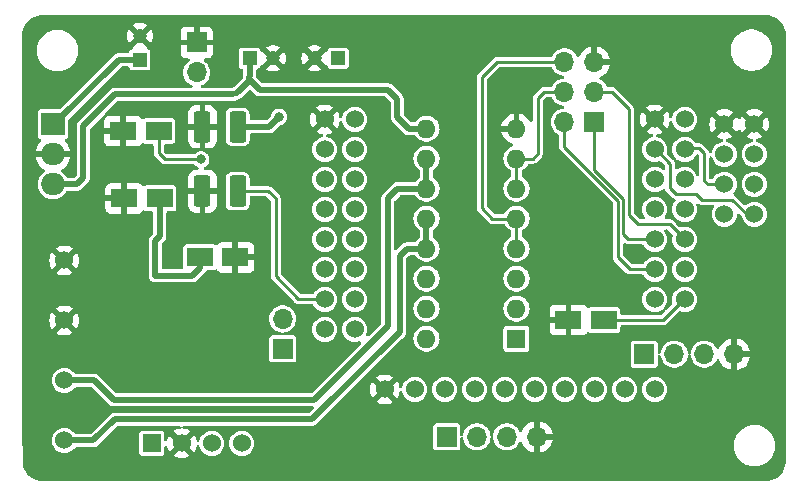
<source format=gbr>
%TF.GenerationSoftware,KiCad,Pcbnew,8.0.4*%
%TF.CreationDate,2024-08-01T03:09:01-04:00*%
%TF.ProjectId,esp32-node-board-40x65_telemetry,65737033-322d-46e6-9f64-652d626f6172,rev?*%
%TF.SameCoordinates,Original*%
%TF.FileFunction,Copper,L1,Top*%
%TF.FilePolarity,Positive*%
%FSLAX46Y46*%
G04 Gerber Fmt 4.6, Leading zero omitted, Abs format (unit mm)*
G04 Created by KiCad (PCBNEW 8.0.4) date 2024-08-01 03:09:01*
%MOMM*%
%LPD*%
G01*
G04 APERTURE LIST*
G04 Aperture macros list*
%AMRoundRect*
0 Rectangle with rounded corners*
0 $1 Rounding radius*
0 $2 $3 $4 $5 $6 $7 $8 $9 X,Y pos of 4 corners*
0 Add a 4 corners polygon primitive as box body*
4,1,4,$2,$3,$4,$5,$6,$7,$8,$9,$2,$3,0*
0 Add four circle primitives for the rounded corners*
1,1,$1+$1,$2,$3*
1,1,$1+$1,$4,$5*
1,1,$1+$1,$6,$7*
1,1,$1+$1,$8,$9*
0 Add four rect primitives between the rounded corners*
20,1,$1+$1,$2,$3,$4,$5,0*
20,1,$1+$1,$4,$5,$6,$7,0*
20,1,$1+$1,$6,$7,$8,$9,0*
20,1,$1+$1,$8,$9,$2,$3,0*%
G04 Aperture macros list end*
%TA.AperFunction,ComponentPad*%
%ADD10R,1.200000X1.200000*%
%TD*%
%TA.AperFunction,ComponentPad*%
%ADD11C,1.200000*%
%TD*%
%TA.AperFunction,SMDPad,CuDef*%
%ADD12RoundRect,0.250001X-0.462499X-1.074999X0.462499X-1.074999X0.462499X1.074999X-0.462499X1.074999X0*%
%TD*%
%TA.AperFunction,SMDPad,CuDef*%
%ADD13R,2.200000X1.600000*%
%TD*%
%TA.AperFunction,ComponentPad*%
%ADD14C,1.524000*%
%TD*%
%TA.AperFunction,ComponentPad*%
%ADD15R,1.700000X1.700000*%
%TD*%
%TA.AperFunction,ComponentPad*%
%ADD16O,1.700000X1.700000*%
%TD*%
%TA.AperFunction,ComponentPad*%
%ADD17R,1.600000X1.600000*%
%TD*%
%TA.AperFunction,ComponentPad*%
%ADD18O,1.600000X1.600000*%
%TD*%
%TA.AperFunction,ComponentPad*%
%ADD19R,1.524000X1.524000*%
%TD*%
%TA.AperFunction,ComponentPad*%
%ADD20R,2.000000X1.905000*%
%TD*%
%TA.AperFunction,ComponentPad*%
%ADD21O,2.000000X1.905000*%
%TD*%
%TA.AperFunction,ViaPad*%
%ADD22C,0.800000*%
%TD*%
%TA.AperFunction,Conductor*%
%ADD23C,0.500000*%
%TD*%
%TA.AperFunction,Conductor*%
%ADD24C,0.250000*%
%TD*%
G04 APERTURE END LIST*
D10*
%TO.P,C2,1*%
%TO.N,+3V3*%
X107000000Y-44200000D03*
D11*
%TO.P,C2,2*%
%TO.N,GND*%
X105000000Y-44200000D03*
%TD*%
D12*
%TO.P,D2,1,K*%
%TO.N,GND*%
X95512500Y-55450000D03*
%TO.P,D2,2,A*%
%TO.N,/GPIO14*%
X98487500Y-55450000D03*
%TD*%
D13*
%TO.P,C4,1*%
%TO.N,/EN*%
X91800000Y-50350000D03*
%TO.P,C4,2*%
%TO.N,GND*%
X88800000Y-50350000D03*
%TD*%
D14*
%TO.P,J9,1,Pin_1*%
%TO.N,GND*%
X83820000Y-61310000D03*
%TO.P,J9,2,Pin_2*%
X83820000Y-66390000D03*
%TD*%
%TO.P,J1,*%
%TO.N,*%
X105860000Y-67150000D03*
X108400000Y-67150000D03*
%TO.P,J1,1,GND*%
%TO.N,GND*%
X105860000Y-49370000D03*
%TO.P,J1,2,VDD*%
%TO.N,+3V3*%
X108400000Y-49370000D03*
%TO.P,J1,3,EN*%
%TO.N,/EN*%
X105860000Y-51910000D03*
%TO.P,J1,4,SENSOR_VP*%
%TO.N,/GPIO36*%
X108400000Y-51910000D03*
%TO.P,J1,5,SENSOR_VN*%
%TO.N,/GPIO39*%
X105860000Y-54450000D03*
%TO.P,J1,6,IO34*%
%TO.N,/GPIO34*%
X108400000Y-54450000D03*
%TO.P,J1,7,IO35*%
%TO.N,/OUT3*%
X105860000Y-56990000D03*
%TO.P,J1,8,IO32*%
%TO.N,/GPIO32*%
X108400000Y-56990000D03*
%TO.P,J1,9,IO33*%
%TO.N,/GPIO33*%
X105860000Y-59530000D03*
%TO.P,J1,10,IO25*%
%TO.N,/DAC1*%
X108400000Y-59530000D03*
%TO.P,J1,11,IO26*%
%TO.N,/DAC2*%
X105860000Y-62070000D03*
%TO.P,J1,12,IO27*%
%TO.N,/GPIO27*%
X108400000Y-62070000D03*
%TO.P,J1,13,IO14*%
%TO.N,/GPIO14*%
X105860000Y-64610000D03*
%TO.P,J1,14,IO12*%
%TO.N,/OUT2*%
X108400000Y-64610000D03*
%TO.P,J1,15,GND*%
%TO.N,GND*%
X110940000Y-72230000D03*
%TO.P,J1,16,IO13*%
%TO.N,/GPIO13*%
X113480000Y-72230000D03*
%TO.P,J1,17,SD2*%
%TO.N,/SD_DATA2*%
X116020000Y-72230000D03*
%TO.P,J1,18,SD3*%
%TO.N,/SD_DATA3*%
X118560000Y-72230000D03*
%TO.P,J1,19,CMD*%
%TO.N,/SD_CMD*%
X121100000Y-72230000D03*
%TO.P,J1,20,CLK*%
%TO.N,/SD_CLK*%
X123640000Y-72230000D03*
%TO.P,J1,21,SD0*%
%TO.N,/SD_DATA0*%
X126180000Y-72230000D03*
%TO.P,J1,22,SD1*%
%TO.N,/SD_DATA1*%
X128720000Y-72230000D03*
%TO.P,J1,23,IO15*%
%TO.N,/ADC2_CH3*%
X131260000Y-72230000D03*
%TO.P,J1,24,IO2*%
%TO.N,/ADC2_CH2*%
X133800000Y-72230000D03*
%TO.P,J1,25,IO0*%
%TO.N,/BOOT*%
X136340000Y-64610000D03*
%TO.P,J1,26,IO4*%
%TO.N,/ADC2_CH0*%
X133800000Y-64610000D03*
%TO.P,J1,27,IO16*%
%TO.N,/OUT1*%
X136340000Y-62070000D03*
%TO.P,J1,28,IO17*%
%TO.N,/GPIO17*%
X133800000Y-62070000D03*
%TO.P,J1,29,IO5*%
%TO.N,/GPIO5*%
X136340000Y-59530000D03*
%TO.P,J1,30,IO18*%
%TO.N,/GPIO18*%
X133800000Y-59530000D03*
%TO.P,J1,31,IO19*%
%TO.N,/GPIO19*%
X136340000Y-56990000D03*
%TO.P,J1,32*%
%TO.N,N/C*%
X133800000Y-56990000D03*
%TO.P,J1,33,SDA*%
%TO.N,/SDA*%
X136340000Y-54450000D03*
%TO.P,J1,34,RXD0*%
%TO.N,/RXD*%
X133800000Y-54450000D03*
%TO.P,J1,35,TXD0*%
%TO.N,/TXD*%
X136340000Y-51910000D03*
%TO.P,J1,36,SCL*%
%TO.N,/SCL*%
X133800000Y-51910000D03*
%TO.P,J1,37,IO23*%
%TO.N,/GPIO23*%
X136340000Y-49370000D03*
%TO.P,J1,38,GND*%
%TO.N,GND*%
X133800000Y-49370000D03*
%TD*%
D13*
%TO.P,C9,1*%
%TO.N,+3V3*%
X91900000Y-56050000D03*
%TO.P,C9,2*%
%TO.N,GND*%
X88900000Y-56050000D03*
%TD*%
D15*
%TO.P,J2,1,Pin_1*%
%TO.N,GND*%
X95025000Y-42850000D03*
D16*
%TO.P,J2,2,Pin_2*%
%TO.N,/VDC*%
X95025000Y-45390000D03*
%TD*%
D15*
%TO.P,J6,1,Pin_1*%
%TO.N,/SOURCE3*%
X116200000Y-76225000D03*
D16*
%TO.P,J6,2,Pin_2*%
%TO.N,/SOURCE4*%
X118740000Y-76225000D03*
%TO.P,J6,3,Pin_3*%
%TO.N,/SOURCE5*%
X121280000Y-76225000D03*
%TO.P,J6,4,Pin_4*%
%TO.N,GND*%
X123820000Y-76225000D03*
%TD*%
D17*
%TO.P,U3,1,I1*%
%TO.N,/GPIO17*%
X122100000Y-67925000D03*
D18*
%TO.P,U3,2,I2*%
%TO.N,/GPIO5*%
X122100000Y-65385000D03*
%TO.P,U3,3,I3*%
%TO.N,/GPIO18*%
X122100000Y-62845000D03*
%TO.P,U3,4,I4*%
%TO.N,/GPIO19*%
X122100000Y-60305000D03*
%TO.P,U3,5,I5*%
X122100000Y-57765000D03*
%TO.P,U3,6,I6*%
%TO.N,/GPIO23*%
X122100000Y-55225000D03*
%TO.P,U3,7,I7*%
X122100000Y-52685000D03*
%TO.P,U3,8,GND*%
%TO.N,GND*%
X122100000Y-50145000D03*
%TO.P,U3,9,COM*%
%TO.N,+5V*%
X114480000Y-50145000D03*
%TO.P,U3,10,O7*%
%TO.N,/SOURCE2*%
X114480000Y-52685000D03*
%TO.P,U3,11,O6*%
X114480000Y-55225000D03*
%TO.P,U3,12,O5*%
%TO.N,/SOURCE1*%
X114480000Y-57765000D03*
%TO.P,U3,13,O4*%
X114480000Y-60305000D03*
%TO.P,U3,14,O3*%
%TO.N,/SOURCE5*%
X114480000Y-62845000D03*
%TO.P,U3,15,O2*%
%TO.N,/SOURCE4*%
X114480000Y-65385000D03*
%TO.P,U3,16,O1*%
%TO.N,/SOURCE3*%
X114480000Y-67925000D03*
%TD*%
D15*
%TO.P,J10,1,Pin_1*%
%TO.N,/ADC2_CH3*%
X132920000Y-69250000D03*
D16*
%TO.P,J10,2,Pin_2*%
%TO.N,/ADC2_CH2*%
X135460000Y-69250000D03*
%TO.P,J10,3,Pin_3*%
%TO.N,/ADC2_CH0*%
X138000000Y-69250000D03*
%TO.P,J10,4,Pin_4*%
%TO.N,GND*%
X140540000Y-69250000D03*
%TD*%
D13*
%TO.P,C5,1*%
%TO.N,/BOOT*%
X129500000Y-66350000D03*
%TO.P,C5,2*%
%TO.N,GND*%
X126500000Y-66350000D03*
%TD*%
D10*
%TO.P,C3,1*%
%TO.N,+5V*%
X99500000Y-44200000D03*
D11*
%TO.P,C3,2*%
%TO.N,GND*%
X101500000Y-44200000D03*
%TD*%
D13*
%TO.P,C8,1*%
%TO.N,+3V3*%
X95300000Y-61050000D03*
%TO.P,C8,2*%
%TO.N,GND*%
X98300000Y-61050000D03*
%TD*%
D15*
%TO.P,J5,1,Pin_1*%
%TO.N,/DAC1*%
X102300000Y-68790000D03*
D16*
%TO.P,J5,2,Pin_2*%
%TO.N,/DAC2*%
X102300000Y-66250000D03*
%TD*%
D15*
%TO.P,J14,1,1*%
%TO.N,/GPIO18*%
X128700000Y-49590000D03*
D16*
%TO.P,J14,2,2*%
%TO.N,/GPIO5*%
X128700000Y-47050000D03*
%TO.P,J14,3,3*%
%TO.N,GND*%
X128700000Y-44510000D03*
%TO.P,J14,4,4*%
%TO.N,/GPIO17*%
X126160000Y-49590000D03*
%TO.P,J14,5,5*%
%TO.N,/GPIO23*%
X126160000Y-47050000D03*
%TO.P,J14,6,6*%
%TO.N,/GPIO19*%
X126160000Y-44510000D03*
%TD*%
D14*
%TO.P,J3,3V3,3V3*%
%TO.N,+3V3*%
X139700000Y-52310000D03*
%TO.P,J3,GND,GND*%
%TO.N,GND*%
X139700000Y-49770000D03*
%TO.P,J3,RXD,RXD*%
%TO.N,/RXD*%
X139700000Y-57390000D03*
%TO.P,J3,TXD,TXD*%
%TO.N,/TXD*%
X139700000Y-54850000D03*
%TD*%
D10*
%TO.P,C1,1*%
%TO.N,/VIN*%
X90200000Y-44300000D03*
D11*
%TO.P,C1,2*%
%TO.N,GND*%
X90200000Y-42300000D03*
%TD*%
D19*
%TO.P,U7,1,VDD*%
%TO.N,+3V3*%
X91220000Y-76800000D03*
D14*
%TO.P,U7,2,GND*%
%TO.N,GND*%
X93760000Y-76800000D03*
%TO.P,U7,3,SCL*%
%TO.N,/SCL*%
X96300000Y-76800000D03*
%TO.P,U7,4,SDA*%
%TO.N,/SDA*%
X98840000Y-76800000D03*
%TD*%
D20*
%TO.P,U4,1,IN*%
%TO.N,/VIN*%
X82855000Y-49770000D03*
D21*
%TO.P,U4,2,GND*%
%TO.N,GND*%
X82855000Y-52310000D03*
%TO.P,U4,3,OUT*%
%TO.N,+5V*%
X82855000Y-54850000D03*
%TD*%
D14*
%TO.P,J4,GND,GND*%
%TO.N,GND*%
X142240000Y-49770000D03*
%TO.P,J4,SCL,SCL*%
%TO.N,/SCL*%
X142240000Y-57390000D03*
%TO.P,J4,SDA,SDA*%
%TO.N,/SDA*%
X142240000Y-54850000D03*
%TO.P,J4,Vcc,VCC*%
%TO.N,+3V3*%
X142240000Y-52310000D03*
%TD*%
D12*
%TO.P,D1,1,K*%
%TO.N,GND*%
X95512500Y-50000000D03*
%TO.P,D1,2,A*%
%TO.N,+3V3*%
X98487500Y-50000000D03*
%TD*%
D14*
%TO.P,J8,1,Pin_1*%
%TO.N,/SOURCE2*%
X83820000Y-71470000D03*
%TO.P,J8,2,Pin_2*%
%TO.N,/SOURCE1*%
X83820000Y-76550000D03*
%TD*%
D22*
%TO.N,+3V3*%
X102000000Y-49150000D03*
%TO.N,/EN*%
X95400000Y-52750000D03*
%TD*%
D23*
%TO.N,GND*%
X84210000Y-66000000D02*
X83820000Y-66390000D01*
D24*
X95500000Y-54862500D02*
X95512500Y-54850000D01*
X95500000Y-55462500D02*
X95512500Y-55450000D01*
D23*
%TO.N,+3V3*%
X91500000Y-59650000D02*
X91900000Y-59250000D01*
X101150000Y-50000000D02*
X102000000Y-49150000D01*
X94630000Y-62620000D02*
X91500000Y-62620000D01*
X91900000Y-59250000D02*
X91900000Y-56050000D01*
X98487500Y-50000000D02*
X101150000Y-50000000D01*
X95300000Y-61050000D02*
X95300000Y-61950000D01*
X95300000Y-61950000D02*
X94630000Y-62620000D01*
X91500000Y-62620000D02*
X91500000Y-59650000D01*
%TO.N,+5V*%
X99500000Y-45693413D02*
X99500000Y-44200000D01*
X111200000Y-46850000D02*
X100365867Y-46850000D01*
X98637500Y-46962500D02*
X99212500Y-46387500D01*
X100365867Y-46850000D02*
X99465867Y-45950000D01*
X112000000Y-47650000D02*
X111200000Y-46850000D01*
X112000000Y-49150000D02*
X112000000Y-47650000D01*
X88100000Y-47250000D02*
X97943413Y-47250000D01*
X84900000Y-54850000D02*
X85400000Y-54350000D01*
X85400000Y-54350000D02*
X85400000Y-49950000D01*
X114480000Y-50145000D02*
X112995000Y-50145000D01*
X112995000Y-50145000D02*
X112000000Y-49150000D01*
X82855000Y-54850000D02*
X84900000Y-54850000D01*
X85400000Y-49950000D02*
X88100000Y-47250000D01*
X97943413Y-47250000D02*
G75*
G03*
X98637496Y-46962496I-13J981600D01*
G01*
X99500000Y-45693413D02*
G75*
G02*
X99212496Y-46387496I-981600J13D01*
G01*
D24*
%TO.N,/RXD*%
X139700000Y-57350000D02*
X139700000Y-57390000D01*
X140300000Y-57450000D02*
X139300000Y-57450000D01*
X139040000Y-57390000D02*
X139700000Y-57390000D01*
%TO.N,/TXD*%
X138000000Y-52250000D02*
X137572500Y-51822500D01*
X139700000Y-54850000D02*
X138300000Y-54850000D01*
X137572500Y-51822500D02*
X136340000Y-51822500D01*
X138000000Y-54550000D02*
X138000000Y-52250000D01*
X138300000Y-54850000D02*
X138000000Y-54550000D01*
X139700000Y-54850000D02*
X139500000Y-54850000D01*
%TO.N,/SDA*%
X142240000Y-54850000D02*
X142240000Y-55510000D01*
%TO.N,/SCL*%
X135100000Y-55150000D02*
X135600000Y-55650000D01*
X133800000Y-51822500D02*
X135100000Y-53122500D01*
X141603604Y-57390000D02*
X142240000Y-57390000D01*
X137300000Y-55650000D02*
X137800000Y-56150000D01*
X135100000Y-53122500D02*
X135100000Y-55150000D01*
X135600000Y-55650000D02*
X137300000Y-55650000D01*
X140363604Y-56150000D02*
X141603604Y-57390000D01*
X137800000Y-56150000D02*
X140363604Y-56150000D01*
%TO.N,/EN*%
X92300000Y-52750000D02*
X91800000Y-52250000D01*
X91800000Y-52250000D02*
X91800000Y-50350000D01*
X95400000Y-52750000D02*
X92300000Y-52750000D01*
D23*
%TO.N,/SOURCE2*%
X83820000Y-71470000D02*
X86370000Y-71470000D01*
X86370000Y-71470000D02*
X88000000Y-73100000D01*
X104950000Y-73100000D02*
X111200000Y-66850000D01*
X114480000Y-55225000D02*
X114480000Y-52685000D01*
X112025000Y-55225000D02*
X114480000Y-55225000D01*
X111200000Y-56050000D02*
X112025000Y-55225000D01*
X88000000Y-73100000D02*
X104950000Y-73100000D01*
X111200000Y-66850000D02*
X111200000Y-56050000D01*
%TO.N,/SOURCE1*%
X112200000Y-67350000D02*
X112200000Y-60950000D01*
X112845000Y-60305000D02*
X114480000Y-60305000D01*
X112200000Y-60950000D02*
X112845000Y-60305000D01*
X86275000Y-76550000D02*
X88075000Y-74750000D01*
X83820000Y-76550000D02*
X86275000Y-76550000D01*
X114480000Y-60305000D02*
X114480000Y-57765000D01*
X104800000Y-74750000D02*
X112200000Y-67350000D01*
X88075000Y-74750000D02*
X104800000Y-74750000D01*
D24*
%TO.N,/GPIO19*%
X120440000Y-44510000D02*
X126160000Y-44510000D01*
X119150000Y-45800000D02*
X120440000Y-44510000D01*
X119150000Y-56900000D02*
X119150000Y-45800000D01*
X122100000Y-57765000D02*
X120015000Y-57765000D01*
X122100000Y-60305000D02*
X122100000Y-57765000D01*
X120015000Y-57765000D02*
X119150000Y-56900000D01*
%TO.N,/GPIO17*%
X130700000Y-61050000D02*
X131720000Y-62070000D01*
X126160000Y-51710000D02*
X130700000Y-56250000D01*
X126160000Y-49590000D02*
X126160000Y-51710000D01*
X131720000Y-62070000D02*
X133800000Y-62070000D01*
X130700000Y-56250000D02*
X130700000Y-61050000D01*
%TO.N,/GPIO5*%
X135060000Y-58250000D02*
X132400000Y-58250000D01*
X132400000Y-58250000D02*
X131600000Y-57450000D01*
X131600000Y-48450000D02*
X130200000Y-47050000D01*
X131600000Y-57450000D02*
X131600000Y-48450000D01*
X130200000Y-47050000D02*
X128700000Y-47050000D01*
X136340000Y-59530000D02*
X135060000Y-58250000D01*
%TO.N,/GPIO18*%
X131150000Y-56063604D02*
X131150000Y-59100000D01*
X128700000Y-53613604D02*
X131150000Y-56063604D01*
X131580000Y-59530000D02*
X133800000Y-59530000D01*
X131150000Y-59100000D02*
X131580000Y-59530000D01*
X128700000Y-49590000D02*
X128700000Y-53613604D01*
%TO.N,/GPIO23*%
X123465000Y-52685000D02*
X123900000Y-52250000D01*
X123900000Y-52250000D02*
X123900000Y-47550000D01*
X122100000Y-52685000D02*
X123465000Y-52685000D01*
X124400000Y-47050000D02*
X126160000Y-47050000D01*
X122100000Y-52685000D02*
X122100000Y-55225000D01*
X123900000Y-47550000D02*
X124400000Y-47050000D01*
%TO.N,/BOOT*%
X129500000Y-66350000D02*
X134512500Y-66350000D01*
X134512500Y-66350000D02*
X136340000Y-64522500D01*
%TO.N,/GPIO14*%
X103600000Y-64550000D02*
X101700000Y-62650000D01*
X101700000Y-56050000D02*
X101100000Y-55450000D01*
X101100000Y-55450000D02*
X98487500Y-55450000D01*
X105832500Y-64550000D02*
X103600000Y-64550000D01*
X101700000Y-62650000D02*
X101700000Y-56050000D01*
X105860000Y-64522500D02*
X105832500Y-64550000D01*
D23*
%TO.N,/VIN*%
X82980000Y-49770000D02*
X82855000Y-49770000D01*
X90200000Y-44300000D02*
X88450000Y-44300000D01*
X88450000Y-44300000D02*
X82980000Y-49770000D01*
%TD*%
%TA.AperFunction,Conductor*%
%TO.N,GND*%
G36*
X143130919Y-40514701D02*
G01*
X143131061Y-40514714D01*
X143141618Y-40514714D01*
X143181366Y-40514714D01*
X143190211Y-40515030D01*
X143227182Y-40517674D01*
X143425930Y-40531887D01*
X143443426Y-40534403D01*
X143670014Y-40583692D01*
X143686986Y-40588676D01*
X143904260Y-40669714D01*
X143920332Y-40677054D01*
X144115351Y-40783542D01*
X144123858Y-40788187D01*
X144138741Y-40797752D01*
X144324369Y-40936711D01*
X144337740Y-40948297D01*
X144501702Y-41112259D01*
X144513288Y-41125630D01*
X144652247Y-41311258D01*
X144661812Y-41326141D01*
X144769431Y-41523231D01*
X144772940Y-41529656D01*
X144780288Y-41545746D01*
X144784355Y-41556649D01*
X144861323Y-41763013D01*
X144866307Y-41779989D01*
X144915594Y-42006564D01*
X144918112Y-42024075D01*
X144934970Y-42259792D01*
X144935286Y-42268638D01*
X144935286Y-78231361D01*
X144934970Y-78240207D01*
X144918112Y-78475924D01*
X144915594Y-78493435D01*
X144866307Y-78720010D01*
X144861323Y-78736986D01*
X144780290Y-78954249D01*
X144772940Y-78970343D01*
X144661812Y-79173858D01*
X144652247Y-79188741D01*
X144513288Y-79374369D01*
X144501702Y-79387740D01*
X144337740Y-79551702D01*
X144324369Y-79563288D01*
X144138741Y-79702247D01*
X144123858Y-79711812D01*
X143920343Y-79822940D01*
X143904249Y-79830290D01*
X143686986Y-79911323D01*
X143670010Y-79916307D01*
X143443435Y-79965594D01*
X143425924Y-79968112D01*
X143230382Y-79982096D01*
X143190205Y-79984970D01*
X143181362Y-79985286D01*
X143131202Y-79985286D01*
X143130899Y-79985312D01*
X112999403Y-79999498D01*
X112999288Y-79999498D01*
X82069305Y-79985310D01*
X82069022Y-79985286D01*
X82058382Y-79985286D01*
X82018649Y-79985286D01*
X82009804Y-79984970D01*
X81774076Y-79968112D01*
X81756564Y-79965594D01*
X81529989Y-79916307D01*
X81513013Y-79911323D01*
X81363673Y-79855623D01*
X81295746Y-79830288D01*
X81279661Y-79822942D01*
X81152742Y-79753639D01*
X81076141Y-79711812D01*
X81061258Y-79702247D01*
X80875630Y-79563288D01*
X80862259Y-79551702D01*
X80698297Y-79387740D01*
X80686711Y-79374369D01*
X80547752Y-79188741D01*
X80538187Y-79173858D01*
X80531226Y-79161110D01*
X80427054Y-78970332D01*
X80419714Y-78954260D01*
X80338676Y-78736986D01*
X80333692Y-78720011D01*
X80333692Y-78720010D01*
X80288902Y-78514110D01*
X80286074Y-78488701D01*
X80263629Y-75488538D01*
X80263628Y-75488323D01*
X80262041Y-71470000D01*
X82752359Y-71470000D01*
X82772872Y-71678284D01*
X82772873Y-71678286D01*
X82833628Y-71878569D01*
X82910141Y-72021715D01*
X82932291Y-72063153D01*
X83065063Y-72224936D01*
X83132354Y-72280160D01*
X83226850Y-72357711D01*
X83411431Y-72456372D01*
X83611714Y-72517127D01*
X83820000Y-72537641D01*
X84028286Y-72517127D01*
X84228569Y-72456372D01*
X84413150Y-72357711D01*
X84574936Y-72224936D01*
X84691471Y-72082939D01*
X84705508Y-72065835D01*
X84763254Y-72026501D01*
X84801361Y-72020500D01*
X86090613Y-72020500D01*
X86157652Y-72040185D01*
X86178294Y-72056819D01*
X87661985Y-73540510D01*
X87787515Y-73612984D01*
X87927525Y-73650500D01*
X87927526Y-73650500D01*
X87927528Y-73650500D01*
X104821612Y-73650500D01*
X104888651Y-73670185D01*
X104934406Y-73722989D01*
X104944350Y-73792147D01*
X104915325Y-73855703D01*
X104909293Y-73862181D01*
X104608294Y-74163181D01*
X104546971Y-74196666D01*
X104520613Y-74199500D01*
X88002525Y-74199500D01*
X87897517Y-74227637D01*
X87862514Y-74237016D01*
X87736986Y-74309489D01*
X87736983Y-74309491D01*
X86083294Y-75963181D01*
X86021971Y-75996666D01*
X85995613Y-75999500D01*
X84801361Y-75999500D01*
X84734322Y-75979815D01*
X84705508Y-75954165D01*
X84574936Y-75795063D01*
X84413153Y-75662291D01*
X84413151Y-75662290D01*
X84413150Y-75662289D01*
X84228569Y-75563628D01*
X84128427Y-75533250D01*
X84028284Y-75502872D01*
X83820000Y-75482359D01*
X83611715Y-75502872D01*
X83411428Y-75563629D01*
X83226846Y-75662291D01*
X83065063Y-75795063D01*
X82932291Y-75956846D01*
X82833629Y-76141428D01*
X82772872Y-76341715D01*
X82752359Y-76550000D01*
X82772872Y-76758284D01*
X82795615Y-76833257D01*
X82833628Y-76958569D01*
X82919844Y-77119868D01*
X82932291Y-77143153D01*
X83065063Y-77304936D01*
X83226846Y-77437708D01*
X83226850Y-77437711D01*
X83411431Y-77536372D01*
X83611714Y-77597127D01*
X83820000Y-77617641D01*
X84028286Y-77597127D01*
X84228569Y-77536372D01*
X84413150Y-77437711D01*
X84574936Y-77304936D01*
X84633740Y-77233284D01*
X84705508Y-77145835D01*
X84763254Y-77106501D01*
X84801361Y-77100500D01*
X86347472Y-77100500D01*
X86347474Y-77100500D01*
X86347475Y-77100500D01*
X86487485Y-77062984D01*
X86613015Y-76990510D01*
X88266706Y-75336819D01*
X88328029Y-75303334D01*
X88354387Y-75300500D01*
X93579470Y-75300500D01*
X93646509Y-75320185D01*
X93692264Y-75372989D01*
X93702208Y-75442147D01*
X93673183Y-75505703D01*
X93614405Y-75543477D01*
X93590277Y-75548028D01*
X93540024Y-75552424D01*
X93540013Y-75552426D01*
X93326729Y-75609575D01*
X93326720Y-75609579D01*
X93126590Y-75702901D01*
X93061811Y-75748258D01*
X93732553Y-76419000D01*
X93709840Y-76419000D01*
X93612939Y-76444964D01*
X93526060Y-76495124D01*
X93455124Y-76566060D01*
X93404964Y-76652939D01*
X93379000Y-76749840D01*
X93379000Y-76772553D01*
X92708258Y-76101811D01*
X92662901Y-76166590D01*
X92569579Y-76366720D01*
X92569576Y-76366727D01*
X92526274Y-76528333D01*
X92489909Y-76587993D01*
X92427062Y-76618522D01*
X92357686Y-76610227D01*
X92303808Y-76565742D01*
X92282534Y-76499190D01*
X92282499Y-76496239D01*
X92282499Y-75993143D01*
X92282499Y-75993136D01*
X92282497Y-75993117D01*
X92279586Y-75968012D01*
X92279585Y-75968010D01*
X92279585Y-75968009D01*
X92234206Y-75865235D01*
X92154765Y-75785794D01*
X92099774Y-75761513D01*
X92051992Y-75740415D01*
X92026865Y-75737500D01*
X90413143Y-75737500D01*
X90413117Y-75737502D01*
X90388012Y-75740413D01*
X90388008Y-75740415D01*
X90285235Y-75785793D01*
X90205794Y-75865234D01*
X90160415Y-75968006D01*
X90160415Y-75968008D01*
X90157500Y-75993131D01*
X90157500Y-77606856D01*
X90157502Y-77606882D01*
X90160413Y-77631987D01*
X90160415Y-77631991D01*
X90205793Y-77734764D01*
X90205794Y-77734765D01*
X90285235Y-77814206D01*
X90388009Y-77859585D01*
X90413135Y-77862500D01*
X92026864Y-77862499D01*
X92026879Y-77862497D01*
X92026882Y-77862497D01*
X92051987Y-77859586D01*
X92051988Y-77859585D01*
X92051991Y-77859585D01*
X92154765Y-77814206D01*
X92234206Y-77734765D01*
X92279585Y-77631991D01*
X92282500Y-77606865D01*
X92282499Y-77103758D01*
X92302183Y-77036722D01*
X92354987Y-76990967D01*
X92424146Y-76981023D01*
X92487702Y-77010048D01*
X92525476Y-77068826D01*
X92526274Y-77071667D01*
X92569576Y-77233272D01*
X92569580Y-77233284D01*
X92662898Y-77433405D01*
X92662901Y-77433411D01*
X92708258Y-77498187D01*
X92708259Y-77498188D01*
X93379000Y-76827447D01*
X93379000Y-76850160D01*
X93404964Y-76947061D01*
X93455124Y-77033940D01*
X93526060Y-77104876D01*
X93612939Y-77155036D01*
X93709840Y-77181000D01*
X93732553Y-77181000D01*
X93061810Y-77851740D01*
X93126590Y-77897099D01*
X93126592Y-77897100D01*
X93326715Y-77990419D01*
X93326729Y-77990424D01*
X93540013Y-78047573D01*
X93540023Y-78047575D01*
X93759999Y-78066821D01*
X93760001Y-78066821D01*
X93979976Y-78047575D01*
X93979986Y-78047573D01*
X94193270Y-77990424D01*
X94193284Y-77990419D01*
X94393407Y-77897100D01*
X94393417Y-77897094D01*
X94458188Y-77851741D01*
X93787448Y-77181000D01*
X93810160Y-77181000D01*
X93907061Y-77155036D01*
X93993940Y-77104876D01*
X94064876Y-77033940D01*
X94115036Y-76947061D01*
X94141000Y-76850160D01*
X94141000Y-76827447D01*
X94811741Y-77498188D01*
X94857094Y-77433417D01*
X94857100Y-77433407D01*
X94950419Y-77233284D01*
X94950424Y-77233270D01*
X95007573Y-77019986D01*
X95008514Y-77014652D01*
X95009771Y-77014873D01*
X95032956Y-76955571D01*
X95089539Y-76914581D01*
X95159300Y-76910690D01*
X95220091Y-76945132D01*
X95250355Y-77002684D01*
X95251105Y-77002457D01*
X95252290Y-77006363D01*
X95252610Y-77006972D01*
X95252661Y-77007223D01*
X95252871Y-77008279D01*
X95252873Y-77008284D01*
X95252873Y-77008286D01*
X95313628Y-77208569D01*
X95402854Y-77375499D01*
X95412291Y-77393153D01*
X95545063Y-77554936D01*
X95706846Y-77687708D01*
X95706850Y-77687711D01*
X95891431Y-77786372D01*
X96091714Y-77847127D01*
X96300000Y-77867641D01*
X96508286Y-77847127D01*
X96708569Y-77786372D01*
X96893150Y-77687711D01*
X97054936Y-77554936D01*
X97187711Y-77393150D01*
X97286372Y-77208569D01*
X97347127Y-77008286D01*
X97367641Y-76800000D01*
X97772359Y-76800000D01*
X97792872Y-77008284D01*
X97820846Y-77100500D01*
X97853628Y-77208569D01*
X97942854Y-77375499D01*
X97952291Y-77393153D01*
X98085063Y-77554936D01*
X98246846Y-77687708D01*
X98246850Y-77687711D01*
X98431431Y-77786372D01*
X98631714Y-77847127D01*
X98840000Y-77867641D01*
X99048286Y-77847127D01*
X99248569Y-77786372D01*
X99433150Y-77687711D01*
X99594936Y-77554936D01*
X99727711Y-77393150D01*
X99826372Y-77208569D01*
X99887127Y-77008286D01*
X99907641Y-76800000D01*
X99887127Y-76591714D01*
X99826372Y-76391431D01*
X99727711Y-76206850D01*
X99724823Y-76203331D01*
X99594936Y-76045063D01*
X99433153Y-75912291D01*
X99433151Y-75912290D01*
X99433150Y-75912289D01*
X99248569Y-75813628D01*
X99148427Y-75783250D01*
X99048284Y-75752872D01*
X98840000Y-75732359D01*
X98631715Y-75752872D01*
X98431428Y-75813629D01*
X98246846Y-75912291D01*
X98085063Y-76045063D01*
X97952291Y-76206846D01*
X97853629Y-76391428D01*
X97792872Y-76591715D01*
X97772359Y-76800000D01*
X97367641Y-76800000D01*
X97347127Y-76591714D01*
X97286372Y-76391431D01*
X97187711Y-76206850D01*
X97184823Y-76203331D01*
X97054936Y-76045063D01*
X96893153Y-75912291D01*
X96893151Y-75912290D01*
X96893150Y-75912289D01*
X96708569Y-75813628D01*
X96608427Y-75783250D01*
X96508284Y-75752872D01*
X96300000Y-75732359D01*
X96091715Y-75752872D01*
X95891428Y-75813629D01*
X95706846Y-75912291D01*
X95545063Y-76045063D01*
X95412291Y-76206846D01*
X95313629Y-76391428D01*
X95252869Y-76591725D01*
X95252660Y-76592779D01*
X95252398Y-76593278D01*
X95251105Y-76597543D01*
X95250295Y-76597297D01*
X95220266Y-76654686D01*
X95159545Y-76689251D01*
X95089776Y-76685502D01*
X95033110Y-76644627D01*
X95009713Y-76585136D01*
X95008514Y-76585348D01*
X95007573Y-76580013D01*
X94950424Y-76366729D01*
X94950420Y-76366720D01*
X94857096Y-76166586D01*
X94811741Y-76101811D01*
X94811740Y-76101810D01*
X94141000Y-76772551D01*
X94141000Y-76749840D01*
X94115036Y-76652939D01*
X94064876Y-76566060D01*
X93993940Y-76495124D01*
X93907061Y-76444964D01*
X93810160Y-76419000D01*
X93787448Y-76419000D01*
X94458188Y-75748259D01*
X94458187Y-75748258D01*
X94393411Y-75702901D01*
X94393405Y-75702898D01*
X94193284Y-75609580D01*
X94193270Y-75609575D01*
X93979986Y-75552426D01*
X93979975Y-75552424D01*
X93929723Y-75548028D01*
X93864654Y-75522576D01*
X93823675Y-75465985D01*
X93819797Y-75396223D01*
X93854251Y-75335439D01*
X93864350Y-75330131D01*
X115049500Y-75330131D01*
X115049500Y-77119856D01*
X115049502Y-77119882D01*
X115052413Y-77144987D01*
X115052415Y-77144991D01*
X115097793Y-77247764D01*
X115097794Y-77247765D01*
X115177235Y-77327206D01*
X115280009Y-77372585D01*
X115305135Y-77375500D01*
X117094864Y-77375499D01*
X117094879Y-77375497D01*
X117094882Y-77375497D01*
X117119987Y-77372586D01*
X117119988Y-77372585D01*
X117119991Y-77372585D01*
X117222765Y-77327206D01*
X117302206Y-77247765D01*
X117347585Y-77144991D01*
X117350500Y-77119865D01*
X117350499Y-76381046D01*
X117370183Y-76314009D01*
X117422987Y-76268254D01*
X117492146Y-76258310D01*
X117555702Y-76287335D01*
X117593476Y-76346113D01*
X117597970Y-76369606D01*
X117602454Y-76417993D01*
X117604244Y-76437310D01*
X117657675Y-76625099D01*
X117662596Y-76642392D01*
X117662596Y-76642394D01*
X117757632Y-76833253D01*
X117885582Y-77002684D01*
X117886128Y-77003407D01*
X118043698Y-77147052D01*
X118224981Y-77259298D01*
X118423802Y-77336321D01*
X118633390Y-77375500D01*
X118633392Y-77375500D01*
X118846608Y-77375500D01*
X118846610Y-77375500D01*
X119056198Y-77336321D01*
X119255019Y-77259298D01*
X119436302Y-77147052D01*
X119593872Y-77003407D01*
X119722366Y-76833255D01*
X119759697Y-76758284D01*
X119817403Y-76642394D01*
X119817403Y-76642393D01*
X119817405Y-76642389D01*
X119875756Y-76437310D01*
X119886529Y-76321047D01*
X119912315Y-76256111D01*
X119954622Y-76225804D01*
X120063130Y-76225804D01*
X120099503Y-76246668D01*
X120131693Y-76308681D01*
X120133470Y-76321047D01*
X120144244Y-76437310D01*
X120197675Y-76625099D01*
X120202596Y-76642392D01*
X120202596Y-76642394D01*
X120297632Y-76833253D01*
X120425582Y-77002684D01*
X120426128Y-77003407D01*
X120583698Y-77147052D01*
X120764981Y-77259298D01*
X120963802Y-77336321D01*
X121173390Y-77375500D01*
X121173392Y-77375500D01*
X121386608Y-77375500D01*
X121386610Y-77375500D01*
X121596198Y-77336321D01*
X121795019Y-77259298D01*
X121976302Y-77147052D01*
X122133872Y-77003407D01*
X122262366Y-76833255D01*
X122329325Y-76698781D01*
X122376825Y-76647548D01*
X122444488Y-76630126D01*
X122510828Y-76652051D01*
X122552705Y-76701651D01*
X122646399Y-76902578D01*
X122781894Y-77096082D01*
X122948917Y-77263105D01*
X123142421Y-77398600D01*
X123356507Y-77498429D01*
X123356516Y-77498433D01*
X123570000Y-77555634D01*
X123570000Y-76658012D01*
X123627007Y-76690925D01*
X123754174Y-76725000D01*
X123885826Y-76725000D01*
X124012993Y-76690925D01*
X124070000Y-76658012D01*
X124070000Y-77555633D01*
X124283483Y-77498433D01*
X124283492Y-77498429D01*
X124497578Y-77398600D01*
X124691082Y-77263105D01*
X124858105Y-77096082D01*
X124993600Y-76902578D01*
X125001676Y-76885258D01*
X140499500Y-76885258D01*
X140499500Y-77114741D01*
X140519034Y-77263105D01*
X140529452Y-77342238D01*
X140586444Y-77554936D01*
X140588842Y-77563887D01*
X140676650Y-77775876D01*
X140676657Y-77775890D01*
X140791392Y-77974617D01*
X140931081Y-78156661D01*
X140931089Y-78156670D01*
X141093330Y-78318911D01*
X141093338Y-78318918D01*
X141275382Y-78458607D01*
X141275385Y-78458608D01*
X141275388Y-78458611D01*
X141474112Y-78573344D01*
X141474117Y-78573346D01*
X141474123Y-78573349D01*
X141565480Y-78611190D01*
X141686113Y-78661158D01*
X141907762Y-78720548D01*
X142135266Y-78750500D01*
X142135273Y-78750500D01*
X142364727Y-78750500D01*
X142364734Y-78750500D01*
X142592238Y-78720548D01*
X142813887Y-78661158D01*
X143025888Y-78573344D01*
X143224612Y-78458611D01*
X143406661Y-78318919D01*
X143406665Y-78318914D01*
X143406670Y-78318911D01*
X143568911Y-78156670D01*
X143568914Y-78156665D01*
X143568919Y-78156661D01*
X143708611Y-77974612D01*
X143823344Y-77775888D01*
X143911158Y-77563887D01*
X143970548Y-77342238D01*
X144000500Y-77114734D01*
X144000500Y-76885266D01*
X143970548Y-76657762D01*
X143911158Y-76436113D01*
X143849532Y-76287335D01*
X143823349Y-76224123D01*
X143823346Y-76224117D01*
X143823344Y-76224112D01*
X143708611Y-76025388D01*
X143708608Y-76025385D01*
X143708607Y-76025382D01*
X143568918Y-75843338D01*
X143568911Y-75843330D01*
X143406670Y-75681089D01*
X143406661Y-75681081D01*
X143224617Y-75541392D01*
X143025890Y-75426657D01*
X143025876Y-75426650D01*
X142813887Y-75338842D01*
X142801187Y-75335439D01*
X142592238Y-75279452D01*
X142554215Y-75274446D01*
X142364741Y-75249500D01*
X142364734Y-75249500D01*
X142135266Y-75249500D01*
X142135258Y-75249500D01*
X141918715Y-75278009D01*
X141907762Y-75279452D01*
X141820073Y-75302948D01*
X141686112Y-75338842D01*
X141474123Y-75426650D01*
X141474109Y-75426657D01*
X141275382Y-75541392D01*
X141093338Y-75681081D01*
X140931081Y-75843338D01*
X140791392Y-76025382D01*
X140676657Y-76224109D01*
X140676650Y-76224123D01*
X140595930Y-76419000D01*
X140588842Y-76436113D01*
X140532972Y-76644627D01*
X140529453Y-76657759D01*
X140529451Y-76657770D01*
X140499500Y-76885258D01*
X125001676Y-76885258D01*
X125093429Y-76688492D01*
X125093432Y-76688486D01*
X125150636Y-76475000D01*
X124253012Y-76475000D01*
X124285925Y-76417993D01*
X124320000Y-76290826D01*
X124320000Y-76159174D01*
X124285925Y-76032007D01*
X124253012Y-75975000D01*
X125150636Y-75975000D01*
X125150635Y-75974999D01*
X125093432Y-75761513D01*
X125093429Y-75761507D01*
X124993600Y-75547422D01*
X124993599Y-75547420D01*
X124858113Y-75353926D01*
X124858108Y-75353920D01*
X124691082Y-75186894D01*
X124497578Y-75051399D01*
X124283492Y-74951570D01*
X124283486Y-74951567D01*
X124070000Y-74894364D01*
X124070000Y-75791988D01*
X124012993Y-75759075D01*
X123885826Y-75725000D01*
X123754174Y-75725000D01*
X123627007Y-75759075D01*
X123570000Y-75791988D01*
X123570000Y-74894364D01*
X123569999Y-74894364D01*
X123356513Y-74951567D01*
X123356507Y-74951570D01*
X123142422Y-75051399D01*
X123142420Y-75051400D01*
X122948926Y-75186886D01*
X122948920Y-75186891D01*
X122781891Y-75353920D01*
X122781886Y-75353926D01*
X122646400Y-75547420D01*
X122646399Y-75547422D01*
X122552705Y-75748348D01*
X122506532Y-75800787D01*
X122439339Y-75819939D01*
X122372457Y-75799723D01*
X122329324Y-75751216D01*
X122262366Y-75616745D01*
X122256954Y-75609579D01*
X122133872Y-75446593D01*
X122078619Y-75396223D01*
X121976302Y-75302948D01*
X121795019Y-75190702D01*
X121795017Y-75190701D01*
X121695608Y-75152190D01*
X121596198Y-75113679D01*
X121386610Y-75074500D01*
X121173390Y-75074500D01*
X120963802Y-75113679D01*
X120963799Y-75113679D01*
X120963799Y-75113680D01*
X120764982Y-75190701D01*
X120764980Y-75190702D01*
X120583699Y-75302947D01*
X120426127Y-75446593D01*
X120297632Y-75616746D01*
X120202596Y-75807605D01*
X120202596Y-75807607D01*
X120144244Y-76012689D01*
X120133471Y-76128951D01*
X120107685Y-76193888D01*
X120063130Y-76225804D01*
X119954622Y-76225804D01*
X119956869Y-76224194D01*
X119920497Y-76203331D01*
X119888307Y-76141318D01*
X119886529Y-76128951D01*
X119883175Y-76092759D01*
X119875756Y-76012690D01*
X119817405Y-75807611D01*
X119817403Y-75807606D01*
X119817403Y-75807605D01*
X119722367Y-75616746D01*
X119593872Y-75446593D01*
X119538619Y-75396223D01*
X119436302Y-75302948D01*
X119255019Y-75190702D01*
X119255017Y-75190701D01*
X119155608Y-75152190D01*
X119056198Y-75113679D01*
X118846610Y-75074500D01*
X118633390Y-75074500D01*
X118423802Y-75113679D01*
X118423799Y-75113679D01*
X118423799Y-75113680D01*
X118224982Y-75190701D01*
X118224980Y-75190702D01*
X118043699Y-75302947D01*
X117886127Y-75446593D01*
X117757632Y-75616746D01*
X117662596Y-75807605D01*
X117662596Y-75807607D01*
X117604244Y-76012689D01*
X117597970Y-76080394D01*
X117572183Y-76145331D01*
X117515383Y-76186018D01*
X117445602Y-76189538D01*
X117384995Y-76154772D01*
X117352806Y-76092759D01*
X117350499Y-76068952D01*
X117350499Y-75330143D01*
X117350499Y-75330136D01*
X117349345Y-75320185D01*
X117347586Y-75305012D01*
X117347585Y-75305010D01*
X117347585Y-75305009D01*
X117302206Y-75202235D01*
X117222765Y-75122794D01*
X117202124Y-75113680D01*
X117119992Y-75077415D01*
X117094865Y-75074500D01*
X115305143Y-75074500D01*
X115305117Y-75074502D01*
X115280012Y-75077413D01*
X115280008Y-75077415D01*
X115177235Y-75122793D01*
X115097794Y-75202234D01*
X115052415Y-75305006D01*
X115052415Y-75305008D01*
X115049500Y-75330131D01*
X93864350Y-75330131D01*
X93916098Y-75302931D01*
X93940530Y-75300500D01*
X104872472Y-75300500D01*
X104872474Y-75300500D01*
X104872475Y-75300500D01*
X105012485Y-75262984D01*
X105035840Y-75249500D01*
X105138015Y-75190510D01*
X108098526Y-72229999D01*
X109673179Y-72229999D01*
X109673179Y-72230000D01*
X109692424Y-72449976D01*
X109692426Y-72449986D01*
X109749575Y-72663270D01*
X109749580Y-72663284D01*
X109842898Y-72863405D01*
X109842901Y-72863411D01*
X109888258Y-72928187D01*
X109888259Y-72928188D01*
X110559000Y-72257447D01*
X110559000Y-72280160D01*
X110584964Y-72377061D01*
X110635124Y-72463940D01*
X110706060Y-72534876D01*
X110792939Y-72585036D01*
X110889840Y-72611000D01*
X110912553Y-72611000D01*
X110241810Y-73281740D01*
X110306590Y-73327099D01*
X110306592Y-73327100D01*
X110506715Y-73420419D01*
X110506729Y-73420424D01*
X110720013Y-73477573D01*
X110720023Y-73477575D01*
X110939999Y-73496821D01*
X110940001Y-73496821D01*
X111159976Y-73477575D01*
X111159986Y-73477573D01*
X111373270Y-73420424D01*
X111373284Y-73420419D01*
X111573407Y-73327100D01*
X111573417Y-73327094D01*
X111638188Y-73281741D01*
X110967448Y-72611000D01*
X110990160Y-72611000D01*
X111087061Y-72585036D01*
X111173940Y-72534876D01*
X111244876Y-72463940D01*
X111295036Y-72377061D01*
X111321000Y-72280160D01*
X111321000Y-72257447D01*
X111991741Y-72928188D01*
X112037094Y-72863417D01*
X112037100Y-72863407D01*
X112130419Y-72663284D01*
X112130424Y-72663270D01*
X112187573Y-72449986D01*
X112188514Y-72444652D01*
X112189771Y-72444873D01*
X112212956Y-72385571D01*
X112269539Y-72344581D01*
X112339300Y-72340690D01*
X112400091Y-72375132D01*
X112430355Y-72432684D01*
X112431105Y-72432457D01*
X112432290Y-72436363D01*
X112432610Y-72436972D01*
X112432661Y-72437223D01*
X112432871Y-72438279D01*
X112432873Y-72438284D01*
X112432873Y-72438286D01*
X112466609Y-72549500D01*
X112493629Y-72638571D01*
X112592291Y-72823153D01*
X112725063Y-72984936D01*
X112886846Y-73117708D01*
X112886850Y-73117711D01*
X113071431Y-73216372D01*
X113271714Y-73277127D01*
X113480000Y-73297641D01*
X113688286Y-73277127D01*
X113888569Y-73216372D01*
X114073150Y-73117711D01*
X114234936Y-72984936D01*
X114367711Y-72823150D01*
X114466372Y-72638569D01*
X114527127Y-72438286D01*
X114547641Y-72230000D01*
X114952359Y-72230000D01*
X114972872Y-72438284D01*
X115033629Y-72638571D01*
X115132291Y-72823153D01*
X115265063Y-72984936D01*
X115426846Y-73117708D01*
X115426850Y-73117711D01*
X115611431Y-73216372D01*
X115811714Y-73277127D01*
X116020000Y-73297641D01*
X116228286Y-73277127D01*
X116428569Y-73216372D01*
X116613150Y-73117711D01*
X116774936Y-72984936D01*
X116907711Y-72823150D01*
X117006372Y-72638569D01*
X117067127Y-72438286D01*
X117087641Y-72230000D01*
X117492359Y-72230000D01*
X117512872Y-72438284D01*
X117573629Y-72638571D01*
X117672291Y-72823153D01*
X117805063Y-72984936D01*
X117966846Y-73117708D01*
X117966850Y-73117711D01*
X118151431Y-73216372D01*
X118351714Y-73277127D01*
X118560000Y-73297641D01*
X118768286Y-73277127D01*
X118968569Y-73216372D01*
X119153150Y-73117711D01*
X119314936Y-72984936D01*
X119447711Y-72823150D01*
X119546372Y-72638569D01*
X119607127Y-72438286D01*
X119627641Y-72230000D01*
X120032359Y-72230000D01*
X120052872Y-72438284D01*
X120113629Y-72638571D01*
X120212291Y-72823153D01*
X120345063Y-72984936D01*
X120506846Y-73117708D01*
X120506850Y-73117711D01*
X120691431Y-73216372D01*
X120891714Y-73277127D01*
X121100000Y-73297641D01*
X121308286Y-73277127D01*
X121508569Y-73216372D01*
X121693150Y-73117711D01*
X121854936Y-72984936D01*
X121987711Y-72823150D01*
X122086372Y-72638569D01*
X122147127Y-72438286D01*
X122167641Y-72230000D01*
X122572359Y-72230000D01*
X122592872Y-72438284D01*
X122653629Y-72638571D01*
X122752291Y-72823153D01*
X122885063Y-72984936D01*
X123046846Y-73117708D01*
X123046850Y-73117711D01*
X123231431Y-73216372D01*
X123431714Y-73277127D01*
X123640000Y-73297641D01*
X123848286Y-73277127D01*
X124048569Y-73216372D01*
X124233150Y-73117711D01*
X124394936Y-72984936D01*
X124527711Y-72823150D01*
X124626372Y-72638569D01*
X124687127Y-72438286D01*
X124707641Y-72230000D01*
X125112359Y-72230000D01*
X125132872Y-72438284D01*
X125193629Y-72638571D01*
X125292291Y-72823153D01*
X125425063Y-72984936D01*
X125586846Y-73117708D01*
X125586850Y-73117711D01*
X125771431Y-73216372D01*
X125971714Y-73277127D01*
X126180000Y-73297641D01*
X126388286Y-73277127D01*
X126588569Y-73216372D01*
X126773150Y-73117711D01*
X126934936Y-72984936D01*
X127067711Y-72823150D01*
X127166372Y-72638569D01*
X127227127Y-72438286D01*
X127247641Y-72230000D01*
X127652359Y-72230000D01*
X127672872Y-72438284D01*
X127733629Y-72638571D01*
X127832291Y-72823153D01*
X127965063Y-72984936D01*
X128126846Y-73117708D01*
X128126850Y-73117711D01*
X128311431Y-73216372D01*
X128511714Y-73277127D01*
X128720000Y-73297641D01*
X128928286Y-73277127D01*
X129128569Y-73216372D01*
X129313150Y-73117711D01*
X129474936Y-72984936D01*
X129607711Y-72823150D01*
X129706372Y-72638569D01*
X129767127Y-72438286D01*
X129787641Y-72230000D01*
X130192359Y-72230000D01*
X130212872Y-72438284D01*
X130273629Y-72638571D01*
X130372291Y-72823153D01*
X130505063Y-72984936D01*
X130666846Y-73117708D01*
X130666850Y-73117711D01*
X130851431Y-73216372D01*
X131051714Y-73277127D01*
X131260000Y-73297641D01*
X131468286Y-73277127D01*
X131668569Y-73216372D01*
X131853150Y-73117711D01*
X132014936Y-72984936D01*
X132147711Y-72823150D01*
X132246372Y-72638569D01*
X132307127Y-72438286D01*
X132327641Y-72230000D01*
X132732359Y-72230000D01*
X132752872Y-72438284D01*
X132813629Y-72638571D01*
X132912291Y-72823153D01*
X133045063Y-72984936D01*
X133206846Y-73117708D01*
X133206850Y-73117711D01*
X133391431Y-73216372D01*
X133591714Y-73277127D01*
X133800000Y-73297641D01*
X134008286Y-73277127D01*
X134208569Y-73216372D01*
X134393150Y-73117711D01*
X134554936Y-72984936D01*
X134687711Y-72823150D01*
X134786372Y-72638569D01*
X134847127Y-72438286D01*
X134867641Y-72230000D01*
X134847127Y-72021714D01*
X134786372Y-71821431D01*
X134687711Y-71636850D01*
X134687708Y-71636846D01*
X134554936Y-71475063D01*
X134393153Y-71342291D01*
X134393151Y-71342290D01*
X134393150Y-71342289D01*
X134208569Y-71243628D01*
X134108427Y-71213250D01*
X134008284Y-71182872D01*
X133800000Y-71162359D01*
X133591715Y-71182872D01*
X133391428Y-71243629D01*
X133206846Y-71342291D01*
X133045063Y-71475063D01*
X132912291Y-71636846D01*
X132813629Y-71821428D01*
X132752872Y-72021715D01*
X132732359Y-72230000D01*
X132327641Y-72230000D01*
X132307127Y-72021714D01*
X132246372Y-71821431D01*
X132147711Y-71636850D01*
X132147708Y-71636846D01*
X132014936Y-71475063D01*
X131853153Y-71342291D01*
X131853151Y-71342290D01*
X131853150Y-71342289D01*
X131668569Y-71243628D01*
X131568427Y-71213250D01*
X131468284Y-71182872D01*
X131260000Y-71162359D01*
X131051715Y-71182872D01*
X130851428Y-71243629D01*
X130666846Y-71342291D01*
X130505063Y-71475063D01*
X130372291Y-71636846D01*
X130273629Y-71821428D01*
X130212872Y-72021715D01*
X130192359Y-72230000D01*
X129787641Y-72230000D01*
X129767127Y-72021714D01*
X129706372Y-71821431D01*
X129607711Y-71636850D01*
X129607708Y-71636846D01*
X129474936Y-71475063D01*
X129313153Y-71342291D01*
X129313151Y-71342290D01*
X129313150Y-71342289D01*
X129128569Y-71243628D01*
X129028427Y-71213250D01*
X128928284Y-71182872D01*
X128720000Y-71162359D01*
X128511715Y-71182872D01*
X128311428Y-71243629D01*
X128126846Y-71342291D01*
X127965063Y-71475063D01*
X127832291Y-71636846D01*
X127733629Y-71821428D01*
X127672872Y-72021715D01*
X127652359Y-72230000D01*
X127247641Y-72230000D01*
X127227127Y-72021714D01*
X127166372Y-71821431D01*
X127067711Y-71636850D01*
X127067708Y-71636846D01*
X126934936Y-71475063D01*
X126773153Y-71342291D01*
X126773151Y-71342290D01*
X126773150Y-71342289D01*
X126588569Y-71243628D01*
X126488427Y-71213250D01*
X126388284Y-71182872D01*
X126180000Y-71162359D01*
X125971715Y-71182872D01*
X125771428Y-71243629D01*
X125586846Y-71342291D01*
X125425063Y-71475063D01*
X125292291Y-71636846D01*
X125193629Y-71821428D01*
X125132872Y-72021715D01*
X125112359Y-72230000D01*
X124707641Y-72230000D01*
X124687127Y-72021714D01*
X124626372Y-71821431D01*
X124527711Y-71636850D01*
X124527708Y-71636846D01*
X124394936Y-71475063D01*
X124233153Y-71342291D01*
X124233151Y-71342290D01*
X124233150Y-71342289D01*
X124048569Y-71243628D01*
X123948427Y-71213250D01*
X123848284Y-71182872D01*
X123640000Y-71162359D01*
X123431715Y-71182872D01*
X123231428Y-71243629D01*
X123046846Y-71342291D01*
X122885063Y-71475063D01*
X122752291Y-71636846D01*
X122653629Y-71821428D01*
X122592872Y-72021715D01*
X122572359Y-72230000D01*
X122167641Y-72230000D01*
X122147127Y-72021714D01*
X122086372Y-71821431D01*
X121987711Y-71636850D01*
X121987708Y-71636846D01*
X121854936Y-71475063D01*
X121693153Y-71342291D01*
X121693151Y-71342290D01*
X121693150Y-71342289D01*
X121508569Y-71243628D01*
X121408427Y-71213250D01*
X121308284Y-71182872D01*
X121100000Y-71162359D01*
X120891715Y-71182872D01*
X120691428Y-71243629D01*
X120506846Y-71342291D01*
X120345063Y-71475063D01*
X120212291Y-71636846D01*
X120113629Y-71821428D01*
X120052872Y-72021715D01*
X120032359Y-72230000D01*
X119627641Y-72230000D01*
X119607127Y-72021714D01*
X119546372Y-71821431D01*
X119447711Y-71636850D01*
X119447708Y-71636846D01*
X119314936Y-71475063D01*
X119153153Y-71342291D01*
X119153151Y-71342290D01*
X119153150Y-71342289D01*
X118968569Y-71243628D01*
X118868427Y-71213250D01*
X118768284Y-71182872D01*
X118560000Y-71162359D01*
X118351715Y-71182872D01*
X118151428Y-71243629D01*
X117966846Y-71342291D01*
X117805063Y-71475063D01*
X117672291Y-71636846D01*
X117573629Y-71821428D01*
X117512872Y-72021715D01*
X117492359Y-72230000D01*
X117087641Y-72230000D01*
X117067127Y-72021714D01*
X117006372Y-71821431D01*
X116907711Y-71636850D01*
X116907708Y-71636846D01*
X116774936Y-71475063D01*
X116613153Y-71342291D01*
X116613151Y-71342290D01*
X116613150Y-71342289D01*
X116428569Y-71243628D01*
X116328427Y-71213250D01*
X116228284Y-71182872D01*
X116020000Y-71162359D01*
X115811715Y-71182872D01*
X115611428Y-71243629D01*
X115426846Y-71342291D01*
X115265063Y-71475063D01*
X115132291Y-71636846D01*
X115033629Y-71821428D01*
X114972872Y-72021715D01*
X114952359Y-72230000D01*
X114547641Y-72230000D01*
X114527127Y-72021714D01*
X114466372Y-71821431D01*
X114367711Y-71636850D01*
X114367708Y-71636846D01*
X114234936Y-71475063D01*
X114073153Y-71342291D01*
X114073151Y-71342290D01*
X114073150Y-71342289D01*
X113888569Y-71243628D01*
X113788427Y-71213250D01*
X113688284Y-71182872D01*
X113480000Y-71162359D01*
X113271715Y-71182872D01*
X113071428Y-71243629D01*
X112886846Y-71342291D01*
X112725063Y-71475063D01*
X112592291Y-71636846D01*
X112493629Y-71821428D01*
X112432869Y-72021725D01*
X112432660Y-72022779D01*
X112432398Y-72023278D01*
X112431105Y-72027543D01*
X112430295Y-72027297D01*
X112400266Y-72084686D01*
X112339545Y-72119251D01*
X112269776Y-72115502D01*
X112213110Y-72074627D01*
X112189713Y-72015136D01*
X112188514Y-72015348D01*
X112187573Y-72010013D01*
X112130424Y-71796729D01*
X112130420Y-71796720D01*
X112037096Y-71596586D01*
X111991741Y-71531811D01*
X111991740Y-71531810D01*
X111321000Y-72202551D01*
X111321000Y-72179840D01*
X111295036Y-72082939D01*
X111244876Y-71996060D01*
X111173940Y-71925124D01*
X111087061Y-71874964D01*
X110990160Y-71849000D01*
X110967448Y-71849000D01*
X111638188Y-71178259D01*
X111638187Y-71178258D01*
X111573411Y-71132901D01*
X111573405Y-71132898D01*
X111373284Y-71039580D01*
X111373270Y-71039575D01*
X111159986Y-70982426D01*
X111159976Y-70982424D01*
X110940001Y-70963179D01*
X110939999Y-70963179D01*
X110720023Y-70982424D01*
X110720013Y-70982426D01*
X110506729Y-71039575D01*
X110506720Y-71039579D01*
X110306590Y-71132901D01*
X110241811Y-71178258D01*
X110912553Y-71849000D01*
X110889840Y-71849000D01*
X110792939Y-71874964D01*
X110706060Y-71925124D01*
X110635124Y-71996060D01*
X110584964Y-72082939D01*
X110559000Y-72179840D01*
X110559000Y-72202553D01*
X109888258Y-71531811D01*
X109842901Y-71596590D01*
X109749579Y-71796720D01*
X109749575Y-71796729D01*
X109692426Y-72010013D01*
X109692424Y-72010023D01*
X109673179Y-72229999D01*
X108098526Y-72229999D01*
X112403526Y-67924999D01*
X113374785Y-67924999D01*
X113374785Y-67925000D01*
X113393602Y-68128082D01*
X113449417Y-68324247D01*
X113449422Y-68324260D01*
X113540327Y-68506821D01*
X113663237Y-68669581D01*
X113813958Y-68806980D01*
X113813960Y-68806982D01*
X113855343Y-68832605D01*
X113987363Y-68914348D01*
X114177544Y-68988024D01*
X114378024Y-69025500D01*
X114378026Y-69025500D01*
X114581974Y-69025500D01*
X114581976Y-69025500D01*
X114782456Y-68988024D01*
X114972637Y-68914348D01*
X115146041Y-68806981D01*
X115296764Y-68669579D01*
X115419673Y-68506821D01*
X115510582Y-68324250D01*
X115566397Y-68128083D01*
X115585215Y-67925000D01*
X115580119Y-67870009D01*
X115566397Y-67721917D01*
X115547875Y-67656821D01*
X115510582Y-67525750D01*
X115501340Y-67507190D01*
X115444029Y-67392093D01*
X115419673Y-67343179D01*
X115307671Y-67194864D01*
X115296762Y-67180418D01*
X115186751Y-67080131D01*
X120999500Y-67080131D01*
X120999500Y-68769856D01*
X120999502Y-68769882D01*
X121002413Y-68794987D01*
X121002415Y-68794991D01*
X121047793Y-68897764D01*
X121047794Y-68897765D01*
X121127235Y-68977206D01*
X121230009Y-69022585D01*
X121255135Y-69025500D01*
X122944864Y-69025499D01*
X122944879Y-69025497D01*
X122944882Y-69025497D01*
X122969987Y-69022586D01*
X122969988Y-69022585D01*
X122969991Y-69022585D01*
X123072765Y-68977206D01*
X123152206Y-68897765D01*
X123197585Y-68794991D01*
X123200500Y-68769865D01*
X123200500Y-68355131D01*
X131769500Y-68355131D01*
X131769500Y-70144856D01*
X131769502Y-70144882D01*
X131772413Y-70169987D01*
X131772415Y-70169991D01*
X131817793Y-70272764D01*
X131817794Y-70272765D01*
X131897235Y-70352206D01*
X132000009Y-70397585D01*
X132025135Y-70400500D01*
X133814864Y-70400499D01*
X133814879Y-70400497D01*
X133814882Y-70400497D01*
X133839987Y-70397586D01*
X133839988Y-70397585D01*
X133839991Y-70397585D01*
X133942765Y-70352206D01*
X134022206Y-70272765D01*
X134067585Y-70169991D01*
X134070500Y-70144865D01*
X134070499Y-69406046D01*
X134090183Y-69339009D01*
X134142987Y-69293254D01*
X134212146Y-69283310D01*
X134275702Y-69312335D01*
X134313476Y-69371113D01*
X134317970Y-69394606D01*
X134322454Y-69442993D01*
X134324244Y-69462310D01*
X134377675Y-69650099D01*
X134382596Y-69667392D01*
X134382596Y-69667394D01*
X134477632Y-69858253D01*
X134539742Y-69940499D01*
X134606128Y-70028407D01*
X134763698Y-70172052D01*
X134944981Y-70284298D01*
X135143802Y-70361321D01*
X135353390Y-70400500D01*
X135353392Y-70400500D01*
X135566608Y-70400500D01*
X135566610Y-70400500D01*
X135776198Y-70361321D01*
X135975019Y-70284298D01*
X136156302Y-70172052D01*
X136313872Y-70028407D01*
X136442366Y-69858255D01*
X136496270Y-69750000D01*
X136537403Y-69667394D01*
X136537403Y-69667393D01*
X136537405Y-69667389D01*
X136595756Y-69462310D01*
X136606529Y-69346047D01*
X136632315Y-69281111D01*
X136674622Y-69250804D01*
X136783130Y-69250804D01*
X136819503Y-69271668D01*
X136851693Y-69333681D01*
X136853470Y-69346047D01*
X136864244Y-69462310D01*
X136917675Y-69650099D01*
X136922596Y-69667392D01*
X136922596Y-69667394D01*
X137017632Y-69858253D01*
X137079742Y-69940499D01*
X137146128Y-70028407D01*
X137303698Y-70172052D01*
X137484981Y-70284298D01*
X137683802Y-70361321D01*
X137893390Y-70400500D01*
X137893392Y-70400500D01*
X138106608Y-70400500D01*
X138106610Y-70400500D01*
X138316198Y-70361321D01*
X138515019Y-70284298D01*
X138696302Y-70172052D01*
X138853872Y-70028407D01*
X138982366Y-69858255D01*
X139049325Y-69723781D01*
X139096825Y-69672548D01*
X139164488Y-69655126D01*
X139230828Y-69677051D01*
X139272705Y-69726651D01*
X139366399Y-69927578D01*
X139501894Y-70121082D01*
X139668917Y-70288105D01*
X139862421Y-70423600D01*
X140076507Y-70523429D01*
X140076516Y-70523433D01*
X140290000Y-70580634D01*
X140290000Y-69683012D01*
X140347007Y-69715925D01*
X140474174Y-69750000D01*
X140605826Y-69750000D01*
X140732993Y-69715925D01*
X140790000Y-69683012D01*
X140790000Y-70580633D01*
X141003483Y-70523433D01*
X141003492Y-70523429D01*
X141217578Y-70423600D01*
X141411082Y-70288105D01*
X141578105Y-70121082D01*
X141713600Y-69927578D01*
X141813429Y-69713492D01*
X141813432Y-69713486D01*
X141870636Y-69500000D01*
X140973012Y-69500000D01*
X141005925Y-69442993D01*
X141040000Y-69315826D01*
X141040000Y-69184174D01*
X141005925Y-69057007D01*
X140973012Y-69000000D01*
X141870636Y-69000000D01*
X141870635Y-68999999D01*
X141813432Y-68786513D01*
X141813429Y-68786507D01*
X141713600Y-68572422D01*
X141713599Y-68572420D01*
X141578113Y-68378926D01*
X141578108Y-68378920D01*
X141411082Y-68211894D01*
X141217578Y-68076399D01*
X141003492Y-67976570D01*
X141003486Y-67976567D01*
X140790000Y-67919364D01*
X140790000Y-68816988D01*
X140732993Y-68784075D01*
X140605826Y-68750000D01*
X140474174Y-68750000D01*
X140347007Y-68784075D01*
X140290000Y-68816988D01*
X140290000Y-67919364D01*
X140289999Y-67919364D01*
X140076513Y-67976567D01*
X140076507Y-67976570D01*
X139862422Y-68076399D01*
X139862420Y-68076400D01*
X139668926Y-68211886D01*
X139668920Y-68211891D01*
X139501891Y-68378920D01*
X139501886Y-68378926D01*
X139366400Y-68572420D01*
X139366399Y-68572422D01*
X139272705Y-68773348D01*
X139226532Y-68825787D01*
X139159339Y-68844939D01*
X139092457Y-68824723D01*
X139049324Y-68776216D01*
X138982366Y-68641745D01*
X138853872Y-68471593D01*
X138696302Y-68327948D01*
X138515019Y-68215702D01*
X138515017Y-68215701D01*
X138408697Y-68174513D01*
X138316198Y-68138679D01*
X138106610Y-68099500D01*
X137893390Y-68099500D01*
X137683802Y-68138679D01*
X137683799Y-68138679D01*
X137683799Y-68138680D01*
X137484982Y-68215701D01*
X137484980Y-68215702D01*
X137303699Y-68327947D01*
X137146127Y-68471593D01*
X137017632Y-68641746D01*
X136922596Y-68832605D01*
X136922596Y-68832607D01*
X136864244Y-69037689D01*
X136853471Y-69153951D01*
X136827685Y-69218888D01*
X136783130Y-69250804D01*
X136674622Y-69250804D01*
X136676869Y-69249194D01*
X136640497Y-69228331D01*
X136608307Y-69166318D01*
X136606529Y-69153951D01*
X136603175Y-69117759D01*
X136595756Y-69037690D01*
X136537405Y-68832611D01*
X136537403Y-68832606D01*
X136537403Y-68832605D01*
X136442367Y-68641746D01*
X136313872Y-68471593D01*
X136156302Y-68327948D01*
X135975019Y-68215702D01*
X135975017Y-68215701D01*
X135868697Y-68174513D01*
X135776198Y-68138679D01*
X135566610Y-68099500D01*
X135353390Y-68099500D01*
X135143802Y-68138679D01*
X135143799Y-68138679D01*
X135143799Y-68138680D01*
X134944982Y-68215701D01*
X134944980Y-68215702D01*
X134763699Y-68327947D01*
X134606127Y-68471593D01*
X134477632Y-68641746D01*
X134382596Y-68832605D01*
X134382596Y-68832607D01*
X134324244Y-69037689D01*
X134317970Y-69105394D01*
X134292183Y-69170331D01*
X134235383Y-69211018D01*
X134165602Y-69214538D01*
X134104995Y-69179772D01*
X134072806Y-69117759D01*
X134070499Y-69093952D01*
X134070499Y-68355143D01*
X134070499Y-68355136D01*
X134070497Y-68355117D01*
X134067586Y-68330012D01*
X134067585Y-68330010D01*
X134067585Y-68330009D01*
X134022206Y-68227235D01*
X133942765Y-68147794D01*
X133922124Y-68138680D01*
X133839992Y-68102415D01*
X133814865Y-68099500D01*
X132025143Y-68099500D01*
X132025117Y-68099502D01*
X132000012Y-68102413D01*
X132000008Y-68102415D01*
X131897235Y-68147793D01*
X131817794Y-68227234D01*
X131772415Y-68330006D01*
X131772415Y-68330008D01*
X131769500Y-68355131D01*
X123200500Y-68355131D01*
X123200499Y-67197844D01*
X124900000Y-67197844D01*
X124906401Y-67257372D01*
X124906403Y-67257379D01*
X124956645Y-67392086D01*
X124956649Y-67392093D01*
X125042809Y-67507187D01*
X125042812Y-67507190D01*
X125157906Y-67593350D01*
X125157913Y-67593354D01*
X125292620Y-67643596D01*
X125292627Y-67643598D01*
X125352155Y-67649999D01*
X125352172Y-67650000D01*
X126250000Y-67650000D01*
X126250000Y-66600000D01*
X124900000Y-66600000D01*
X124900000Y-67197844D01*
X123200499Y-67197844D01*
X123200499Y-67080136D01*
X123200497Y-67080117D01*
X123197586Y-67055012D01*
X123197585Y-67055010D01*
X123197585Y-67055009D01*
X123152206Y-66952235D01*
X123072765Y-66872794D01*
X123048267Y-66861977D01*
X122969992Y-66827415D01*
X122944865Y-66824500D01*
X121255143Y-66824500D01*
X121255117Y-66824502D01*
X121230012Y-66827413D01*
X121230008Y-66827415D01*
X121127235Y-66872793D01*
X121047794Y-66952234D01*
X121002415Y-67055006D01*
X121002415Y-67055008D01*
X120999500Y-67080131D01*
X115186751Y-67080131D01*
X115146041Y-67043019D01*
X115146039Y-67043017D01*
X114972642Y-66935655D01*
X114972635Y-66935651D01*
X114877546Y-66898814D01*
X114782456Y-66861976D01*
X114581976Y-66824500D01*
X114378024Y-66824500D01*
X114177544Y-66861976D01*
X114177541Y-66861976D01*
X114177541Y-66861977D01*
X113987364Y-66935651D01*
X113987357Y-66935655D01*
X113813960Y-67043017D01*
X113813958Y-67043019D01*
X113663237Y-67180418D01*
X113540327Y-67343178D01*
X113449422Y-67525739D01*
X113449417Y-67525752D01*
X113393602Y-67721917D01*
X113374785Y-67924999D01*
X112403526Y-67924999D01*
X112640510Y-67688015D01*
X112712984Y-67562485D01*
X112722827Y-67525750D01*
X112750500Y-67422475D01*
X112750500Y-65384999D01*
X113374785Y-65384999D01*
X113374785Y-65385000D01*
X113393602Y-65588082D01*
X113449417Y-65784247D01*
X113449422Y-65784260D01*
X113540327Y-65966821D01*
X113663237Y-66129581D01*
X113813958Y-66266980D01*
X113813960Y-66266982D01*
X113913141Y-66328392D01*
X113987363Y-66374348D01*
X114177544Y-66448024D01*
X114378024Y-66485500D01*
X114378026Y-66485500D01*
X114581974Y-66485500D01*
X114581976Y-66485500D01*
X114782456Y-66448024D01*
X114972637Y-66374348D01*
X115146041Y-66266981D01*
X115296764Y-66129579D01*
X115419673Y-65966821D01*
X115510582Y-65784250D01*
X115566397Y-65588083D01*
X115585215Y-65385000D01*
X115585215Y-65384999D01*
X120994785Y-65384999D01*
X120994785Y-65385000D01*
X121013602Y-65588082D01*
X121069417Y-65784247D01*
X121069422Y-65784260D01*
X121160327Y-65966821D01*
X121283237Y-66129581D01*
X121433958Y-66266980D01*
X121433960Y-66266982D01*
X121533141Y-66328392D01*
X121607363Y-66374348D01*
X121797544Y-66448024D01*
X121998024Y-66485500D01*
X121998026Y-66485500D01*
X122201974Y-66485500D01*
X122201976Y-66485500D01*
X122402456Y-66448024D01*
X122592637Y-66374348D01*
X122766041Y-66266981D01*
X122916764Y-66129579D01*
X123039673Y-65966821D01*
X123130582Y-65784250D01*
X123186397Y-65588083D01*
X123194359Y-65502155D01*
X124900000Y-65502155D01*
X124900000Y-66100000D01*
X126250000Y-66100000D01*
X126250000Y-65050000D01*
X126750000Y-65050000D01*
X126750000Y-67650000D01*
X127647828Y-67650000D01*
X127647844Y-67649999D01*
X127707372Y-67643598D01*
X127707379Y-67643596D01*
X127842086Y-67593354D01*
X127842093Y-67593350D01*
X127957186Y-67507190D01*
X128031985Y-67407274D01*
X128087919Y-67365403D01*
X128157611Y-67360419D01*
X128218933Y-67393904D01*
X128227235Y-67402206D01*
X128330009Y-67447585D01*
X128355135Y-67450500D01*
X130644864Y-67450499D01*
X130644879Y-67450497D01*
X130644882Y-67450497D01*
X130669987Y-67447586D01*
X130669988Y-67447585D01*
X130669991Y-67447585D01*
X130772765Y-67402206D01*
X130852206Y-67322765D01*
X130897585Y-67219991D01*
X130900500Y-67194865D01*
X130900500Y-66899500D01*
X130920185Y-66832461D01*
X130972989Y-66786706D01*
X131024500Y-66775500D01*
X134568516Y-66775500D01*
X134568518Y-66775500D01*
X134676737Y-66746503D01*
X134773763Y-66690485D01*
X135830114Y-65634131D01*
X135891435Y-65600648D01*
X135953784Y-65603152D01*
X136131714Y-65657127D01*
X136340000Y-65677641D01*
X136548286Y-65657127D01*
X136748569Y-65596372D01*
X136933150Y-65497711D01*
X137094936Y-65364936D01*
X137227711Y-65203150D01*
X137326372Y-65018569D01*
X137387127Y-64818286D01*
X137407641Y-64610000D01*
X137387127Y-64401714D01*
X137326372Y-64201431D01*
X137227711Y-64016850D01*
X137227708Y-64016846D01*
X137094936Y-63855063D01*
X136933153Y-63722291D01*
X136933151Y-63722290D01*
X136933150Y-63722289D01*
X136748569Y-63623628D01*
X136636324Y-63589579D01*
X136548284Y-63562872D01*
X136340000Y-63542359D01*
X136131715Y-63562872D01*
X135931428Y-63623629D01*
X135746846Y-63722291D01*
X135585063Y-63855063D01*
X135452291Y-64016846D01*
X135353629Y-64201428D01*
X135292872Y-64401715D01*
X135272359Y-64610000D01*
X135292872Y-64818285D01*
X135306115Y-64861940D01*
X135306738Y-64931807D01*
X135275135Y-64985615D01*
X134779665Y-65481086D01*
X134718342Y-65514571D01*
X134704682Y-65513594D01*
X134685889Y-65571790D01*
X134671087Y-65589664D01*
X134583655Y-65677097D01*
X134372569Y-65888182D01*
X134311249Y-65921666D01*
X134284890Y-65924500D01*
X133817677Y-65924500D01*
X133807196Y-65921422D01*
X133805428Y-65922328D01*
X133782323Y-65924500D01*
X131024499Y-65924500D01*
X130957460Y-65904815D01*
X130911705Y-65852011D01*
X130900499Y-65800500D01*
X130900499Y-65505143D01*
X130900499Y-65505136D01*
X130900497Y-65505117D01*
X130897586Y-65480012D01*
X130897585Y-65480010D01*
X130897585Y-65480009D01*
X130852206Y-65377235D01*
X130772765Y-65297794D01*
X130761287Y-65292726D01*
X130669992Y-65252415D01*
X130644865Y-65249500D01*
X128355143Y-65249500D01*
X128355117Y-65249502D01*
X128330012Y-65252413D01*
X128330008Y-65252415D01*
X128227236Y-65297793D01*
X128218931Y-65306098D01*
X128157606Y-65339581D01*
X128087915Y-65334594D01*
X128031986Y-65292726D01*
X127957187Y-65192809D01*
X127842093Y-65106649D01*
X127842086Y-65106645D01*
X127707379Y-65056403D01*
X127707372Y-65056401D01*
X127647844Y-65050000D01*
X126750000Y-65050000D01*
X126250000Y-65050000D01*
X125352155Y-65050000D01*
X125292627Y-65056401D01*
X125292620Y-65056403D01*
X125157913Y-65106645D01*
X125157906Y-65106649D01*
X125042812Y-65192809D01*
X125042809Y-65192812D01*
X124956649Y-65307906D01*
X124956645Y-65307913D01*
X124906403Y-65442620D01*
X124906401Y-65442627D01*
X124900000Y-65502155D01*
X123194359Y-65502155D01*
X123205215Y-65385000D01*
X123204495Y-65377235D01*
X123186397Y-65181917D01*
X123174095Y-65138680D01*
X123130582Y-64985750D01*
X123125478Y-64975500D01*
X123047195Y-64818286D01*
X123039673Y-64803179D01*
X122916764Y-64640421D01*
X122916762Y-64640418D01*
X122883395Y-64610000D01*
X132732359Y-64610000D01*
X132752872Y-64818284D01*
X132783250Y-64918427D01*
X132813628Y-65018569D01*
X132910380Y-65199579D01*
X132912291Y-65203153D01*
X133045063Y-65364936D01*
X133186592Y-65481086D01*
X133206850Y-65497711D01*
X133391431Y-65596372D01*
X133591714Y-65657127D01*
X133794477Y-65677097D01*
X133798065Y-65678545D01*
X133805523Y-65677097D01*
X134008286Y-65657127D01*
X134208569Y-65596372D01*
X134393150Y-65497711D01*
X134504743Y-65406128D01*
X134569049Y-65378817D01*
X134573241Y-65379534D01*
X134583152Y-65333978D01*
X134596131Y-65314740D01*
X134614056Y-65292898D01*
X134687711Y-65203150D01*
X134786372Y-65018569D01*
X134847127Y-64818286D01*
X134867641Y-64610000D01*
X134847127Y-64401714D01*
X134786372Y-64201431D01*
X134687711Y-64016850D01*
X134687708Y-64016846D01*
X134554936Y-63855063D01*
X134393153Y-63722291D01*
X134393151Y-63722290D01*
X134393150Y-63722289D01*
X134208569Y-63623628D01*
X134096324Y-63589579D01*
X134008284Y-63562872D01*
X133800000Y-63542359D01*
X133591715Y-63562872D01*
X133391428Y-63623629D01*
X133206846Y-63722291D01*
X133045063Y-63855063D01*
X132912291Y-64016846D01*
X132813629Y-64201428D01*
X132752872Y-64401715D01*
X132732359Y-64610000D01*
X122883395Y-64610000D01*
X122766041Y-64503019D01*
X122766039Y-64503017D01*
X122592642Y-64395655D01*
X122592635Y-64395651D01*
X122497546Y-64358814D01*
X122402456Y-64321976D01*
X122201976Y-64284500D01*
X121998024Y-64284500D01*
X121797544Y-64321976D01*
X121797541Y-64321976D01*
X121797541Y-64321977D01*
X121607364Y-64395651D01*
X121607357Y-64395655D01*
X121433960Y-64503017D01*
X121433958Y-64503019D01*
X121283237Y-64640418D01*
X121160327Y-64803178D01*
X121069422Y-64985739D01*
X121069417Y-64985752D01*
X121013602Y-65181917D01*
X120994785Y-65384999D01*
X115585215Y-65384999D01*
X115584495Y-65377235D01*
X115566397Y-65181917D01*
X115554095Y-65138680D01*
X115510582Y-64985750D01*
X115505478Y-64975500D01*
X115427195Y-64818286D01*
X115419673Y-64803179D01*
X115296764Y-64640421D01*
X115296762Y-64640418D01*
X115146041Y-64503019D01*
X115146039Y-64503017D01*
X114972642Y-64395655D01*
X114972635Y-64395651D01*
X114877546Y-64358814D01*
X114782456Y-64321976D01*
X114581976Y-64284500D01*
X114378024Y-64284500D01*
X114177544Y-64321976D01*
X114177541Y-64321976D01*
X114177541Y-64321977D01*
X113987364Y-64395651D01*
X113987357Y-64395655D01*
X113813960Y-64503017D01*
X113813958Y-64503019D01*
X113663237Y-64640418D01*
X113540327Y-64803178D01*
X113449422Y-64985739D01*
X113449417Y-64985752D01*
X113393602Y-65181917D01*
X113374785Y-65384999D01*
X112750500Y-65384999D01*
X112750500Y-62844999D01*
X113374785Y-62844999D01*
X113374785Y-62845000D01*
X113393602Y-63048082D01*
X113449417Y-63244247D01*
X113449422Y-63244260D01*
X113540327Y-63426821D01*
X113663237Y-63589581D01*
X113813958Y-63726980D01*
X113813960Y-63726982D01*
X113913141Y-63788392D01*
X113987363Y-63834348D01*
X114177544Y-63908024D01*
X114378024Y-63945500D01*
X114378026Y-63945500D01*
X114581974Y-63945500D01*
X114581976Y-63945500D01*
X114782456Y-63908024D01*
X114972637Y-63834348D01*
X115146041Y-63726981D01*
X115296764Y-63589579D01*
X115419673Y-63426821D01*
X115510582Y-63244250D01*
X115566397Y-63048083D01*
X115585215Y-62845000D01*
X115585215Y-62844999D01*
X120994785Y-62844999D01*
X120994785Y-62845000D01*
X121013602Y-63048082D01*
X121069417Y-63244247D01*
X121069422Y-63244260D01*
X121160327Y-63426821D01*
X121283237Y-63589581D01*
X121433958Y-63726980D01*
X121433960Y-63726982D01*
X121533141Y-63788392D01*
X121607363Y-63834348D01*
X121797544Y-63908024D01*
X121998024Y-63945500D01*
X121998026Y-63945500D01*
X122201974Y-63945500D01*
X122201976Y-63945500D01*
X122402456Y-63908024D01*
X122592637Y-63834348D01*
X122766041Y-63726981D01*
X122916764Y-63589579D01*
X123039673Y-63426821D01*
X123130582Y-63244250D01*
X123186397Y-63048083D01*
X123205215Y-62845000D01*
X123202364Y-62814237D01*
X123186397Y-62641917D01*
X123146138Y-62500424D01*
X123130582Y-62445750D01*
X123118950Y-62422390D01*
X123079716Y-62343596D01*
X123039673Y-62263179D01*
X122952380Y-62147584D01*
X122916762Y-62100418D01*
X122766041Y-61963019D01*
X122766039Y-61963017D01*
X122592642Y-61855655D01*
X122592635Y-61855651D01*
X122497546Y-61818814D01*
X122402456Y-61781976D01*
X122201976Y-61744500D01*
X121998024Y-61744500D01*
X121797544Y-61781976D01*
X121797541Y-61781976D01*
X121797541Y-61781977D01*
X121607364Y-61855651D01*
X121607357Y-61855655D01*
X121433960Y-61963017D01*
X121433958Y-61963019D01*
X121283237Y-62100418D01*
X121160327Y-62263178D01*
X121069422Y-62445739D01*
X121069417Y-62445752D01*
X121013602Y-62641917D01*
X120994785Y-62844999D01*
X115585215Y-62844999D01*
X115582364Y-62814237D01*
X115566397Y-62641917D01*
X115526138Y-62500424D01*
X115510582Y-62445750D01*
X115498950Y-62422390D01*
X115459716Y-62343596D01*
X115419673Y-62263179D01*
X115332380Y-62147584D01*
X115296762Y-62100418D01*
X115146041Y-61963019D01*
X115146039Y-61963017D01*
X114972642Y-61855655D01*
X114972635Y-61855651D01*
X114877546Y-61818814D01*
X114782456Y-61781976D01*
X114581976Y-61744500D01*
X114378024Y-61744500D01*
X114177544Y-61781976D01*
X114177541Y-61781976D01*
X114177541Y-61781977D01*
X113987364Y-61855651D01*
X113987357Y-61855655D01*
X113813960Y-61963017D01*
X113813958Y-61963019D01*
X113663237Y-62100418D01*
X113540327Y-62263178D01*
X113449422Y-62445739D01*
X113449417Y-62445752D01*
X113393602Y-62641917D01*
X113374785Y-62844999D01*
X112750500Y-62844999D01*
X112750500Y-61229387D01*
X112770185Y-61162348D01*
X112786819Y-61141706D01*
X113036706Y-60891819D01*
X113098029Y-60858334D01*
X113124387Y-60855500D01*
X113454930Y-60855500D01*
X113521969Y-60875185D01*
X113553884Y-60904773D01*
X113663237Y-61049581D01*
X113813958Y-61186980D01*
X113813960Y-61186982D01*
X113857977Y-61214236D01*
X113987363Y-61294348D01*
X114177544Y-61368024D01*
X114378024Y-61405500D01*
X114378026Y-61405500D01*
X114581974Y-61405500D01*
X114581976Y-61405500D01*
X114782456Y-61368024D01*
X114972637Y-61294348D01*
X115146041Y-61186981D01*
X115296764Y-61049579D01*
X115419673Y-60886821D01*
X115510582Y-60704250D01*
X115566397Y-60508083D01*
X115585215Y-60305000D01*
X115566397Y-60101917D01*
X115510582Y-59905750D01*
X115504138Y-59892809D01*
X115461234Y-59806645D01*
X115419673Y-59723179D01*
X115317602Y-59588015D01*
X115296762Y-59560418D01*
X115146042Y-59423020D01*
X115146041Y-59423019D01*
X115089222Y-59387838D01*
X115042587Y-59335810D01*
X115030500Y-59282411D01*
X115030500Y-58787587D01*
X115050185Y-58720548D01*
X115089220Y-58682162D01*
X115146041Y-58646981D01*
X115296764Y-58509579D01*
X115419673Y-58346821D01*
X115510582Y-58164250D01*
X115566397Y-57968083D01*
X115585215Y-57765000D01*
X115584289Y-57755012D01*
X115566397Y-57561917D01*
X115519920Y-57398571D01*
X115510582Y-57365750D01*
X115502739Y-57350000D01*
X115439495Y-57222987D01*
X115419673Y-57183179D01*
X115296764Y-57020421D01*
X115296762Y-57020418D01*
X115146041Y-56883019D01*
X115146039Y-56883017D01*
X114972642Y-56775655D01*
X114972635Y-56775651D01*
X114877546Y-56738814D01*
X114782456Y-56701976D01*
X114581976Y-56664500D01*
X114378024Y-56664500D01*
X114177544Y-56701976D01*
X114177541Y-56701976D01*
X114177541Y-56701977D01*
X113987364Y-56775651D01*
X113987357Y-56775655D01*
X113813960Y-56883017D01*
X113813958Y-56883019D01*
X113663237Y-57020418D01*
X113540327Y-57183178D01*
X113449422Y-57365739D01*
X113449417Y-57365752D01*
X113393602Y-57561917D01*
X113374785Y-57764999D01*
X113374785Y-57765000D01*
X113393602Y-57968082D01*
X113449417Y-58164247D01*
X113449422Y-58164260D01*
X113530263Y-58326610D01*
X113540327Y-58346821D01*
X113663236Y-58509579D01*
X113813959Y-58646981D01*
X113870778Y-58682161D01*
X113917412Y-58734187D01*
X113929500Y-58787587D01*
X113929500Y-59282411D01*
X113909815Y-59349450D01*
X113870778Y-59387838D01*
X113813957Y-59423020D01*
X113663237Y-59560418D01*
X113553884Y-59705227D01*
X113497775Y-59746863D01*
X113454930Y-59754500D01*
X112772524Y-59754500D01*
X112740862Y-59762983D01*
X112740863Y-59762984D01*
X112632514Y-59792016D01*
X112506986Y-59864489D01*
X112506983Y-59864491D01*
X111962181Y-60409294D01*
X111900858Y-60442779D01*
X111831166Y-60437795D01*
X111775233Y-60395923D01*
X111750816Y-60330459D01*
X111750500Y-60321613D01*
X111750500Y-56329387D01*
X111770185Y-56262348D01*
X111786819Y-56241706D01*
X112216706Y-55811819D01*
X112278029Y-55778334D01*
X112304387Y-55775500D01*
X113454930Y-55775500D01*
X113521969Y-55795185D01*
X113553883Y-55824772D01*
X113562643Y-55836372D01*
X113663237Y-55969581D01*
X113813958Y-56106980D01*
X113813960Y-56106982D01*
X113903982Y-56162721D01*
X113987363Y-56214348D01*
X114177544Y-56288024D01*
X114378024Y-56325500D01*
X114378026Y-56325500D01*
X114581974Y-56325500D01*
X114581976Y-56325500D01*
X114782456Y-56288024D01*
X114972637Y-56214348D01*
X115146041Y-56106981D01*
X115296764Y-55969579D01*
X115419673Y-55806821D01*
X115510582Y-55624250D01*
X115566397Y-55428083D01*
X115585215Y-55225000D01*
X115582898Y-55200000D01*
X115566397Y-55021917D01*
X115545793Y-54949502D01*
X115510582Y-54825750D01*
X115503369Y-54811265D01*
X115455055Y-54714237D01*
X115419673Y-54643179D01*
X115296764Y-54480421D01*
X115296762Y-54480418D01*
X115146042Y-54343020D01*
X115146041Y-54343019D01*
X115089222Y-54307838D01*
X115042587Y-54255810D01*
X115030500Y-54202411D01*
X115030500Y-53707587D01*
X115050185Y-53640548D01*
X115089220Y-53602162D01*
X115146041Y-53566981D01*
X115296764Y-53429579D01*
X115419673Y-53266821D01*
X115510582Y-53084250D01*
X115566397Y-52888083D01*
X115585215Y-52685000D01*
X115581759Y-52647708D01*
X115566397Y-52481917D01*
X115535832Y-52374494D01*
X115510582Y-52285750D01*
X115510515Y-52285616D01*
X115463288Y-52190771D01*
X115419673Y-52103179D01*
X115296764Y-51940421D01*
X115296762Y-51940418D01*
X115146041Y-51803019D01*
X115146039Y-51803017D01*
X114972642Y-51695655D01*
X114972635Y-51695651D01*
X114838264Y-51643596D01*
X114782456Y-51621976D01*
X114581976Y-51584500D01*
X114378024Y-51584500D01*
X114177544Y-51621976D01*
X114177541Y-51621976D01*
X114177541Y-51621977D01*
X113987364Y-51695651D01*
X113987357Y-51695655D01*
X113813960Y-51803017D01*
X113813958Y-51803019D01*
X113663237Y-51940418D01*
X113540327Y-52103178D01*
X113449422Y-52285739D01*
X113449417Y-52285752D01*
X113393602Y-52481917D01*
X113374785Y-52684999D01*
X113374785Y-52685000D01*
X113393602Y-52888082D01*
X113449417Y-53084247D01*
X113449422Y-53084260D01*
X113515980Y-53217926D01*
X113540327Y-53266821D01*
X113663236Y-53429579D01*
X113813959Y-53566981D01*
X113870778Y-53602161D01*
X113917412Y-53654187D01*
X113929500Y-53707587D01*
X113929500Y-54202411D01*
X113909815Y-54269450D01*
X113870778Y-54307838D01*
X113813957Y-54343020D01*
X113663237Y-54480418D01*
X113553884Y-54625227D01*
X113497775Y-54666863D01*
X113454930Y-54674500D01*
X111952525Y-54674500D01*
X111847517Y-54702637D01*
X111812514Y-54712016D01*
X111686986Y-54784489D01*
X111686983Y-54784491D01*
X110759491Y-55711983D01*
X110759487Y-55711988D01*
X110694530Y-55824498D01*
X110694530Y-55824500D01*
X110687677Y-55836370D01*
X110687016Y-55837515D01*
X110649501Y-55977522D01*
X110649500Y-55977526D01*
X110649500Y-66570613D01*
X110629815Y-66637652D01*
X110613181Y-66658294D01*
X109594230Y-67677244D01*
X109532907Y-67710729D01*
X109463215Y-67705745D01*
X109407282Y-67663873D01*
X109382865Y-67598409D01*
X109387889Y-67553567D01*
X109396327Y-67525752D01*
X109447127Y-67358286D01*
X109467641Y-67150000D01*
X109447127Y-66941714D01*
X109386372Y-66741431D01*
X109287711Y-66556850D01*
X109271471Y-66537061D01*
X109154936Y-66395063D01*
X108993153Y-66262291D01*
X108993151Y-66262290D01*
X108993150Y-66262289D01*
X108820533Y-66170023D01*
X108808571Y-66163629D01*
X108808570Y-66163628D01*
X108808569Y-66163628D01*
X108696324Y-66129579D01*
X108608284Y-66102872D01*
X108400000Y-66082359D01*
X108191715Y-66102872D01*
X107991428Y-66163629D01*
X107806846Y-66262291D01*
X107645063Y-66395063D01*
X107512291Y-66556846D01*
X107413629Y-66741428D01*
X107413628Y-66741430D01*
X107413628Y-66741431D01*
X107406680Y-66764334D01*
X107352872Y-66941715D01*
X107332359Y-67150000D01*
X107352872Y-67358284D01*
X107366196Y-67402206D01*
X107413628Y-67558569D01*
X107482700Y-67687794D01*
X107512291Y-67743153D01*
X107645063Y-67904936D01*
X107806846Y-68037708D01*
X107806850Y-68037711D01*
X107991431Y-68136372D01*
X108191714Y-68197127D01*
X108400000Y-68217641D01*
X108608286Y-68197127D01*
X108803568Y-68137888D01*
X108873434Y-68137265D01*
X108932547Y-68174513D01*
X108962138Y-68237807D01*
X108952813Y-68307051D01*
X108927244Y-68344230D01*
X104758294Y-72513181D01*
X104696971Y-72546666D01*
X104670613Y-72549500D01*
X88279387Y-72549500D01*
X88212348Y-72529815D01*
X88191706Y-72513181D01*
X86708016Y-71029491D01*
X86708015Y-71029490D01*
X86582485Y-70957016D01*
X86582480Y-70957014D01*
X86521389Y-70940644D01*
X86521389Y-70940645D01*
X86481931Y-70930072D01*
X86442475Y-70919500D01*
X86442474Y-70919500D01*
X84801361Y-70919500D01*
X84734322Y-70899815D01*
X84705508Y-70874165D01*
X84574936Y-70715063D01*
X84413153Y-70582291D01*
X84413151Y-70582290D01*
X84413150Y-70582289D01*
X84228569Y-70483628D01*
X84128427Y-70453250D01*
X84028284Y-70422872D01*
X83820000Y-70402359D01*
X83611715Y-70422872D01*
X83411428Y-70483629D01*
X83226846Y-70582291D01*
X83065063Y-70715063D01*
X82932291Y-70876846D01*
X82833629Y-71061428D01*
X82772872Y-71261715D01*
X82752359Y-71470000D01*
X80262041Y-71470000D01*
X80260034Y-66389999D01*
X82553179Y-66389999D01*
X82553179Y-66390000D01*
X82572424Y-66609976D01*
X82572426Y-66609986D01*
X82629575Y-66823270D01*
X82629580Y-66823284D01*
X82722898Y-67023405D01*
X82722901Y-67023411D01*
X82768258Y-67088187D01*
X82768259Y-67088188D01*
X83439000Y-66417447D01*
X83439000Y-66440160D01*
X83464964Y-66537061D01*
X83515124Y-66623940D01*
X83586060Y-66694876D01*
X83672939Y-66745036D01*
X83769840Y-66771000D01*
X83792553Y-66771000D01*
X83121810Y-67441740D01*
X83186590Y-67487099D01*
X83186592Y-67487100D01*
X83386715Y-67580419D01*
X83386729Y-67580424D01*
X83600013Y-67637573D01*
X83600023Y-67637575D01*
X83819999Y-67656821D01*
X83820001Y-67656821D01*
X84039976Y-67637575D01*
X84039986Y-67637573D01*
X84253270Y-67580424D01*
X84253284Y-67580419D01*
X84453407Y-67487100D01*
X84453417Y-67487094D01*
X84518188Y-67441741D01*
X83847448Y-66771000D01*
X83870160Y-66771000D01*
X83967061Y-66745036D01*
X84053940Y-66694876D01*
X84124876Y-66623940D01*
X84175036Y-66537061D01*
X84201000Y-66440160D01*
X84201000Y-66417447D01*
X84871741Y-67088188D01*
X84917094Y-67023417D01*
X84917100Y-67023407D01*
X85010419Y-66823284D01*
X85010424Y-66823270D01*
X85067573Y-66609986D01*
X85067575Y-66609976D01*
X85086821Y-66390000D01*
X85086821Y-66389999D01*
X85074572Y-66250000D01*
X101144571Y-66250000D01*
X101164244Y-66462310D01*
X101210232Y-66623940D01*
X101222596Y-66667392D01*
X101222596Y-66667394D01*
X101317632Y-66858253D01*
X101446127Y-67028406D01*
X101446128Y-67028407D01*
X101603698Y-67172052D01*
X101784981Y-67284298D01*
X101983802Y-67361321D01*
X102156544Y-67393612D01*
X102218823Y-67425279D01*
X102254096Y-67485591D01*
X102251162Y-67555400D01*
X102210953Y-67612540D01*
X102146235Y-67638871D01*
X102133757Y-67639500D01*
X101405143Y-67639500D01*
X101405117Y-67639502D01*
X101380012Y-67642413D01*
X101380008Y-67642415D01*
X101277235Y-67687793D01*
X101197794Y-67767234D01*
X101152415Y-67870006D01*
X101152415Y-67870008D01*
X101149500Y-67895131D01*
X101149500Y-69684856D01*
X101149502Y-69684882D01*
X101152413Y-69709987D01*
X101152415Y-69709991D01*
X101197793Y-69812764D01*
X101197794Y-69812765D01*
X101277235Y-69892206D01*
X101380009Y-69937585D01*
X101405135Y-69940500D01*
X103194864Y-69940499D01*
X103194879Y-69940497D01*
X103194882Y-69940497D01*
X103219987Y-69937586D01*
X103219988Y-69937585D01*
X103219991Y-69937585D01*
X103322765Y-69892206D01*
X103402206Y-69812765D01*
X103447585Y-69709991D01*
X103450500Y-69684865D01*
X103450499Y-67895136D01*
X103450497Y-67895117D01*
X103447586Y-67870012D01*
X103447585Y-67870010D01*
X103447585Y-67870009D01*
X103402206Y-67767235D01*
X103322765Y-67687794D01*
X103322763Y-67687793D01*
X103219992Y-67642415D01*
X103194868Y-67639500D01*
X102466243Y-67639500D01*
X102399204Y-67619815D01*
X102353449Y-67567011D01*
X102343505Y-67497853D01*
X102372530Y-67434297D01*
X102431308Y-67396523D01*
X102443441Y-67393614D01*
X102616198Y-67361321D01*
X102815019Y-67284298D01*
X102996302Y-67172052D01*
X103020492Y-67150000D01*
X104792359Y-67150000D01*
X104812872Y-67358284D01*
X104826196Y-67402206D01*
X104873628Y-67558569D01*
X104942700Y-67687794D01*
X104972291Y-67743153D01*
X105105063Y-67904936D01*
X105266846Y-68037708D01*
X105266850Y-68037711D01*
X105451431Y-68136372D01*
X105651714Y-68197127D01*
X105860000Y-68217641D01*
X106068286Y-68197127D01*
X106268569Y-68136372D01*
X106453150Y-68037711D01*
X106614936Y-67904936D01*
X106747711Y-67743150D01*
X106846372Y-67558569D01*
X106907127Y-67358286D01*
X106927641Y-67150000D01*
X106907127Y-66941714D01*
X106846372Y-66741431D01*
X106747711Y-66556850D01*
X106731471Y-66537061D01*
X106614936Y-66395063D01*
X106453153Y-66262291D01*
X106453151Y-66262290D01*
X106453150Y-66262289D01*
X106280533Y-66170023D01*
X106268571Y-66163629D01*
X106268570Y-66163628D01*
X106268569Y-66163628D01*
X106156324Y-66129579D01*
X106068284Y-66102872D01*
X105860000Y-66082359D01*
X105651715Y-66102872D01*
X105451428Y-66163629D01*
X105266846Y-66262291D01*
X105105063Y-66395063D01*
X104972291Y-66556846D01*
X104873629Y-66741428D01*
X104873628Y-66741430D01*
X104873628Y-66741431D01*
X104866680Y-66764334D01*
X104812872Y-66941715D01*
X104792359Y-67150000D01*
X103020492Y-67150000D01*
X103153872Y-67028407D01*
X103282366Y-66858255D01*
X103323573Y-66775499D01*
X103377403Y-66667394D01*
X103377403Y-66667393D01*
X103377405Y-66667389D01*
X103435756Y-66462310D01*
X103455429Y-66250000D01*
X103435756Y-66037690D01*
X103377405Y-65832611D01*
X103377403Y-65832606D01*
X103377403Y-65832605D01*
X103282367Y-65641746D01*
X103153872Y-65471593D01*
X103082063Y-65406130D01*
X102996302Y-65327948D01*
X102815019Y-65215702D01*
X102815017Y-65215701D01*
X102625865Y-65142424D01*
X102616198Y-65138679D01*
X102406610Y-65099500D01*
X102193390Y-65099500D01*
X101983802Y-65138679D01*
X101983799Y-65138679D01*
X101983799Y-65138680D01*
X101784982Y-65215701D01*
X101784980Y-65215702D01*
X101603699Y-65327947D01*
X101446127Y-65471593D01*
X101317632Y-65641746D01*
X101222596Y-65832605D01*
X101222596Y-65832607D01*
X101164598Y-66036447D01*
X101164244Y-66037690D01*
X101144571Y-66250000D01*
X85074572Y-66250000D01*
X85067575Y-66170023D01*
X85067573Y-66170013D01*
X85010424Y-65956729D01*
X85010420Y-65956720D01*
X84917096Y-65756586D01*
X84871741Y-65691811D01*
X84871740Y-65691810D01*
X84201000Y-66362551D01*
X84201000Y-66339840D01*
X84175036Y-66242939D01*
X84124876Y-66156060D01*
X84053940Y-66085124D01*
X83967061Y-66034964D01*
X83870160Y-66009000D01*
X83847448Y-66009000D01*
X84518188Y-65338259D01*
X84518187Y-65338258D01*
X84453411Y-65292901D01*
X84453405Y-65292898D01*
X84253284Y-65199580D01*
X84253270Y-65199575D01*
X84039986Y-65142426D01*
X84039976Y-65142424D01*
X83820001Y-65123179D01*
X83819999Y-65123179D01*
X83600023Y-65142424D01*
X83600013Y-65142426D01*
X83386729Y-65199575D01*
X83386720Y-65199579D01*
X83186590Y-65292901D01*
X83121811Y-65338258D01*
X83792553Y-66009000D01*
X83769840Y-66009000D01*
X83672939Y-66034964D01*
X83586060Y-66085124D01*
X83515124Y-66156060D01*
X83464964Y-66242939D01*
X83439000Y-66339840D01*
X83439000Y-66362553D01*
X82768258Y-65691811D01*
X82722901Y-65756590D01*
X82629579Y-65956720D01*
X82629575Y-65956729D01*
X82572426Y-66170013D01*
X82572424Y-66170023D01*
X82553179Y-66389999D01*
X80260034Y-66389999D01*
X80258028Y-61309999D01*
X82553179Y-61309999D01*
X82553179Y-61310000D01*
X82572424Y-61529976D01*
X82572426Y-61529986D01*
X82629575Y-61743270D01*
X82629580Y-61743284D01*
X82722898Y-61943405D01*
X82722901Y-61943411D01*
X82768258Y-62008187D01*
X82768259Y-62008188D01*
X83439000Y-61337447D01*
X83439000Y-61360160D01*
X83464964Y-61457061D01*
X83515124Y-61543940D01*
X83586060Y-61614876D01*
X83672939Y-61665036D01*
X83769840Y-61691000D01*
X83792553Y-61691000D01*
X83121810Y-62361740D01*
X83186590Y-62407099D01*
X83186592Y-62407100D01*
X83386715Y-62500419D01*
X83386729Y-62500424D01*
X83600013Y-62557573D01*
X83600023Y-62557575D01*
X83819999Y-62576821D01*
X83820001Y-62576821D01*
X84039976Y-62557575D01*
X84039986Y-62557573D01*
X84253270Y-62500424D01*
X84253284Y-62500419D01*
X84453407Y-62407100D01*
X84453417Y-62407094D01*
X84518188Y-62361741D01*
X83847448Y-61691000D01*
X83870160Y-61691000D01*
X83967061Y-61665036D01*
X84053940Y-61614876D01*
X84124876Y-61543940D01*
X84175036Y-61457061D01*
X84201000Y-61360160D01*
X84201000Y-61337447D01*
X84871741Y-62008188D01*
X84917094Y-61943417D01*
X84917100Y-61943407D01*
X85010419Y-61743284D01*
X85010424Y-61743270D01*
X85067573Y-61529986D01*
X85067575Y-61529976D01*
X85086821Y-61310000D01*
X85086821Y-61309999D01*
X85067575Y-61090023D01*
X85067573Y-61090013D01*
X85010424Y-60876729D01*
X85010420Y-60876720D01*
X84917096Y-60676586D01*
X84871741Y-60611811D01*
X84871740Y-60611810D01*
X84201000Y-61282551D01*
X84201000Y-61259840D01*
X84175036Y-61162939D01*
X84124876Y-61076060D01*
X84053940Y-61005124D01*
X83967061Y-60954964D01*
X83870160Y-60929000D01*
X83847448Y-60929000D01*
X84518188Y-60258259D01*
X84518187Y-60258258D01*
X84453411Y-60212901D01*
X84453405Y-60212898D01*
X84253284Y-60119580D01*
X84253270Y-60119575D01*
X84039986Y-60062426D01*
X84039976Y-60062424D01*
X83820001Y-60043179D01*
X83819999Y-60043179D01*
X83600023Y-60062424D01*
X83600013Y-60062426D01*
X83386729Y-60119575D01*
X83386720Y-60119579D01*
X83186590Y-60212901D01*
X83121811Y-60258258D01*
X83792553Y-60929000D01*
X83769840Y-60929000D01*
X83672939Y-60954964D01*
X83586060Y-61005124D01*
X83515124Y-61076060D01*
X83464964Y-61162939D01*
X83439000Y-61259840D01*
X83439000Y-61282553D01*
X82768258Y-60611811D01*
X82722901Y-60676590D01*
X82629579Y-60876720D01*
X82629575Y-60876729D01*
X82572426Y-61090013D01*
X82572424Y-61090023D01*
X82553179Y-61309999D01*
X80258028Y-61309999D01*
X80256285Y-56897844D01*
X87300000Y-56897844D01*
X87306401Y-56957372D01*
X87306403Y-56957379D01*
X87356645Y-57092086D01*
X87356649Y-57092093D01*
X87442809Y-57207187D01*
X87442812Y-57207190D01*
X87557906Y-57293350D01*
X87557913Y-57293354D01*
X87692620Y-57343596D01*
X87692627Y-57343598D01*
X87752155Y-57349999D01*
X87752172Y-57350000D01*
X88650000Y-57350000D01*
X89150000Y-57350000D01*
X90047828Y-57350000D01*
X90047844Y-57349999D01*
X90107372Y-57343598D01*
X90107379Y-57343596D01*
X90242086Y-57293354D01*
X90242093Y-57293350D01*
X90357186Y-57207190D01*
X90431985Y-57107274D01*
X90487919Y-57065403D01*
X90557611Y-57060419D01*
X90618933Y-57093904D01*
X90627235Y-57102206D01*
X90730009Y-57147585D01*
X90755135Y-57150500D01*
X91225500Y-57150499D01*
X91292539Y-57170183D01*
X91338294Y-57222987D01*
X91349500Y-57274499D01*
X91349500Y-58970613D01*
X91329815Y-59037652D01*
X91313181Y-59058294D01*
X91059491Y-59311983D01*
X91059487Y-59311988D01*
X91031041Y-59361261D01*
X91031040Y-59361263D01*
X90987017Y-59437512D01*
X90987016Y-59437513D01*
X90980325Y-59462485D01*
X90949500Y-59577525D01*
X90949500Y-62692475D01*
X90982127Y-62814239D01*
X90987017Y-62832488D01*
X91059488Y-62958011D01*
X91059490Y-62958013D01*
X91059491Y-62958015D01*
X91161985Y-63060509D01*
X91161986Y-63060510D01*
X91161988Y-63060511D01*
X91287511Y-63132982D01*
X91287512Y-63132982D01*
X91287515Y-63132984D01*
X91427525Y-63170500D01*
X91427528Y-63170500D01*
X94702472Y-63170500D01*
X94702474Y-63170500D01*
X94702475Y-63170500D01*
X94842485Y-63132984D01*
X94869950Y-63117127D01*
X94968015Y-63060510D01*
X95740510Y-62288015D01*
X95754849Y-62263179D01*
X95784109Y-62212500D01*
X95834675Y-62164284D01*
X95891496Y-62150499D01*
X96444856Y-62150499D01*
X96444864Y-62150499D01*
X96444879Y-62150497D01*
X96444882Y-62150497D01*
X96469987Y-62147586D01*
X96469988Y-62147585D01*
X96469991Y-62147585D01*
X96572765Y-62102206D01*
X96581067Y-62093903D01*
X96642385Y-62060420D01*
X96712077Y-62065402D01*
X96768012Y-62107272D01*
X96768013Y-62107273D01*
X96842812Y-62207190D01*
X96957906Y-62293350D01*
X96957913Y-62293354D01*
X97092620Y-62343596D01*
X97092627Y-62343598D01*
X97152155Y-62349999D01*
X97152172Y-62350000D01*
X98050000Y-62350000D01*
X98550000Y-62350000D01*
X99447828Y-62350000D01*
X99447844Y-62349999D01*
X99507372Y-62343598D01*
X99507379Y-62343596D01*
X99642086Y-62293354D01*
X99642093Y-62293350D01*
X99757187Y-62207190D01*
X99757190Y-62207187D01*
X99843350Y-62092093D01*
X99843354Y-62092086D01*
X99893596Y-61957379D01*
X99893598Y-61957372D01*
X99899999Y-61897844D01*
X99900000Y-61897827D01*
X99900000Y-61300000D01*
X98550000Y-61300000D01*
X98550000Y-62350000D01*
X98050000Y-62350000D01*
X98050000Y-60800000D01*
X98550000Y-60800000D01*
X99900000Y-60800000D01*
X99900000Y-60202172D01*
X99899999Y-60202155D01*
X99893598Y-60142627D01*
X99893596Y-60142620D01*
X99843354Y-60007913D01*
X99843350Y-60007906D01*
X99757190Y-59892812D01*
X99757187Y-59892809D01*
X99642093Y-59806649D01*
X99642086Y-59806645D01*
X99507379Y-59756403D01*
X99507372Y-59756401D01*
X99447844Y-59750000D01*
X98550000Y-59750000D01*
X98550000Y-60800000D01*
X98050000Y-60800000D01*
X98050000Y-59750000D01*
X97152155Y-59750000D01*
X97092627Y-59756401D01*
X97092620Y-59756403D01*
X96957913Y-59806645D01*
X96957906Y-59806649D01*
X96842812Y-59892809D01*
X96768013Y-59992726D01*
X96712078Y-60034597D01*
X96642387Y-60039580D01*
X96581066Y-60006095D01*
X96572765Y-59997794D01*
X96469992Y-59952415D01*
X96444865Y-59949500D01*
X94155143Y-59949500D01*
X94155117Y-59949502D01*
X94130012Y-59952413D01*
X94130008Y-59952415D01*
X94027235Y-59997793D01*
X93947794Y-60077234D01*
X93902415Y-60180006D01*
X93902415Y-60180008D01*
X93899500Y-60205131D01*
X93899500Y-61894856D01*
X93899502Y-61894882D01*
X93903489Y-61929258D01*
X93900162Y-61929643D01*
X93899109Y-61982786D01*
X93860177Y-62040804D01*
X93796059Y-62068564D01*
X93780848Y-62069500D01*
X92174500Y-62069500D01*
X92107461Y-62049815D01*
X92061706Y-61997011D01*
X92050500Y-61945500D01*
X92050500Y-59929387D01*
X92070185Y-59862348D01*
X92086819Y-59841706D01*
X92205347Y-59723178D01*
X92340510Y-59588015D01*
X92412984Y-59462485D01*
X92419675Y-59437515D01*
X92423560Y-59423018D01*
X92433420Y-59386216D01*
X92450500Y-59322475D01*
X92450500Y-57274499D01*
X92470185Y-57207460D01*
X92522989Y-57161705D01*
X92574500Y-57150499D01*
X93044856Y-57150499D01*
X93044864Y-57150499D01*
X93044879Y-57150497D01*
X93044882Y-57150497D01*
X93069987Y-57147586D01*
X93069988Y-57147585D01*
X93069991Y-57147585D01*
X93172765Y-57102206D01*
X93252206Y-57022765D01*
X93297585Y-56919991D01*
X93300500Y-56894865D01*
X93300500Y-56574985D01*
X94300000Y-56574985D01*
X94310493Y-56677689D01*
X94310494Y-56677696D01*
X94365641Y-56844118D01*
X94365643Y-56844123D01*
X94457684Y-56993344D01*
X94581655Y-57117315D01*
X94730876Y-57209356D01*
X94730881Y-57209358D01*
X94897303Y-57264505D01*
X94897310Y-57264506D01*
X95000014Y-57274999D01*
X95000027Y-57275000D01*
X95262500Y-57275000D01*
X95762500Y-57275000D01*
X96024973Y-57275000D01*
X96024985Y-57274999D01*
X96127689Y-57264506D01*
X96127696Y-57264505D01*
X96294118Y-57209358D01*
X96294123Y-57209356D01*
X96443344Y-57117315D01*
X96567315Y-56993344D01*
X96659356Y-56844123D01*
X96659358Y-56844118D01*
X96714505Y-56677696D01*
X96714506Y-56677689D01*
X96724999Y-56574985D01*
X96725000Y-56574972D01*
X96725000Y-55700000D01*
X95762500Y-55700000D01*
X95762500Y-57275000D01*
X95262500Y-57275000D01*
X95262500Y-55700000D01*
X94300000Y-55700000D01*
X94300000Y-56574985D01*
X93300500Y-56574985D01*
X93300499Y-55205136D01*
X93300462Y-55204815D01*
X93297586Y-55180012D01*
X93297585Y-55180010D01*
X93297585Y-55180009D01*
X93252206Y-55077235D01*
X93172765Y-54997794D01*
X93161287Y-54992726D01*
X93069992Y-54952415D01*
X93044865Y-54949500D01*
X90755143Y-54949500D01*
X90755117Y-54949502D01*
X90730012Y-54952413D01*
X90730008Y-54952415D01*
X90627236Y-54997793D01*
X90618931Y-55006098D01*
X90557606Y-55039581D01*
X90487915Y-55034594D01*
X90431986Y-54992726D01*
X90357187Y-54892809D01*
X90242093Y-54806649D01*
X90242086Y-54806645D01*
X90107379Y-54756403D01*
X90107372Y-54756401D01*
X90047844Y-54750000D01*
X89150000Y-54750000D01*
X89150000Y-57350000D01*
X88650000Y-57350000D01*
X88650000Y-56300000D01*
X87300000Y-56300000D01*
X87300000Y-56897844D01*
X80256285Y-56897844D01*
X80254374Y-52060000D01*
X81376491Y-52060000D01*
X82364252Y-52060000D01*
X82342482Y-52097708D01*
X82305000Y-52237591D01*
X82305000Y-52382409D01*
X82342482Y-52522292D01*
X82364252Y-52560000D01*
X81376491Y-52560000D01*
X81390765Y-52650128D01*
X81461417Y-52867570D01*
X81565211Y-53071276D01*
X81699597Y-53256242D01*
X81861257Y-53417902D01*
X82046225Y-53552290D01*
X82110264Y-53584919D01*
X82161061Y-53632893D01*
X82177856Y-53700714D01*
X82155319Y-53766849D01*
X82126856Y-53795721D01*
X81991231Y-53894260D01*
X81991222Y-53894267D01*
X81851767Y-54033722D01*
X81735838Y-54193284D01*
X81646297Y-54369017D01*
X81585353Y-54556586D01*
X81554500Y-54751381D01*
X81554500Y-54948618D01*
X81585353Y-55143413D01*
X81646297Y-55330982D01*
X81716216Y-55468205D01*
X81735838Y-55506715D01*
X81851765Y-55666275D01*
X81991225Y-55805735D01*
X82150785Y-55921662D01*
X82285852Y-55990482D01*
X82326517Y-56011202D01*
X82420301Y-56041674D01*
X82514088Y-56072147D01*
X82604307Y-56086436D01*
X82708882Y-56103000D01*
X82708887Y-56103000D01*
X83001118Y-56103000D01*
X83095552Y-56088042D01*
X83195912Y-56072147D01*
X83383485Y-56011201D01*
X83559215Y-55921662D01*
X83718775Y-55805735D01*
X83858235Y-55666275D01*
X83974162Y-55506715D01*
X83974165Y-55506710D01*
X83993785Y-55468205D01*
X84041759Y-55417409D01*
X84104269Y-55400500D01*
X84972472Y-55400500D01*
X84972474Y-55400500D01*
X84972475Y-55400500D01*
X85112485Y-55362984D01*
X85238015Y-55290510D01*
X85326370Y-55202155D01*
X87300000Y-55202155D01*
X87300000Y-55800000D01*
X88650000Y-55800000D01*
X88650000Y-54750000D01*
X87752155Y-54750000D01*
X87692627Y-54756401D01*
X87692620Y-54756403D01*
X87557913Y-54806645D01*
X87557906Y-54806649D01*
X87442812Y-54892809D01*
X87442809Y-54892812D01*
X87356649Y-55007906D01*
X87356645Y-55007913D01*
X87306403Y-55142620D01*
X87306401Y-55142627D01*
X87300000Y-55202155D01*
X85326370Y-55202155D01*
X85840510Y-54688015D01*
X85912984Y-54562485D01*
X85916838Y-54548101D01*
X85925140Y-54517121D01*
X85934974Y-54480418D01*
X85950500Y-54422475D01*
X85950500Y-51197844D01*
X87200000Y-51197844D01*
X87206401Y-51257372D01*
X87206403Y-51257379D01*
X87256645Y-51392086D01*
X87256649Y-51392093D01*
X87342809Y-51507187D01*
X87342812Y-51507190D01*
X87457906Y-51593350D01*
X87457913Y-51593354D01*
X87592620Y-51643596D01*
X87592627Y-51643598D01*
X87652155Y-51649999D01*
X87652172Y-51650000D01*
X88550000Y-51650000D01*
X89050000Y-51650000D01*
X89947828Y-51650000D01*
X89947844Y-51649999D01*
X90007372Y-51643598D01*
X90007379Y-51643596D01*
X90142086Y-51593354D01*
X90142093Y-51593350D01*
X90257186Y-51507190D01*
X90331985Y-51407274D01*
X90387919Y-51365403D01*
X90457611Y-51360419D01*
X90518933Y-51393904D01*
X90527235Y-51402206D01*
X90630009Y-51447585D01*
X90655135Y-51450500D01*
X91250500Y-51450499D01*
X91317539Y-51470183D01*
X91363294Y-51522987D01*
X91374500Y-51574499D01*
X91374500Y-52193981D01*
X91374500Y-52193982D01*
X91374500Y-52306018D01*
X91403497Y-52414237D01*
X91459515Y-52511263D01*
X91959515Y-53011263D01*
X92038737Y-53090485D01*
X92135763Y-53146503D01*
X92243982Y-53175500D01*
X94778420Y-53175500D01*
X94845459Y-53195185D01*
X94866200Y-53212957D01*
X94866203Y-53212955D01*
X94866372Y-53213105D01*
X94871233Y-53217270D01*
X94871814Y-53217926D01*
X94999150Y-53330736D01*
X95114362Y-53391204D01*
X95164575Y-53439788D01*
X95180549Y-53507807D01*
X95157214Y-53573665D01*
X95101977Y-53616452D01*
X95056736Y-53625000D01*
X95000014Y-53625000D01*
X94897310Y-53635493D01*
X94897303Y-53635494D01*
X94730881Y-53690641D01*
X94730876Y-53690643D01*
X94581655Y-53782684D01*
X94457684Y-53906655D01*
X94365643Y-54055876D01*
X94365641Y-54055881D01*
X94310494Y-54222303D01*
X94310493Y-54222310D01*
X94300000Y-54325014D01*
X94300000Y-55200000D01*
X96725000Y-55200000D01*
X96725000Y-54331900D01*
X97474500Y-54331900D01*
X97474500Y-56568091D01*
X97485123Y-56656562D01*
X97540639Y-56797342D01*
X97540640Y-56797344D01*
X97632077Y-56917922D01*
X97731536Y-56993344D01*
X97752658Y-57009361D01*
X97893436Y-57064876D01*
X97981901Y-57075500D01*
X98993098Y-57075499D01*
X99081564Y-57064876D01*
X99222342Y-57009361D01*
X99342922Y-56917922D01*
X99434361Y-56797342D01*
X99489876Y-56656564D01*
X99500500Y-56568099D01*
X99500500Y-55999500D01*
X99520185Y-55932461D01*
X99572989Y-55886706D01*
X99624500Y-55875500D01*
X100872390Y-55875500D01*
X100939429Y-55895185D01*
X100960071Y-55911819D01*
X101238181Y-56189929D01*
X101271666Y-56251252D01*
X101274500Y-56277610D01*
X101274500Y-62593982D01*
X101274500Y-62706018D01*
X101303497Y-62814237D01*
X101359515Y-62911263D01*
X103259515Y-64811263D01*
X103338737Y-64890485D01*
X103435763Y-64946503D01*
X103543982Y-64975500D01*
X104776284Y-64975500D01*
X104843323Y-64995185D01*
X104885642Y-65041046D01*
X104970380Y-65199579D01*
X104972291Y-65203153D01*
X105105063Y-65364936D01*
X105246592Y-65481086D01*
X105266850Y-65497711D01*
X105451431Y-65596372D01*
X105651714Y-65657127D01*
X105860000Y-65677641D01*
X106068286Y-65657127D01*
X106268569Y-65596372D01*
X106453150Y-65497711D01*
X106614936Y-65364936D01*
X106747711Y-65203150D01*
X106846372Y-65018569D01*
X106907127Y-64818286D01*
X106927641Y-64610000D01*
X107332359Y-64610000D01*
X107352872Y-64818284D01*
X107383250Y-64918427D01*
X107413628Y-65018569D01*
X107510380Y-65199579D01*
X107512291Y-65203153D01*
X107645063Y-65364936D01*
X107786592Y-65481086D01*
X107806850Y-65497711D01*
X107991431Y-65596372D01*
X108191714Y-65657127D01*
X108400000Y-65677641D01*
X108608286Y-65657127D01*
X108808569Y-65596372D01*
X108993150Y-65497711D01*
X109154936Y-65364936D01*
X109287711Y-65203150D01*
X109386372Y-65018569D01*
X109447127Y-64818286D01*
X109467641Y-64610000D01*
X109447127Y-64401714D01*
X109386372Y-64201431D01*
X109287711Y-64016850D01*
X109287708Y-64016846D01*
X109154936Y-63855063D01*
X108993153Y-63722291D01*
X108993151Y-63722290D01*
X108993150Y-63722289D01*
X108808569Y-63623628D01*
X108696324Y-63589579D01*
X108608284Y-63562872D01*
X108400000Y-63542359D01*
X108191715Y-63562872D01*
X107991428Y-63623629D01*
X107806846Y-63722291D01*
X107645063Y-63855063D01*
X107512291Y-64016846D01*
X107413629Y-64201428D01*
X107352872Y-64401715D01*
X107332359Y-64610000D01*
X106927641Y-64610000D01*
X106907127Y-64401714D01*
X106846372Y-64201431D01*
X106747711Y-64016850D01*
X106747708Y-64016846D01*
X106614936Y-63855063D01*
X106453153Y-63722291D01*
X106453151Y-63722290D01*
X106453150Y-63722289D01*
X106268569Y-63623628D01*
X106156324Y-63589579D01*
X106068284Y-63562872D01*
X105860000Y-63542359D01*
X105651715Y-63562872D01*
X105451428Y-63623629D01*
X105266846Y-63722291D01*
X105105063Y-63855063D01*
X104972289Y-64016848D01*
X104972287Y-64016851D01*
X104949785Y-64058952D01*
X104900823Y-64108797D01*
X104840426Y-64124500D01*
X103827610Y-64124500D01*
X103760571Y-64104815D01*
X103739929Y-64088181D01*
X102161819Y-62510071D01*
X102128334Y-62448748D01*
X102125500Y-62422390D01*
X102125500Y-62070000D01*
X104792359Y-62070000D01*
X104812872Y-62278284D01*
X104832685Y-62343598D01*
X104869967Y-62466501D01*
X104873629Y-62478571D01*
X104972291Y-62663153D01*
X105105063Y-62824936D01*
X105266846Y-62957708D01*
X105266850Y-62957711D01*
X105451431Y-63056372D01*
X105651714Y-63117127D01*
X105860000Y-63137641D01*
X106068286Y-63117127D01*
X106268569Y-63056372D01*
X106453150Y-62957711D01*
X106614936Y-62824936D01*
X106747711Y-62663150D01*
X106846372Y-62478569D01*
X106907127Y-62278286D01*
X106927641Y-62070000D01*
X107332359Y-62070000D01*
X107352872Y-62278284D01*
X107372685Y-62343598D01*
X107409967Y-62466501D01*
X107413629Y-62478571D01*
X107512291Y-62663153D01*
X107645063Y-62824936D01*
X107806846Y-62957708D01*
X107806850Y-62957711D01*
X107991431Y-63056372D01*
X108191714Y-63117127D01*
X108400000Y-63137641D01*
X108608286Y-63117127D01*
X108808569Y-63056372D01*
X108993150Y-62957711D01*
X109154936Y-62824936D01*
X109287711Y-62663150D01*
X109386372Y-62478569D01*
X109447127Y-62278286D01*
X109467641Y-62070000D01*
X109447127Y-61861714D01*
X109386372Y-61661431D01*
X109287711Y-61476850D01*
X109271471Y-61457061D01*
X109154936Y-61315063D01*
X108993153Y-61182291D01*
X108993151Y-61182290D01*
X108993150Y-61182289D01*
X108820533Y-61090023D01*
X108808571Y-61083629D01*
X108808570Y-61083628D01*
X108808569Y-61083628D01*
X108696324Y-61049579D01*
X108608284Y-61022872D01*
X108400000Y-61002359D01*
X108191715Y-61022872D01*
X107991428Y-61083629D01*
X107806846Y-61182291D01*
X107645063Y-61315063D01*
X107512291Y-61476846D01*
X107413629Y-61661428D01*
X107413628Y-61661430D01*
X107413628Y-61661431D01*
X107406680Y-61684334D01*
X107352872Y-61861715D01*
X107332359Y-62070000D01*
X106927641Y-62070000D01*
X106907127Y-61861714D01*
X106846372Y-61661431D01*
X106747711Y-61476850D01*
X106731471Y-61457061D01*
X106614936Y-61315063D01*
X106453153Y-61182291D01*
X106453151Y-61182290D01*
X106453150Y-61182289D01*
X106280533Y-61090023D01*
X106268571Y-61083629D01*
X106268570Y-61083628D01*
X106268569Y-61083628D01*
X106156324Y-61049579D01*
X106068284Y-61022872D01*
X105860000Y-61002359D01*
X105651715Y-61022872D01*
X105451428Y-61083629D01*
X105266846Y-61182291D01*
X105105063Y-61315063D01*
X104972291Y-61476846D01*
X104873629Y-61661428D01*
X104873628Y-61661430D01*
X104873628Y-61661431D01*
X104866680Y-61684334D01*
X104812872Y-61861715D01*
X104792359Y-62070000D01*
X102125500Y-62070000D01*
X102125500Y-59530000D01*
X104792359Y-59530000D01*
X104812872Y-59738284D01*
X104820365Y-59762984D01*
X104873628Y-59938569D01*
X104970380Y-60119579D01*
X104972291Y-60123153D01*
X105105063Y-60284936D01*
X105240301Y-60395923D01*
X105266850Y-60417711D01*
X105451431Y-60516372D01*
X105651714Y-60577127D01*
X105860000Y-60597641D01*
X106068286Y-60577127D01*
X106268569Y-60516372D01*
X106453150Y-60417711D01*
X106614936Y-60284936D01*
X106747711Y-60123150D01*
X106846372Y-59938569D01*
X106907127Y-59738286D01*
X106927641Y-59530000D01*
X107332359Y-59530000D01*
X107352872Y-59738284D01*
X107360365Y-59762984D01*
X107413628Y-59938569D01*
X107510380Y-60119579D01*
X107512291Y-60123153D01*
X107645063Y-60284936D01*
X107780301Y-60395923D01*
X107806850Y-60417711D01*
X107991431Y-60516372D01*
X108191714Y-60577127D01*
X108400000Y-60597641D01*
X108608286Y-60577127D01*
X108808569Y-60516372D01*
X108993150Y-60417711D01*
X109154936Y-60284936D01*
X109287711Y-60123150D01*
X109386372Y-59938569D01*
X109447127Y-59738286D01*
X109467641Y-59530000D01*
X109447127Y-59321714D01*
X109386372Y-59121431D01*
X109287711Y-58936850D01*
X109276962Y-58923752D01*
X109154936Y-58775063D01*
X108993153Y-58642291D01*
X108993151Y-58642290D01*
X108993150Y-58642289D01*
X108808569Y-58543628D01*
X108696331Y-58509581D01*
X108608284Y-58482872D01*
X108400000Y-58462359D01*
X108191715Y-58482872D01*
X107991428Y-58543629D01*
X107806846Y-58642291D01*
X107645063Y-58775063D01*
X107512291Y-58936846D01*
X107413629Y-59121428D01*
X107352872Y-59321715D01*
X107332359Y-59530000D01*
X106927641Y-59530000D01*
X106907127Y-59321714D01*
X106846372Y-59121431D01*
X106747711Y-58936850D01*
X106736962Y-58923752D01*
X106614936Y-58775063D01*
X106453153Y-58642291D01*
X106453151Y-58642290D01*
X106453150Y-58642289D01*
X106268569Y-58543628D01*
X106156331Y-58509581D01*
X106068284Y-58482872D01*
X105860000Y-58462359D01*
X105651715Y-58482872D01*
X105451428Y-58543629D01*
X105266846Y-58642291D01*
X105105063Y-58775063D01*
X104972291Y-58936846D01*
X104873629Y-59121428D01*
X104812872Y-59321715D01*
X104792359Y-59530000D01*
X102125500Y-59530000D01*
X102125500Y-56990000D01*
X104792359Y-56990000D01*
X104812872Y-57198284D01*
X104836144Y-57275000D01*
X104873628Y-57398569D01*
X104970140Y-57579130D01*
X104972291Y-57583153D01*
X105105063Y-57744936D01*
X105266846Y-57877708D01*
X105266850Y-57877711D01*
X105451431Y-57976372D01*
X105651714Y-58037127D01*
X105860000Y-58057641D01*
X106068286Y-58037127D01*
X106268569Y-57976372D01*
X106453150Y-57877711D01*
X106614936Y-57744936D01*
X106747711Y-57583150D01*
X106846372Y-57398569D01*
X106907127Y-57198286D01*
X106927641Y-56990000D01*
X107332359Y-56990000D01*
X107352872Y-57198284D01*
X107376144Y-57275000D01*
X107413628Y-57398569D01*
X107510140Y-57579130D01*
X107512291Y-57583153D01*
X107645063Y-57744936D01*
X107806846Y-57877708D01*
X107806850Y-57877711D01*
X107991431Y-57976372D01*
X108191714Y-58037127D01*
X108400000Y-58057641D01*
X108608286Y-58037127D01*
X108808569Y-57976372D01*
X108993150Y-57877711D01*
X109154936Y-57744936D01*
X109287711Y-57583150D01*
X109386372Y-57398569D01*
X109447127Y-57198286D01*
X109467641Y-56990000D01*
X109447127Y-56781714D01*
X109386372Y-56581431D01*
X109287711Y-56396850D01*
X109243413Y-56342873D01*
X109154936Y-56235063D01*
X108993153Y-56102291D01*
X108993151Y-56102290D01*
X108993150Y-56102289D01*
X108808569Y-56003628D01*
X108696324Y-55969579D01*
X108608284Y-55942872D01*
X108400000Y-55922359D01*
X108191715Y-55942872D01*
X107991428Y-56003629D01*
X107806846Y-56102291D01*
X107645063Y-56235063D01*
X107512291Y-56396846D01*
X107413629Y-56581428D01*
X107352872Y-56781715D01*
X107332359Y-56990000D01*
X106927641Y-56990000D01*
X106907127Y-56781714D01*
X106846372Y-56581431D01*
X106747711Y-56396850D01*
X106703413Y-56342873D01*
X106614936Y-56235063D01*
X106453153Y-56102291D01*
X106453151Y-56102290D01*
X106453150Y-56102289D01*
X106268569Y-56003628D01*
X106156324Y-55969579D01*
X106068284Y-55942872D01*
X105860000Y-55922359D01*
X105651715Y-55942872D01*
X105451428Y-56003629D01*
X105266846Y-56102291D01*
X105105063Y-56235063D01*
X104972291Y-56396846D01*
X104873629Y-56581428D01*
X104812872Y-56781715D01*
X104792359Y-56990000D01*
X102125500Y-56990000D01*
X102125500Y-55993982D01*
X102121090Y-55977526D01*
X102121089Y-55977522D01*
X102111805Y-55942873D01*
X102096503Y-55885763D01*
X102040485Y-55788737D01*
X101361263Y-55109515D01*
X101272532Y-55058286D01*
X101264239Y-55053498D01*
X101264238Y-55053497D01*
X101264237Y-55053497D01*
X101156018Y-55024500D01*
X101156017Y-55024500D01*
X99624499Y-55024500D01*
X99557460Y-55004815D01*
X99511705Y-54952011D01*
X99500499Y-54900500D01*
X99500499Y-54450000D01*
X104792359Y-54450000D01*
X104812872Y-54658284D01*
X104840694Y-54750000D01*
X104873628Y-54858569D01*
X104971699Y-55042047D01*
X104972291Y-55043153D01*
X105105063Y-55204936D01*
X105258654Y-55330985D01*
X105266850Y-55337711D01*
X105451431Y-55436372D01*
X105651714Y-55497127D01*
X105860000Y-55517641D01*
X106068286Y-55497127D01*
X106268569Y-55436372D01*
X106453150Y-55337711D01*
X106614936Y-55204936D01*
X106747711Y-55043150D01*
X106846372Y-54858569D01*
X106907127Y-54658286D01*
X106927641Y-54450000D01*
X107332359Y-54450000D01*
X107352872Y-54658284D01*
X107380694Y-54750000D01*
X107413628Y-54858569D01*
X107511699Y-55042047D01*
X107512291Y-55043153D01*
X107645063Y-55204936D01*
X107798654Y-55330985D01*
X107806850Y-55337711D01*
X107991431Y-55436372D01*
X108191714Y-55497127D01*
X108400000Y-55517641D01*
X108608286Y-55497127D01*
X108808569Y-55436372D01*
X108993150Y-55337711D01*
X109154936Y-55204936D01*
X109287711Y-55043150D01*
X109386372Y-54858569D01*
X109447127Y-54658286D01*
X109467641Y-54450000D01*
X109447127Y-54241714D01*
X109386372Y-54041431D01*
X109287711Y-53856850D01*
X109243413Y-53802873D01*
X109154936Y-53695063D01*
X108993153Y-53562291D01*
X108993151Y-53562290D01*
X108993150Y-53562289D01*
X108808569Y-53463628D01*
X108696331Y-53429581D01*
X108608284Y-53402872D01*
X108400000Y-53382359D01*
X108191715Y-53402872D01*
X107991428Y-53463629D01*
X107806846Y-53562291D01*
X107645063Y-53695063D01*
X107512291Y-53856846D01*
X107413629Y-54041428D01*
X107352872Y-54241715D01*
X107332359Y-54450000D01*
X106927641Y-54450000D01*
X106907127Y-54241714D01*
X106846372Y-54041431D01*
X106747711Y-53856850D01*
X106703413Y-53802873D01*
X106614936Y-53695063D01*
X106453153Y-53562291D01*
X106453151Y-53562290D01*
X106453150Y-53562289D01*
X106268569Y-53463628D01*
X106156331Y-53429581D01*
X106068284Y-53402872D01*
X105860000Y-53382359D01*
X105651715Y-53402872D01*
X105451428Y-53463629D01*
X105266846Y-53562291D01*
X105105063Y-53695063D01*
X104972291Y-53856846D01*
X104873629Y-54041428D01*
X104812872Y-54241715D01*
X104792359Y-54450000D01*
X99500499Y-54450000D01*
X99500499Y-54331908D01*
X99500499Y-54331902D01*
X99489876Y-54243436D01*
X99434361Y-54102658D01*
X99434359Y-54102655D01*
X99342922Y-53982077D01*
X99222344Y-53890640D01*
X99222342Y-53890639D01*
X99081564Y-53835124D01*
X99081561Y-53835123D01*
X98993099Y-53824500D01*
X97981908Y-53824500D01*
X97893437Y-53835123D01*
X97752657Y-53890639D01*
X97752655Y-53890640D01*
X97632077Y-53982077D01*
X97540640Y-54102655D01*
X97540639Y-54102658D01*
X97489887Y-54231359D01*
X97485124Y-54243437D01*
X97485123Y-54243438D01*
X97474500Y-54331900D01*
X96725000Y-54331900D01*
X96725000Y-54325027D01*
X96724999Y-54325014D01*
X96714506Y-54222310D01*
X96714505Y-54222303D01*
X96659358Y-54055881D01*
X96659356Y-54055876D01*
X96567315Y-53906655D01*
X96443344Y-53782684D01*
X96294123Y-53690643D01*
X96294118Y-53690641D01*
X96127696Y-53635494D01*
X96127689Y-53635493D01*
X96024985Y-53625000D01*
X95743264Y-53625000D01*
X95676225Y-53605315D01*
X95630470Y-53552511D01*
X95620526Y-53483353D01*
X95649551Y-53419797D01*
X95685638Y-53391204D01*
X95800849Y-53330736D01*
X95800850Y-53330734D01*
X95800852Y-53330734D01*
X95928183Y-53217929D01*
X96024818Y-53077930D01*
X96085140Y-52918872D01*
X96105645Y-52750000D01*
X96085140Y-52581128D01*
X96024818Y-52422070D01*
X96019411Y-52414237D01*
X95957573Y-52324650D01*
X95928183Y-52282071D01*
X95818179Y-52184616D01*
X95800849Y-52169263D01*
X95650226Y-52090210D01*
X95485056Y-52049500D01*
X95337362Y-52049500D01*
X95289910Y-52035566D01*
X95239478Y-52067977D01*
X95234218Y-52069397D01*
X95149773Y-52090210D01*
X94999150Y-52169263D01*
X94871814Y-52282073D01*
X94871233Y-52282730D01*
X94870687Y-52283072D01*
X94866203Y-52287045D01*
X94865542Y-52286299D01*
X94812042Y-52319855D01*
X94778420Y-52324500D01*
X92527610Y-52324500D01*
X92460571Y-52304815D01*
X92439929Y-52288181D01*
X92261819Y-52110071D01*
X92228334Y-52048748D01*
X92225500Y-52022390D01*
X92225500Y-51574499D01*
X92245185Y-51507460D01*
X92297989Y-51461705D01*
X92349500Y-51450499D01*
X92944856Y-51450499D01*
X92944864Y-51450499D01*
X92944879Y-51450497D01*
X92944882Y-51450497D01*
X92969987Y-51447586D01*
X92969988Y-51447585D01*
X92969991Y-51447585D01*
X93072765Y-51402206D01*
X93152206Y-51322765D01*
X93197585Y-51219991D01*
X93200500Y-51194865D01*
X93200500Y-51124985D01*
X94300000Y-51124985D01*
X94310493Y-51227689D01*
X94310494Y-51227696D01*
X94365641Y-51394118D01*
X94365643Y-51394123D01*
X94457684Y-51543344D01*
X94581655Y-51667315D01*
X94730876Y-51759356D01*
X94730881Y-51759358D01*
X94897303Y-51814505D01*
X94897310Y-51814506D01*
X95000014Y-51824999D01*
X95000027Y-51825000D01*
X95204543Y-51825000D01*
X95249362Y-51838160D01*
X95249681Y-51837819D01*
X95262500Y-51825000D01*
X95762500Y-51825000D01*
X96024973Y-51825000D01*
X96024985Y-51824999D01*
X96127689Y-51814506D01*
X96127696Y-51814505D01*
X96294118Y-51759358D01*
X96294123Y-51759356D01*
X96443344Y-51667315D01*
X96567315Y-51543344D01*
X96659356Y-51394123D01*
X96659358Y-51394118D01*
X96714505Y-51227696D01*
X96714506Y-51227689D01*
X96724999Y-51124985D01*
X96725000Y-51124972D01*
X96725000Y-50250000D01*
X95762500Y-50250000D01*
X95762500Y-51825000D01*
X95262500Y-51825000D01*
X95262500Y-50250000D01*
X94300000Y-50250000D01*
X94300000Y-51124985D01*
X93200500Y-51124985D01*
X93200499Y-49505136D01*
X93200497Y-49505117D01*
X93197586Y-49480012D01*
X93197585Y-49480010D01*
X93197585Y-49480009D01*
X93152206Y-49377235D01*
X93072765Y-49297794D01*
X93061287Y-49292726D01*
X92969992Y-49252415D01*
X92944865Y-49249500D01*
X90655143Y-49249500D01*
X90655117Y-49249502D01*
X90630012Y-49252413D01*
X90630008Y-49252415D01*
X90527236Y-49297793D01*
X90518931Y-49306098D01*
X90457606Y-49339581D01*
X90387915Y-49334594D01*
X90331986Y-49292726D01*
X90257187Y-49192809D01*
X90142093Y-49106649D01*
X90142086Y-49106645D01*
X90007379Y-49056403D01*
X90007372Y-49056401D01*
X89947844Y-49050000D01*
X89050000Y-49050000D01*
X89050000Y-51650000D01*
X88550000Y-51650000D01*
X88550000Y-50600000D01*
X87200000Y-50600000D01*
X87200000Y-51197844D01*
X85950500Y-51197844D01*
X85950500Y-50229386D01*
X85970185Y-50162347D01*
X85986819Y-50141705D01*
X86626369Y-49502155D01*
X87200000Y-49502155D01*
X87200000Y-50100000D01*
X88550000Y-50100000D01*
X88550000Y-49050000D01*
X87652155Y-49050000D01*
X87592627Y-49056401D01*
X87592620Y-49056403D01*
X87457913Y-49106645D01*
X87457906Y-49106649D01*
X87342812Y-49192809D01*
X87342809Y-49192812D01*
X87256649Y-49307906D01*
X87256645Y-49307913D01*
X87206403Y-49442620D01*
X87206401Y-49442627D01*
X87200000Y-49502155D01*
X86626369Y-49502155D01*
X87253510Y-48875014D01*
X94300000Y-48875014D01*
X94300000Y-49750000D01*
X95262500Y-49750000D01*
X95762500Y-49750000D01*
X96725000Y-49750000D01*
X96725000Y-48881900D01*
X97474500Y-48881900D01*
X97474500Y-51118091D01*
X97485123Y-51206562D01*
X97540639Y-51347342D01*
X97540640Y-51347344D01*
X97632077Y-51467922D01*
X97752655Y-51559359D01*
X97752658Y-51559361D01*
X97893436Y-51614876D01*
X97981901Y-51625500D01*
X98993098Y-51625499D01*
X99081564Y-51614876D01*
X99222342Y-51559361D01*
X99342922Y-51467922D01*
X99434361Y-51347342D01*
X99489876Y-51206564D01*
X99500500Y-51118099D01*
X99500500Y-50674500D01*
X99520185Y-50607461D01*
X99572989Y-50561706D01*
X99624500Y-50550500D01*
X101222472Y-50550500D01*
X101222474Y-50550500D01*
X101222475Y-50550500D01*
X101362485Y-50512984D01*
X101384108Y-50500500D01*
X101488015Y-50440510D01*
X102051282Y-49877241D01*
X102109284Y-49844528D01*
X102250225Y-49809790D01*
X102264477Y-49802310D01*
X102400849Y-49730736D01*
X102400850Y-49730734D01*
X102400852Y-49730734D01*
X102528183Y-49617929D01*
X102624818Y-49477930D01*
X102665752Y-49369995D01*
X104593179Y-49369995D01*
X104593179Y-49370000D01*
X104612424Y-49589976D01*
X104612426Y-49589986D01*
X104669575Y-49803270D01*
X104669580Y-49803284D01*
X104762898Y-50003405D01*
X104762901Y-50003411D01*
X104808258Y-50068187D01*
X104808259Y-50068188D01*
X105479000Y-49397447D01*
X105479000Y-49420160D01*
X105504964Y-49517061D01*
X105555124Y-49603940D01*
X105626060Y-49674876D01*
X105712939Y-49725036D01*
X105809840Y-49751000D01*
X105832553Y-49751000D01*
X105161810Y-50421740D01*
X105226590Y-50467099D01*
X105226592Y-50467100D01*
X105426715Y-50560419D01*
X105426729Y-50560424D01*
X105640013Y-50617573D01*
X105645348Y-50618514D01*
X105645126Y-50619771D01*
X105704430Y-50642957D01*
X105745418Y-50699541D01*
X105749309Y-50769302D01*
X105714866Y-50830092D01*
X105657315Y-50860354D01*
X105657543Y-50861105D01*
X105653633Y-50862290D01*
X105653025Y-50862611D01*
X105652779Y-50862660D01*
X105651725Y-50862869D01*
X105451428Y-50923629D01*
X105266846Y-51022291D01*
X105105063Y-51155063D01*
X104972291Y-51316846D01*
X104873629Y-51501428D01*
X104812872Y-51701715D01*
X104792359Y-51910000D01*
X104812872Y-52118284D01*
X104830461Y-52176265D01*
X104873628Y-52318569D01*
X104966267Y-52491884D01*
X104972291Y-52503153D01*
X105105063Y-52664936D01*
X105247724Y-52782015D01*
X105266850Y-52797711D01*
X105451431Y-52896372D01*
X105651714Y-52957127D01*
X105860000Y-52977641D01*
X106068286Y-52957127D01*
X106268569Y-52896372D01*
X106453150Y-52797711D01*
X106614936Y-52664936D01*
X106747711Y-52503150D01*
X106846372Y-52318569D01*
X106907127Y-52118286D01*
X106927641Y-51910000D01*
X107332359Y-51910000D01*
X107352872Y-52118284D01*
X107370461Y-52176265D01*
X107413628Y-52318569D01*
X107506267Y-52491884D01*
X107512291Y-52503153D01*
X107645063Y-52664936D01*
X107787724Y-52782015D01*
X107806850Y-52797711D01*
X107991431Y-52896372D01*
X108191714Y-52957127D01*
X108400000Y-52977641D01*
X108608286Y-52957127D01*
X108808569Y-52896372D01*
X108993150Y-52797711D01*
X109154936Y-52664936D01*
X109287711Y-52503150D01*
X109386372Y-52318569D01*
X109447127Y-52118286D01*
X109467641Y-51910000D01*
X109447127Y-51701714D01*
X109386372Y-51501431D01*
X109287711Y-51316850D01*
X109287708Y-51316846D01*
X109154936Y-51155063D01*
X108993153Y-51022291D01*
X108993151Y-51022290D01*
X108993150Y-51022289D01*
X108808569Y-50923628D01*
X108696324Y-50889579D01*
X108608284Y-50862872D01*
X108400000Y-50842359D01*
X108191715Y-50862872D01*
X107991428Y-50923629D01*
X107806846Y-51022291D01*
X107645063Y-51155063D01*
X107512291Y-51316846D01*
X107413629Y-51501428D01*
X107352872Y-51701715D01*
X107332359Y-51910000D01*
X106927641Y-51910000D01*
X106907127Y-51701714D01*
X106846372Y-51501431D01*
X106747711Y-51316850D01*
X106747708Y-51316846D01*
X106614936Y-51155063D01*
X106453153Y-51022291D01*
X106453151Y-51022290D01*
X106453150Y-51022289D01*
X106268569Y-50923628D01*
X106068286Y-50862873D01*
X106068285Y-50862872D01*
X106068279Y-50862871D01*
X106067223Y-50862661D01*
X106066721Y-50862398D01*
X106062457Y-50861105D01*
X106062702Y-50860295D01*
X106005315Y-50830268D01*
X105970748Y-50769549D01*
X105974496Y-50699780D01*
X106015369Y-50643112D01*
X106074863Y-50619711D01*
X106074652Y-50618514D01*
X106079986Y-50617573D01*
X106293270Y-50560424D01*
X106293284Y-50560419D01*
X106493407Y-50467100D01*
X106493417Y-50467094D01*
X106558188Y-50421741D01*
X105887448Y-49751000D01*
X105910160Y-49751000D01*
X106007061Y-49725036D01*
X106093940Y-49674876D01*
X106164876Y-49603940D01*
X106215036Y-49517061D01*
X106241000Y-49420160D01*
X106241000Y-49397447D01*
X106911741Y-50068188D01*
X106957094Y-50003417D01*
X106957100Y-50003407D01*
X107050419Y-49803284D01*
X107050424Y-49803270D01*
X107107573Y-49589986D01*
X107108514Y-49584652D01*
X107109771Y-49584873D01*
X107132956Y-49525571D01*
X107189539Y-49484581D01*
X107259300Y-49480690D01*
X107320091Y-49515132D01*
X107350355Y-49572684D01*
X107351105Y-49572457D01*
X107352290Y-49576363D01*
X107352610Y-49576972D01*
X107352661Y-49577223D01*
X107352871Y-49578279D01*
X107352873Y-49578284D01*
X107352873Y-49578286D01*
X107413628Y-49778569D01*
X107475861Y-49894999D01*
X107512291Y-49963153D01*
X107645063Y-50124936D01*
X107763642Y-50222251D01*
X107806850Y-50257711D01*
X107991431Y-50356372D01*
X108191714Y-50417127D01*
X108400000Y-50437641D01*
X108608286Y-50417127D01*
X108808569Y-50356372D01*
X108993150Y-50257711D01*
X109154936Y-50124936D01*
X109287711Y-49963150D01*
X109386372Y-49778569D01*
X109447127Y-49578286D01*
X109467641Y-49370000D01*
X109447127Y-49161714D01*
X109386372Y-48961431D01*
X109287711Y-48776850D01*
X109283985Y-48772310D01*
X109154936Y-48615063D01*
X108993153Y-48482291D01*
X108993151Y-48482290D01*
X108993150Y-48482289D01*
X108808569Y-48383628D01*
X108697409Y-48349908D01*
X108608284Y-48322872D01*
X108400000Y-48302359D01*
X108191715Y-48322872D01*
X107991428Y-48383629D01*
X107806846Y-48482291D01*
X107645063Y-48615063D01*
X107512291Y-48776846D01*
X107413629Y-48961428D01*
X107352869Y-49161725D01*
X107352660Y-49162779D01*
X107352398Y-49163278D01*
X107351105Y-49167543D01*
X107350295Y-49167297D01*
X107320266Y-49224686D01*
X107259545Y-49259251D01*
X107189776Y-49255502D01*
X107133110Y-49214627D01*
X107109713Y-49155136D01*
X107108514Y-49155348D01*
X107107573Y-49150013D01*
X107050424Y-48936729D01*
X107050420Y-48936720D01*
X106957096Y-48736586D01*
X106911741Y-48671811D01*
X106911740Y-48671810D01*
X106241000Y-49342551D01*
X106241000Y-49319840D01*
X106215036Y-49222939D01*
X106164876Y-49136060D01*
X106093940Y-49065124D01*
X106007061Y-49014964D01*
X105910160Y-48989000D01*
X105887448Y-48989000D01*
X106558188Y-48318259D01*
X106558187Y-48318258D01*
X106493411Y-48272901D01*
X106493405Y-48272898D01*
X106293284Y-48179580D01*
X106293270Y-48179575D01*
X106079986Y-48122426D01*
X106079976Y-48122424D01*
X105860001Y-48103179D01*
X105859999Y-48103179D01*
X105640023Y-48122424D01*
X105640013Y-48122426D01*
X105426729Y-48179575D01*
X105426720Y-48179579D01*
X105226590Y-48272901D01*
X105161811Y-48318258D01*
X105832553Y-48989000D01*
X105809840Y-48989000D01*
X105712939Y-49014964D01*
X105626060Y-49065124D01*
X105555124Y-49136060D01*
X105504964Y-49222939D01*
X105479000Y-49319840D01*
X105479000Y-49342553D01*
X104808258Y-48671811D01*
X104762901Y-48736590D01*
X104669579Y-48936720D01*
X104669575Y-48936729D01*
X104612426Y-49150013D01*
X104612424Y-49150023D01*
X104593179Y-49369995D01*
X102665752Y-49369995D01*
X102685140Y-49318872D01*
X102705645Y-49150000D01*
X102685140Y-48981128D01*
X102685138Y-48981124D01*
X102663231Y-48923358D01*
X102624818Y-48822070D01*
X102528183Y-48682071D01*
X102412493Y-48579579D01*
X102400849Y-48569263D01*
X102250226Y-48490210D01*
X102085056Y-48449500D01*
X101914944Y-48449500D01*
X101749773Y-48490210D01*
X101599150Y-48569263D01*
X101487760Y-48667947D01*
X101476853Y-48677610D01*
X101471816Y-48682072D01*
X101375182Y-48822068D01*
X101375182Y-48822069D01*
X101314860Y-48981124D01*
X101314859Y-48981129D01*
X101309584Y-49024573D01*
X101281961Y-49088750D01*
X101274169Y-49097305D01*
X100958294Y-49413181D01*
X100896971Y-49446666D01*
X100870613Y-49449500D01*
X99624499Y-49449500D01*
X99557460Y-49429815D01*
X99511705Y-49377011D01*
X99500499Y-49325500D01*
X99500499Y-48881908D01*
X99500499Y-48881902D01*
X99489876Y-48793436D01*
X99434361Y-48652658D01*
X99414334Y-48626248D01*
X99342922Y-48532077D01*
X99222344Y-48440640D01*
X99222342Y-48440639D01*
X99081564Y-48385124D01*
X99081561Y-48385123D01*
X98993099Y-48374500D01*
X97981908Y-48374500D01*
X97893437Y-48385123D01*
X97752657Y-48440639D01*
X97752655Y-48440640D01*
X97632077Y-48532077D01*
X97540640Y-48652655D01*
X97533086Y-48671811D01*
X97493329Y-48772631D01*
X97485124Y-48793437D01*
X97485123Y-48793438D01*
X97474500Y-48881900D01*
X96725000Y-48881900D01*
X96725000Y-48875027D01*
X96724999Y-48875014D01*
X96714506Y-48772310D01*
X96714505Y-48772303D01*
X96659358Y-48605881D01*
X96659356Y-48605876D01*
X96567315Y-48456655D01*
X96443344Y-48332684D01*
X96294123Y-48240643D01*
X96294118Y-48240641D01*
X96127696Y-48185494D01*
X96127689Y-48185493D01*
X96024985Y-48175000D01*
X95762500Y-48175000D01*
X95762500Y-49750000D01*
X95262500Y-49750000D01*
X95262500Y-48175000D01*
X95000014Y-48175000D01*
X94897310Y-48185493D01*
X94897303Y-48185494D01*
X94730881Y-48240641D01*
X94730876Y-48240643D01*
X94581655Y-48332684D01*
X94457684Y-48456655D01*
X94365643Y-48605876D01*
X94365641Y-48605881D01*
X94310494Y-48772303D01*
X94310493Y-48772310D01*
X94300000Y-48875014D01*
X87253510Y-48875014D01*
X88291705Y-47836819D01*
X88353028Y-47803334D01*
X88379386Y-47800500D01*
X97876574Y-47800500D01*
X97876578Y-47800501D01*
X97892051Y-47800500D01*
X97892068Y-47800505D01*
X97943420Y-47800504D01*
X97943420Y-47800505D01*
X98043838Y-47800503D01*
X98242955Y-47774287D01*
X98436947Y-47722305D01*
X98622494Y-47645447D01*
X98796422Y-47545029D01*
X98955756Y-47422768D01*
X98965297Y-47413226D01*
X98965307Y-47413220D01*
X98965306Y-47413219D01*
X99169010Y-47209515D01*
X99470252Y-46908271D01*
X99531575Y-46874787D01*
X99601266Y-46879771D01*
X99645614Y-46908272D01*
X100027852Y-47290510D01*
X100027854Y-47290511D01*
X100027858Y-47290514D01*
X100133941Y-47351761D01*
X100133946Y-47351762D01*
X100153382Y-47362984D01*
X100293392Y-47400500D01*
X110920613Y-47400500D01*
X110987652Y-47420185D01*
X111008294Y-47436819D01*
X111413181Y-47841706D01*
X111446666Y-47903029D01*
X111449500Y-47929387D01*
X111449500Y-49222475D01*
X111460364Y-49263019D01*
X111487016Y-49362485D01*
X111559490Y-49488015D01*
X112554490Y-50483014D01*
X112554491Y-50483015D01*
X112656985Y-50585509D01*
X112656986Y-50585510D01*
X112656988Y-50585511D01*
X112782511Y-50657982D01*
X112782512Y-50657982D01*
X112782515Y-50657984D01*
X112922525Y-50695500D01*
X113454930Y-50695500D01*
X113521969Y-50715185D01*
X113553883Y-50744772D01*
X113570947Y-50767368D01*
X113663237Y-50889581D01*
X113813958Y-51026980D01*
X113813960Y-51026982D01*
X113913141Y-51088392D01*
X113987363Y-51134348D01*
X114177544Y-51208024D01*
X114378024Y-51245500D01*
X114378026Y-51245500D01*
X114581974Y-51245500D01*
X114581976Y-51245500D01*
X114782456Y-51208024D01*
X114972637Y-51134348D01*
X115146041Y-51026981D01*
X115296764Y-50889579D01*
X115419673Y-50726821D01*
X115510582Y-50544250D01*
X115566397Y-50348083D01*
X115585215Y-50145000D01*
X115578097Y-50068188D01*
X115566397Y-49941917D01*
X115553048Y-49895000D01*
X115510582Y-49745750D01*
X115506481Y-49737515D01*
X115452438Y-49628981D01*
X115419673Y-49563179D01*
X115330724Y-49445391D01*
X115296762Y-49400418D01*
X115146041Y-49263019D01*
X115146039Y-49263017D01*
X114972642Y-49155655D01*
X114972635Y-49155651D01*
X114822025Y-49097305D01*
X114782456Y-49081976D01*
X114581976Y-49044500D01*
X114378024Y-49044500D01*
X114177544Y-49081976D01*
X114177541Y-49081976D01*
X114177541Y-49081977D01*
X113987364Y-49155651D01*
X113987357Y-49155655D01*
X113813960Y-49263017D01*
X113813958Y-49263019D01*
X113663237Y-49400418D01*
X113553884Y-49545227D01*
X113497775Y-49586863D01*
X113454930Y-49594500D01*
X113274386Y-49594500D01*
X113207347Y-49574815D01*
X113186705Y-49558181D01*
X112586819Y-48958294D01*
X112553334Y-48896971D01*
X112550500Y-48870613D01*
X112550500Y-47577527D01*
X112550500Y-47577525D01*
X112512984Y-47437515D01*
X112504470Y-47422768D01*
X112493063Y-47403011D01*
X112440512Y-47311988D01*
X112440508Y-47311983D01*
X111538016Y-46409491D01*
X111538015Y-46409490D01*
X111412485Y-46337016D01*
X111330418Y-46315026D01*
X111330417Y-46315025D01*
X111288000Y-46303659D01*
X111272475Y-46299500D01*
X111272474Y-46299500D01*
X100645254Y-46299500D01*
X100578215Y-46279815D01*
X100557573Y-46263181D01*
X100086819Y-45792427D01*
X100060366Y-45743982D01*
X118724500Y-45743982D01*
X118724500Y-56843982D01*
X118724500Y-56956018D01*
X118753497Y-57064237D01*
X118809515Y-57161263D01*
X119753737Y-58105485D01*
X119850763Y-58161503D01*
X119958982Y-58190500D01*
X120071019Y-58190500D01*
X121005712Y-58190500D01*
X121072751Y-58210185D01*
X121116710Y-58259225D01*
X121160327Y-58346821D01*
X121182643Y-58376372D01*
X121283237Y-58509581D01*
X121422638Y-58636660D01*
X121433432Y-58646501D01*
X121433958Y-58646980D01*
X121433960Y-58646982D01*
X121612237Y-58757366D01*
X121611375Y-58758756D01*
X121656998Y-58801041D01*
X121674500Y-58864555D01*
X121674500Y-59205444D01*
X121654815Y-59272483D01*
X121611447Y-59311359D01*
X121612237Y-59312634D01*
X121433960Y-59423017D01*
X121433960Y-59423018D01*
X121283237Y-59560418D01*
X121160327Y-59723178D01*
X121069422Y-59905739D01*
X121069417Y-59905752D01*
X121013602Y-60101917D01*
X120994785Y-60304999D01*
X120994785Y-60305000D01*
X121013602Y-60508082D01*
X121069417Y-60704247D01*
X121069422Y-60704260D01*
X121160327Y-60886821D01*
X121283237Y-61049581D01*
X121433958Y-61186980D01*
X121433960Y-61186982D01*
X121477977Y-61214236D01*
X121607363Y-61294348D01*
X121797544Y-61368024D01*
X121998024Y-61405500D01*
X121998026Y-61405500D01*
X122201974Y-61405500D01*
X122201976Y-61405500D01*
X122402456Y-61368024D01*
X122592637Y-61294348D01*
X122766041Y-61186981D01*
X122916764Y-61049579D01*
X123039673Y-60886821D01*
X123130582Y-60704250D01*
X123186397Y-60508083D01*
X123205215Y-60305000D01*
X123186397Y-60101917D01*
X123130582Y-59905750D01*
X123124138Y-59892809D01*
X123081234Y-59806645D01*
X123039673Y-59723179D01*
X122937602Y-59588015D01*
X122916762Y-59560418D01*
X122766040Y-59423018D01*
X122766039Y-59423017D01*
X122587763Y-59312634D01*
X122588620Y-59311248D01*
X122542987Y-59268934D01*
X122525500Y-59205444D01*
X122525500Y-58864555D01*
X122545185Y-58797516D01*
X122588555Y-58758645D01*
X122587763Y-58757366D01*
X122766039Y-58646982D01*
X122766038Y-58646982D01*
X122766041Y-58646981D01*
X122916764Y-58509579D01*
X123039673Y-58346821D01*
X123130582Y-58164250D01*
X123186397Y-57968083D01*
X123205215Y-57765000D01*
X123204289Y-57755012D01*
X123186397Y-57561917D01*
X123139920Y-57398571D01*
X123130582Y-57365750D01*
X123122739Y-57350000D01*
X123059495Y-57222987D01*
X123039673Y-57183179D01*
X122916764Y-57020421D01*
X122916762Y-57020418D01*
X122766041Y-56883019D01*
X122766039Y-56883017D01*
X122592642Y-56775655D01*
X122592635Y-56775651D01*
X122497546Y-56738814D01*
X122402456Y-56701976D01*
X122201976Y-56664500D01*
X121998024Y-56664500D01*
X121797544Y-56701976D01*
X121797541Y-56701976D01*
X121797541Y-56701977D01*
X121607364Y-56775651D01*
X121607357Y-56775655D01*
X121433960Y-56883017D01*
X121433958Y-56883019D01*
X121283237Y-57020418D01*
X121160329Y-57183176D01*
X121160327Y-57183179D01*
X121116710Y-57270774D01*
X121069210Y-57322008D01*
X121005712Y-57339500D01*
X120242610Y-57339500D01*
X120175571Y-57319815D01*
X120154929Y-57303181D01*
X119611819Y-56760071D01*
X119578334Y-56698748D01*
X119575500Y-56672390D01*
X119575500Y-46027610D01*
X119595185Y-45960571D01*
X119611819Y-45939929D01*
X120579929Y-44971819D01*
X120641252Y-44938334D01*
X120667610Y-44935500D01*
X125009856Y-44935500D01*
X125076895Y-44955185D01*
X125120856Y-45004229D01*
X125177632Y-45118253D01*
X125277536Y-45250546D01*
X125306128Y-45288407D01*
X125463698Y-45432052D01*
X125644981Y-45544298D01*
X125843802Y-45621321D01*
X126040613Y-45658111D01*
X126102893Y-45689779D01*
X126138166Y-45750092D01*
X126135232Y-45819900D01*
X126095023Y-45877040D01*
X126040613Y-45901888D01*
X125843802Y-45938679D01*
X125843799Y-45938679D01*
X125843799Y-45938680D01*
X125644982Y-46015701D01*
X125644980Y-46015702D01*
X125463699Y-46127947D01*
X125306127Y-46271593D01*
X125177632Y-46441746D01*
X125120856Y-46555771D01*
X125073354Y-46607008D01*
X125009856Y-46624500D01*
X124343982Y-46624500D01*
X124235763Y-46653497D01*
X124235760Y-46653498D01*
X124138740Y-46709513D01*
X124138734Y-46709517D01*
X123559517Y-47288734D01*
X123559513Y-47288740D01*
X123503498Y-47385760D01*
X123503497Y-47385763D01*
X123474500Y-47493982D01*
X123474500Y-49457234D01*
X123454815Y-49524273D01*
X123402011Y-49570028D01*
X123332853Y-49579972D01*
X123269297Y-49550947D01*
X123238118Y-49509639D01*
X123230134Y-49492517D01*
X123099657Y-49306179D01*
X122938820Y-49145342D01*
X122752482Y-49014865D01*
X122546328Y-48918734D01*
X122350000Y-48866127D01*
X122350000Y-49829314D01*
X122345606Y-49824920D01*
X122254394Y-49772259D01*
X122152661Y-49745000D01*
X122047339Y-49745000D01*
X121945606Y-49772259D01*
X121854394Y-49824920D01*
X121850000Y-49829314D01*
X121850000Y-48866127D01*
X121653671Y-48918734D01*
X121447517Y-49014865D01*
X121261179Y-49145342D01*
X121100342Y-49306179D01*
X120969865Y-49492517D01*
X120873734Y-49698673D01*
X120873730Y-49698682D01*
X120821127Y-49894999D01*
X120821128Y-49895000D01*
X121784314Y-49895000D01*
X121779920Y-49899394D01*
X121727259Y-49990606D01*
X121700000Y-50092339D01*
X121700000Y-50197661D01*
X121727259Y-50299394D01*
X121779920Y-50390606D01*
X121784314Y-50395000D01*
X120821128Y-50395000D01*
X120873730Y-50591317D01*
X120873734Y-50591326D01*
X120969865Y-50797482D01*
X121100342Y-50983820D01*
X121261179Y-51144657D01*
X121447517Y-51275134D01*
X121653673Y-51371265D01*
X121653682Y-51371269D01*
X121754569Y-51398301D01*
X121814229Y-51434665D01*
X121844759Y-51497512D01*
X121836465Y-51566888D01*
X121791980Y-51620766D01*
X121767271Y-51633702D01*
X121607370Y-51695648D01*
X121607357Y-51695655D01*
X121433960Y-51803017D01*
X121433958Y-51803019D01*
X121283237Y-51940418D01*
X121160327Y-52103178D01*
X121069422Y-52285739D01*
X121069417Y-52285752D01*
X121013602Y-52481917D01*
X120994785Y-52684999D01*
X120994785Y-52685000D01*
X121013602Y-52888082D01*
X121069417Y-53084247D01*
X121069422Y-53084260D01*
X121160327Y-53266821D01*
X121283237Y-53429581D01*
X121433958Y-53566980D01*
X121433960Y-53566982D01*
X121612237Y-53677366D01*
X121611375Y-53678756D01*
X121656998Y-53721041D01*
X121674500Y-53784555D01*
X121674500Y-54125444D01*
X121654815Y-54192483D01*
X121611447Y-54231359D01*
X121612237Y-54232634D01*
X121433960Y-54343017D01*
X121433958Y-54343019D01*
X121283237Y-54480418D01*
X121160327Y-54643178D01*
X121069422Y-54825739D01*
X121069417Y-54825752D01*
X121013602Y-55021917D01*
X120994785Y-55224999D01*
X120994785Y-55225000D01*
X121013602Y-55428082D01*
X121069417Y-55624247D01*
X121069422Y-55624260D01*
X121160327Y-55806821D01*
X121283237Y-55969581D01*
X121433958Y-56106980D01*
X121433960Y-56106982D01*
X121523982Y-56162721D01*
X121607363Y-56214348D01*
X121797544Y-56288024D01*
X121998024Y-56325500D01*
X121998026Y-56325500D01*
X122201974Y-56325500D01*
X122201976Y-56325500D01*
X122402456Y-56288024D01*
X122592637Y-56214348D01*
X122766041Y-56106981D01*
X122916764Y-55969579D01*
X123039673Y-55806821D01*
X123130582Y-55624250D01*
X123186397Y-55428083D01*
X123205215Y-55225000D01*
X123202898Y-55200000D01*
X123186397Y-55021917D01*
X123165793Y-54949502D01*
X123130582Y-54825750D01*
X123123369Y-54811265D01*
X123075055Y-54714237D01*
X123039673Y-54643179D01*
X122916764Y-54480421D01*
X122916762Y-54480418D01*
X122766041Y-54343019D01*
X122766039Y-54343017D01*
X122587763Y-54232634D01*
X122588620Y-54231248D01*
X122542987Y-54188934D01*
X122525500Y-54125444D01*
X122525500Y-53784555D01*
X122545185Y-53717516D01*
X122588555Y-53678645D01*
X122587763Y-53677366D01*
X122715864Y-53598049D01*
X122766041Y-53566981D01*
X122916764Y-53429579D01*
X123039673Y-53266821D01*
X123083289Y-53179225D01*
X123130790Y-53127992D01*
X123194288Y-53110500D01*
X123521016Y-53110500D01*
X123521018Y-53110500D01*
X123629237Y-53081503D01*
X123726263Y-53025485D01*
X124240485Y-52511263D01*
X124296503Y-52414237D01*
X124325500Y-52306018D01*
X124325500Y-52193982D01*
X124325500Y-52193981D01*
X124325500Y-47777610D01*
X124345185Y-47710571D01*
X124361819Y-47689929D01*
X124539929Y-47511819D01*
X124601252Y-47478334D01*
X124627610Y-47475500D01*
X125009856Y-47475500D01*
X125076895Y-47495185D01*
X125120856Y-47544229D01*
X125177632Y-47658253D01*
X125306127Y-47828406D01*
X125306128Y-47828407D01*
X125463698Y-47972052D01*
X125644981Y-48084298D01*
X125843802Y-48161321D01*
X126040613Y-48198111D01*
X126102893Y-48229779D01*
X126138166Y-48290092D01*
X126135232Y-48359900D01*
X126095023Y-48417040D01*
X126040613Y-48441888D01*
X125843802Y-48478679D01*
X125843799Y-48478679D01*
X125843799Y-48478680D01*
X125644982Y-48555701D01*
X125644980Y-48555702D01*
X125463699Y-48667947D01*
X125306127Y-48811593D01*
X125177632Y-48981746D01*
X125082596Y-49172605D01*
X125082596Y-49172607D01*
X125024244Y-49377689D01*
X125005067Y-49584652D01*
X125004571Y-49590000D01*
X125024244Y-49802310D01*
X125081461Y-50003405D01*
X125082596Y-50007392D01*
X125082596Y-50007394D01*
X125177632Y-50198253D01*
X125306127Y-50368406D01*
X125306128Y-50368407D01*
X125463698Y-50512052D01*
X125644981Y-50624298D01*
X125655290Y-50628291D01*
X125710692Y-50670860D01*
X125734285Y-50736626D01*
X125734500Y-50743919D01*
X125734500Y-51653982D01*
X125734500Y-51766018D01*
X125763497Y-51874237D01*
X125819515Y-51971263D01*
X125819517Y-51971265D01*
X130238181Y-56389929D01*
X130271666Y-56451252D01*
X130274500Y-56477610D01*
X130274500Y-60993982D01*
X130274500Y-61106018D01*
X130303497Y-61214237D01*
X130359515Y-61311263D01*
X131379515Y-62331263D01*
X131458737Y-62410485D01*
X131555763Y-62466503D01*
X131663982Y-62495500D01*
X132748355Y-62495500D01*
X132815394Y-62515185D01*
X132857713Y-62561047D01*
X132912285Y-62663144D01*
X132912289Y-62663151D01*
X133045063Y-62824936D01*
X133206846Y-62957708D01*
X133206850Y-62957711D01*
X133391431Y-63056372D01*
X133591714Y-63117127D01*
X133800000Y-63137641D01*
X134008286Y-63117127D01*
X134208569Y-63056372D01*
X134393150Y-62957711D01*
X134554936Y-62824936D01*
X134687711Y-62663150D01*
X134786372Y-62478569D01*
X134847127Y-62278286D01*
X134867641Y-62070000D01*
X135272359Y-62070000D01*
X135292872Y-62278284D01*
X135312685Y-62343598D01*
X135349967Y-62466501D01*
X135353629Y-62478571D01*
X135452291Y-62663153D01*
X135585063Y-62824936D01*
X135746846Y-62957708D01*
X135746850Y-62957711D01*
X135931431Y-63056372D01*
X136131714Y-63117127D01*
X136340000Y-63137641D01*
X136548286Y-63117127D01*
X136748569Y-63056372D01*
X136933150Y-62957711D01*
X137094936Y-62824936D01*
X137227711Y-62663150D01*
X137326372Y-62478569D01*
X137387127Y-62278286D01*
X137407641Y-62070000D01*
X137387127Y-61861714D01*
X137326372Y-61661431D01*
X137227711Y-61476850D01*
X137211471Y-61457061D01*
X137094936Y-61315063D01*
X136933153Y-61182291D01*
X136933151Y-61182290D01*
X136933150Y-61182289D01*
X136760533Y-61090023D01*
X136748571Y-61083629D01*
X136748570Y-61083628D01*
X136748569Y-61083628D01*
X136636324Y-61049579D01*
X136548284Y-61022872D01*
X136340000Y-61002359D01*
X136131715Y-61022872D01*
X135931428Y-61083629D01*
X135746846Y-61182291D01*
X135585063Y-61315063D01*
X135452291Y-61476846D01*
X135353629Y-61661428D01*
X135353628Y-61661430D01*
X135353628Y-61661431D01*
X135346680Y-61684334D01*
X135292872Y-61861715D01*
X135272359Y-62070000D01*
X134867641Y-62070000D01*
X134847127Y-61861714D01*
X134786372Y-61661431D01*
X134687711Y-61476850D01*
X134671471Y-61457061D01*
X134554936Y-61315063D01*
X134393153Y-61182291D01*
X134393151Y-61182290D01*
X134393150Y-61182289D01*
X134220533Y-61090023D01*
X134208571Y-61083629D01*
X134208570Y-61083628D01*
X134208569Y-61083628D01*
X134096324Y-61049579D01*
X134008284Y-61022872D01*
X133800000Y-61002359D01*
X133591715Y-61022872D01*
X133391428Y-61083629D01*
X133206846Y-61182291D01*
X133045063Y-61315063D01*
X132912289Y-61476848D01*
X132912285Y-61476855D01*
X132857713Y-61578953D01*
X132808751Y-61628797D01*
X132748355Y-61644500D01*
X131947610Y-61644500D01*
X131880571Y-61624815D01*
X131859929Y-61608181D01*
X131161819Y-60910071D01*
X131128334Y-60848748D01*
X131125500Y-60822390D01*
X131125500Y-59973656D01*
X131145185Y-59906617D01*
X131197989Y-59860862D01*
X131267147Y-59850918D01*
X131310180Y-59869049D01*
X131311698Y-59866421D01*
X131318736Y-59870484D01*
X131318737Y-59870485D01*
X131415763Y-59926503D01*
X131523982Y-59955500D01*
X131636019Y-59955500D01*
X132748355Y-59955500D01*
X132815394Y-59975185D01*
X132857713Y-60021047D01*
X132912285Y-60123144D01*
X132912289Y-60123151D01*
X133045063Y-60284936D01*
X133180301Y-60395923D01*
X133206850Y-60417711D01*
X133391431Y-60516372D01*
X133591714Y-60577127D01*
X133800000Y-60597641D01*
X134008286Y-60577127D01*
X134208569Y-60516372D01*
X134393150Y-60417711D01*
X134554936Y-60284936D01*
X134687711Y-60123150D01*
X134786372Y-59938569D01*
X134847127Y-59738286D01*
X134867641Y-59530000D01*
X134847127Y-59321714D01*
X134786372Y-59121431D01*
X134687711Y-58936850D01*
X134676962Y-58923752D01*
X134639550Y-58878165D01*
X134612237Y-58813855D01*
X134624028Y-58744987D01*
X134671180Y-58693427D01*
X134735403Y-58675500D01*
X134832390Y-58675500D01*
X134899429Y-58695185D01*
X134920071Y-58711819D01*
X135295500Y-59087247D01*
X135328985Y-59148570D01*
X135326480Y-59210922D01*
X135292873Y-59321713D01*
X135272359Y-59530000D01*
X135292872Y-59738284D01*
X135300365Y-59762984D01*
X135353628Y-59938569D01*
X135450380Y-60119579D01*
X135452291Y-60123153D01*
X135585063Y-60284936D01*
X135720301Y-60395923D01*
X135746850Y-60417711D01*
X135931431Y-60516372D01*
X136131714Y-60577127D01*
X136340000Y-60597641D01*
X136548286Y-60577127D01*
X136748569Y-60516372D01*
X136933150Y-60417711D01*
X137094936Y-60284936D01*
X137227711Y-60123150D01*
X137326372Y-59938569D01*
X137387127Y-59738286D01*
X137407641Y-59530000D01*
X137387127Y-59321714D01*
X137326372Y-59121431D01*
X137227711Y-58936850D01*
X137216962Y-58923752D01*
X137094936Y-58775063D01*
X136933153Y-58642291D01*
X136933151Y-58642290D01*
X136933150Y-58642289D01*
X136748569Y-58543628D01*
X136636331Y-58509581D01*
X136548284Y-58482872D01*
X136340000Y-58462359D01*
X136131713Y-58482873D01*
X136020922Y-58516480D01*
X135951055Y-58517103D01*
X135897247Y-58485500D01*
X135625563Y-58213816D01*
X135321263Y-57909515D01*
X135224237Y-57853497D01*
X135116018Y-57824500D01*
X135116017Y-57824500D01*
X134751816Y-57824500D01*
X134684777Y-57804815D01*
X134639022Y-57752011D01*
X134629078Y-57682853D01*
X134655963Y-57621835D01*
X134661638Y-57614919D01*
X134687711Y-57583150D01*
X134786372Y-57398569D01*
X134847127Y-57198286D01*
X134867641Y-56990000D01*
X134847127Y-56781714D01*
X134786372Y-56581431D01*
X134687711Y-56396850D01*
X134643413Y-56342873D01*
X134554936Y-56235063D01*
X134393153Y-56102291D01*
X134393151Y-56102290D01*
X134393150Y-56102289D01*
X134208569Y-56003628D01*
X134096324Y-55969579D01*
X134008284Y-55942872D01*
X133800000Y-55922359D01*
X133591715Y-55942872D01*
X133391428Y-56003629D01*
X133206846Y-56102291D01*
X133045063Y-56235063D01*
X132912291Y-56396846D01*
X132813629Y-56581428D01*
X132752872Y-56781715D01*
X132732359Y-56990000D01*
X132752872Y-57198284D01*
X132776144Y-57275000D01*
X132813628Y-57398569D01*
X132910140Y-57579130D01*
X132912291Y-57583153D01*
X132944037Y-57621835D01*
X132971350Y-57686144D01*
X132959559Y-57755012D01*
X132912407Y-57806572D01*
X132848184Y-57824500D01*
X132627610Y-57824500D01*
X132560571Y-57804815D01*
X132539929Y-57788181D01*
X132061819Y-57310071D01*
X132028334Y-57248748D01*
X132025500Y-57222390D01*
X132025500Y-49369995D01*
X132533179Y-49369995D01*
X132533179Y-49370000D01*
X132552424Y-49589976D01*
X132552426Y-49589986D01*
X132609575Y-49803270D01*
X132609580Y-49803284D01*
X132702898Y-50003405D01*
X132702901Y-50003411D01*
X132748258Y-50068187D01*
X132748259Y-50068188D01*
X133419000Y-49397447D01*
X133419000Y-49420160D01*
X133444964Y-49517061D01*
X133495124Y-49603940D01*
X133566060Y-49674876D01*
X133652939Y-49725036D01*
X133749840Y-49751000D01*
X133772553Y-49751000D01*
X133101810Y-50421740D01*
X133166590Y-50467099D01*
X133166592Y-50467100D01*
X133366715Y-50560419D01*
X133366729Y-50560424D01*
X133580013Y-50617573D01*
X133585348Y-50618514D01*
X133585126Y-50619771D01*
X133644430Y-50642957D01*
X133685418Y-50699541D01*
X133689309Y-50769302D01*
X133654866Y-50830092D01*
X133597315Y-50860354D01*
X133597543Y-50861105D01*
X133593633Y-50862290D01*
X133593025Y-50862611D01*
X133592779Y-50862660D01*
X133591725Y-50862869D01*
X133391428Y-50923629D01*
X133206846Y-51022291D01*
X133045063Y-51155063D01*
X132912291Y-51316846D01*
X132813629Y-51501428D01*
X132752872Y-51701715D01*
X132732359Y-51910000D01*
X132752872Y-52118284D01*
X132770461Y-52176265D01*
X132813628Y-52318569D01*
X132906267Y-52491884D01*
X132912291Y-52503153D01*
X133045063Y-52664936D01*
X133187724Y-52782015D01*
X133206850Y-52797711D01*
X133391431Y-52896372D01*
X133591714Y-52957127D01*
X133800000Y-52977641D01*
X134008286Y-52957127D01*
X134186211Y-52903153D01*
X134256077Y-52902531D01*
X134309886Y-52934134D01*
X134638181Y-53262429D01*
X134671666Y-53323752D01*
X134674500Y-53350110D01*
X134674500Y-53531010D01*
X134654815Y-53598049D01*
X134602011Y-53643804D01*
X134532853Y-53653748D01*
X134471836Y-53626864D01*
X134393153Y-53562291D01*
X134393151Y-53562290D01*
X134393150Y-53562289D01*
X134208569Y-53463628D01*
X134096331Y-53429581D01*
X134008284Y-53402872D01*
X133800000Y-53382359D01*
X133591715Y-53402872D01*
X133391428Y-53463629D01*
X133206846Y-53562291D01*
X133045063Y-53695063D01*
X132912291Y-53856846D01*
X132813629Y-54041428D01*
X132752872Y-54241715D01*
X132732359Y-54450000D01*
X132752872Y-54658284D01*
X132780694Y-54750000D01*
X132813628Y-54858569D01*
X132911699Y-55042047D01*
X132912291Y-55043153D01*
X133045063Y-55204936D01*
X133198654Y-55330985D01*
X133206850Y-55337711D01*
X133391431Y-55436372D01*
X133591714Y-55497127D01*
X133800000Y-55517641D01*
X134008286Y-55497127D01*
X134208569Y-55436372D01*
X134393150Y-55337711D01*
X134504045Y-55246700D01*
X134568354Y-55219388D01*
X134637222Y-55231179D01*
X134688782Y-55278331D01*
X134702483Y-55310455D01*
X134703495Y-55314231D01*
X134703497Y-55314237D01*
X134759515Y-55411263D01*
X135259515Y-55911263D01*
X135338737Y-55990485D01*
X135435763Y-56046503D01*
X135499239Y-56063511D01*
X135558898Y-56099874D01*
X135589428Y-56162721D01*
X135581134Y-56232097D01*
X135562998Y-56261950D01*
X135452291Y-56396846D01*
X135353629Y-56581428D01*
X135292872Y-56781715D01*
X135272359Y-56990000D01*
X135292872Y-57198284D01*
X135316144Y-57275000D01*
X135353628Y-57398569D01*
X135450140Y-57579130D01*
X135452291Y-57583153D01*
X135585063Y-57744936D01*
X135746846Y-57877708D01*
X135746850Y-57877711D01*
X135931431Y-57976372D01*
X136131714Y-58037127D01*
X136340000Y-58057641D01*
X136548286Y-58037127D01*
X136748569Y-57976372D01*
X136933150Y-57877711D01*
X137094936Y-57744936D01*
X137227711Y-57583150D01*
X137326372Y-57398569D01*
X137387127Y-57198286D01*
X137407641Y-56990000D01*
X137387127Y-56781714D01*
X137337999Y-56619763D01*
X137337377Y-56549900D01*
X137374625Y-56490787D01*
X137437919Y-56461196D01*
X137507163Y-56470521D01*
X137531153Y-56487020D01*
X137532291Y-56485538D01*
X137538731Y-56490479D01*
X137538737Y-56490485D01*
X137635763Y-56546503D01*
X137743982Y-56575500D01*
X138731770Y-56575500D01*
X138798809Y-56595185D01*
X138844564Y-56647989D01*
X138854508Y-56717147D01*
X138827623Y-56778165D01*
X138812291Y-56796846D01*
X138713629Y-56981428D01*
X138652873Y-57181713D01*
X138651907Y-57191515D01*
X138645314Y-57217838D01*
X138645600Y-57217915D01*
X138643497Y-57225762D01*
X138643497Y-57225763D01*
X138630438Y-57274499D01*
X138614500Y-57333982D01*
X138614500Y-57446017D01*
X138645600Y-57562086D01*
X138645312Y-57562163D01*
X138651908Y-57588492D01*
X138652872Y-57598284D01*
X138652873Y-57598286D01*
X138713628Y-57798569D01*
X138804235Y-57968083D01*
X138812291Y-57983153D01*
X138945063Y-58144936D01*
X139084746Y-58259571D01*
X139106850Y-58277711D01*
X139291431Y-58376372D01*
X139491714Y-58437127D01*
X139700000Y-58457641D01*
X139908286Y-58437127D01*
X140108569Y-58376372D01*
X140293150Y-58277711D01*
X140454936Y-58144936D01*
X140587711Y-57983150D01*
X140686372Y-57798569D01*
X140747127Y-57598286D01*
X140762943Y-57437697D01*
X140789104Y-57372911D01*
X140846138Y-57332552D01*
X140915938Y-57329435D01*
X140974027Y-57362171D01*
X141163389Y-57551533D01*
X141194368Y-57603218D01*
X141253627Y-57798568D01*
X141267488Y-57824500D01*
X141344235Y-57968083D01*
X141352291Y-57983153D01*
X141485063Y-58144936D01*
X141624746Y-58259571D01*
X141646850Y-58277711D01*
X141831431Y-58376372D01*
X142031714Y-58437127D01*
X142240000Y-58457641D01*
X142448286Y-58437127D01*
X142648569Y-58376372D01*
X142833150Y-58277711D01*
X142994936Y-58144936D01*
X143127711Y-57983150D01*
X143226372Y-57798569D01*
X143287127Y-57598286D01*
X143307641Y-57390000D01*
X143287127Y-57181714D01*
X143226372Y-56981431D01*
X143127711Y-56796850D01*
X143110317Y-56775655D01*
X142994936Y-56635063D01*
X142833153Y-56502291D01*
X142833151Y-56502290D01*
X142833150Y-56502289D01*
X142648569Y-56403628D01*
X142548427Y-56373250D01*
X142448284Y-56342872D01*
X142240000Y-56322359D01*
X142031715Y-56342872D01*
X141831428Y-56403629D01*
X141646846Y-56502291D01*
X141552908Y-56579384D01*
X141488598Y-56606696D01*
X141419731Y-56594905D01*
X141386563Y-56571211D01*
X140624869Y-55809517D01*
X140624867Y-55809515D01*
X140527841Y-55753497D01*
X140527840Y-55753496D01*
X140522220Y-55750252D01*
X140474004Y-55699685D01*
X140460781Y-55631078D01*
X140486749Y-55566213D01*
X140488367Y-55564200D01*
X140587711Y-55443150D01*
X140686372Y-55258569D01*
X140747127Y-55058286D01*
X140767641Y-54850000D01*
X141172359Y-54850000D01*
X141192872Y-55058284D01*
X141198621Y-55077235D01*
X141253628Y-55258569D01*
X141344235Y-55428083D01*
X141352291Y-55443153D01*
X141485063Y-55604936D01*
X141630752Y-55724500D01*
X141646850Y-55737711D01*
X141831431Y-55836372D01*
X142031714Y-55897127D01*
X142041500Y-55898090D01*
X142067835Y-55904687D01*
X142067913Y-55904400D01*
X142095603Y-55911819D01*
X142183982Y-55935500D01*
X142183984Y-55935500D01*
X142296016Y-55935500D01*
X142296018Y-55935500D01*
X142404237Y-55906503D01*
X142404238Y-55906502D01*
X142412088Y-55904399D01*
X142412165Y-55904687D01*
X142438498Y-55898090D01*
X142448286Y-55897127D01*
X142648569Y-55836372D01*
X142833150Y-55737711D01*
X142994936Y-55604936D01*
X143127711Y-55443150D01*
X143226372Y-55258569D01*
X143287127Y-55058286D01*
X143307641Y-54850000D01*
X143287127Y-54641714D01*
X143226372Y-54441431D01*
X143127711Y-54256850D01*
X143127708Y-54256846D01*
X142994936Y-54095063D01*
X142833153Y-53962291D01*
X142833151Y-53962290D01*
X142833150Y-53962289D01*
X142648569Y-53863628D01*
X142548427Y-53833250D01*
X142448284Y-53802872D01*
X142240000Y-53782359D01*
X142031715Y-53802872D01*
X141831428Y-53863629D01*
X141646846Y-53962291D01*
X141485063Y-54095063D01*
X141352291Y-54256846D01*
X141253629Y-54441428D01*
X141192872Y-54641715D01*
X141172359Y-54850000D01*
X140767641Y-54850000D01*
X140747127Y-54641714D01*
X140686372Y-54441431D01*
X140587711Y-54256850D01*
X140587708Y-54256846D01*
X140454936Y-54095063D01*
X140293153Y-53962291D01*
X140293151Y-53962290D01*
X140293150Y-53962289D01*
X140108569Y-53863628D01*
X140008427Y-53833250D01*
X139908284Y-53802872D01*
X139700000Y-53782359D01*
X139491715Y-53802872D01*
X139291428Y-53863629D01*
X139106846Y-53962291D01*
X138945063Y-54095063D01*
X138812289Y-54256848D01*
X138812285Y-54256855D01*
X138757713Y-54358953D01*
X138708751Y-54408797D01*
X138648355Y-54424500D01*
X138549500Y-54424500D01*
X138482461Y-54404815D01*
X138436706Y-54352011D01*
X138425500Y-54300500D01*
X138425500Y-52604678D01*
X138445185Y-52537639D01*
X138497989Y-52491884D01*
X138567147Y-52481940D01*
X138630703Y-52510965D01*
X138668160Y-52568682D01*
X138713628Y-52718569D01*
X138811958Y-52902531D01*
X138812291Y-52903153D01*
X138945063Y-53064936D01*
X139103772Y-53195185D01*
X139106850Y-53197711D01*
X139291431Y-53296372D01*
X139491714Y-53357127D01*
X139700000Y-53377641D01*
X139908286Y-53357127D01*
X140108569Y-53296372D01*
X140293150Y-53197711D01*
X140454936Y-53064936D01*
X140587711Y-52903150D01*
X140686372Y-52718569D01*
X140747127Y-52518286D01*
X140767641Y-52310000D01*
X140747127Y-52101714D01*
X140686372Y-51901431D01*
X140587711Y-51716850D01*
X140570317Y-51695655D01*
X140454936Y-51555063D01*
X140293153Y-51422291D01*
X140293151Y-51422290D01*
X140293150Y-51422289D01*
X140108569Y-51323628D01*
X139908286Y-51262873D01*
X139908285Y-51262872D01*
X139908279Y-51262871D01*
X139907223Y-51262661D01*
X139906721Y-51262398D01*
X139902457Y-51261105D01*
X139902702Y-51260295D01*
X139845315Y-51230268D01*
X139810748Y-51169549D01*
X139814496Y-51099780D01*
X139855369Y-51043112D01*
X139914863Y-51019711D01*
X139914652Y-51018514D01*
X139919986Y-51017573D01*
X140133270Y-50960424D01*
X140133284Y-50960419D01*
X140333407Y-50867100D01*
X140333417Y-50867094D01*
X140398188Y-50821741D01*
X139727448Y-50151000D01*
X139750160Y-50151000D01*
X139847061Y-50125036D01*
X139933940Y-50074876D01*
X140004876Y-50003940D01*
X140055036Y-49917061D01*
X140081000Y-49820160D01*
X140081000Y-49797447D01*
X140751741Y-50468188D01*
X140797094Y-50403417D01*
X140797100Y-50403407D01*
X140857618Y-50273627D01*
X140903790Y-50221187D01*
X140970983Y-50202035D01*
X141037865Y-50222251D01*
X141082382Y-50273627D01*
X141142898Y-50403405D01*
X141142901Y-50403411D01*
X141188258Y-50468187D01*
X141188259Y-50468188D01*
X141859000Y-49797447D01*
X141859000Y-49820160D01*
X141884964Y-49917061D01*
X141935124Y-50003940D01*
X142006060Y-50074876D01*
X142092939Y-50125036D01*
X142189840Y-50151000D01*
X142212553Y-50151000D01*
X141541810Y-50821740D01*
X141606590Y-50867099D01*
X141606592Y-50867100D01*
X141806715Y-50960419D01*
X141806729Y-50960424D01*
X142020013Y-51017573D01*
X142025348Y-51018514D01*
X142025126Y-51019771D01*
X142084430Y-51042957D01*
X142125418Y-51099541D01*
X142129309Y-51169302D01*
X142094866Y-51230092D01*
X142037315Y-51260354D01*
X142037543Y-51261105D01*
X142033633Y-51262290D01*
X142033025Y-51262611D01*
X142032779Y-51262660D01*
X142031725Y-51262869D01*
X141831428Y-51323629D01*
X141646846Y-51422291D01*
X141485063Y-51555063D01*
X141352291Y-51716846D01*
X141253629Y-51901428D01*
X141192872Y-52101715D01*
X141172359Y-52310000D01*
X141192872Y-52518284D01*
X141205527Y-52560000D01*
X141253628Y-52718569D01*
X141351958Y-52902531D01*
X141352291Y-52903153D01*
X141485063Y-53064936D01*
X141643772Y-53195185D01*
X141646850Y-53197711D01*
X141831431Y-53296372D01*
X142031714Y-53357127D01*
X142240000Y-53377641D01*
X142448286Y-53357127D01*
X142648569Y-53296372D01*
X142833150Y-53197711D01*
X142994936Y-53064936D01*
X143127711Y-52903150D01*
X143226372Y-52718569D01*
X143287127Y-52518286D01*
X143307641Y-52310000D01*
X143287127Y-52101714D01*
X143226372Y-51901431D01*
X143127711Y-51716850D01*
X143110317Y-51695655D01*
X142994936Y-51555063D01*
X142833153Y-51422291D01*
X142833151Y-51422290D01*
X142833150Y-51422289D01*
X142648569Y-51323628D01*
X142448286Y-51262873D01*
X142448285Y-51262872D01*
X142448279Y-51262871D01*
X142447223Y-51262661D01*
X142446721Y-51262398D01*
X142442457Y-51261105D01*
X142442702Y-51260295D01*
X142385315Y-51230268D01*
X142350748Y-51169549D01*
X142354496Y-51099780D01*
X142395369Y-51043112D01*
X142454863Y-51019711D01*
X142454652Y-51018514D01*
X142459986Y-51017573D01*
X142673270Y-50960424D01*
X142673284Y-50960419D01*
X142873407Y-50867100D01*
X142873417Y-50867094D01*
X142938188Y-50821741D01*
X142267448Y-50151000D01*
X142290160Y-50151000D01*
X142387061Y-50125036D01*
X142473940Y-50074876D01*
X142544876Y-50003940D01*
X142595036Y-49917061D01*
X142621000Y-49820160D01*
X142621000Y-49797447D01*
X143291741Y-50468188D01*
X143337094Y-50403417D01*
X143337100Y-50403407D01*
X143430419Y-50203284D01*
X143430424Y-50203270D01*
X143487573Y-49989986D01*
X143487575Y-49989976D01*
X143506821Y-49770000D01*
X143506821Y-49769999D01*
X143487575Y-49550023D01*
X143487573Y-49550013D01*
X143430424Y-49336729D01*
X143430420Y-49336720D01*
X143337096Y-49136586D01*
X143291741Y-49071811D01*
X143291740Y-49071810D01*
X142621000Y-49742551D01*
X142621000Y-49719840D01*
X142595036Y-49622939D01*
X142544876Y-49536060D01*
X142473940Y-49465124D01*
X142387061Y-49414964D01*
X142290160Y-49389000D01*
X142267448Y-49389000D01*
X142938188Y-48718259D01*
X142938187Y-48718258D01*
X142873411Y-48672901D01*
X142873405Y-48672898D01*
X142673284Y-48579580D01*
X142673270Y-48579575D01*
X142459986Y-48522426D01*
X142459976Y-48522424D01*
X142240001Y-48503179D01*
X142239999Y-48503179D01*
X142020023Y-48522424D01*
X142020013Y-48522426D01*
X141806729Y-48579575D01*
X141806720Y-48579579D01*
X141606590Y-48672901D01*
X141541811Y-48718258D01*
X142212553Y-49389000D01*
X142189840Y-49389000D01*
X142092939Y-49414964D01*
X142006060Y-49465124D01*
X141935124Y-49536060D01*
X141884964Y-49622939D01*
X141859000Y-49719840D01*
X141859000Y-49742553D01*
X141188258Y-49071811D01*
X141142901Y-49136590D01*
X141082382Y-49266373D01*
X141036209Y-49318812D01*
X140969016Y-49337964D01*
X140902135Y-49317748D01*
X140857618Y-49266373D01*
X140797096Y-49136586D01*
X140751741Y-49071811D01*
X140751740Y-49071810D01*
X140081000Y-49742551D01*
X140081000Y-49719840D01*
X140055036Y-49622939D01*
X140004876Y-49536060D01*
X139933940Y-49465124D01*
X139847061Y-49414964D01*
X139750160Y-49389000D01*
X139727448Y-49389000D01*
X140398188Y-48718259D01*
X140398187Y-48718258D01*
X140333411Y-48672901D01*
X140333405Y-48672898D01*
X140133284Y-48579580D01*
X140133270Y-48579575D01*
X139919986Y-48522426D01*
X139919976Y-48522424D01*
X139700001Y-48503179D01*
X139699999Y-48503179D01*
X139480023Y-48522424D01*
X139480013Y-48522426D01*
X139266729Y-48579575D01*
X139266720Y-48579579D01*
X139066590Y-48672901D01*
X139001811Y-48718258D01*
X139672553Y-49389000D01*
X139649840Y-49389000D01*
X139552939Y-49414964D01*
X139466060Y-49465124D01*
X139395124Y-49536060D01*
X139344964Y-49622939D01*
X139319000Y-49719840D01*
X139319000Y-49742553D01*
X138648258Y-49071811D01*
X138602901Y-49136590D01*
X138509579Y-49336720D01*
X138509575Y-49336729D01*
X138452426Y-49550013D01*
X138452424Y-49550023D01*
X138433179Y-49769999D01*
X138433179Y-49770000D01*
X138452424Y-49989976D01*
X138452426Y-49989986D01*
X138509575Y-50203270D01*
X138509580Y-50203284D01*
X138602898Y-50403405D01*
X138602901Y-50403411D01*
X138648258Y-50468187D01*
X138648259Y-50468188D01*
X139319000Y-49797447D01*
X139319000Y-49820160D01*
X139344964Y-49917061D01*
X139395124Y-50003940D01*
X139466060Y-50074876D01*
X139552939Y-50125036D01*
X139649840Y-50151000D01*
X139672553Y-50151000D01*
X139001810Y-50821740D01*
X139066590Y-50867099D01*
X139066592Y-50867100D01*
X139266715Y-50960419D01*
X139266729Y-50960424D01*
X139480013Y-51017573D01*
X139485348Y-51018514D01*
X139485126Y-51019771D01*
X139544430Y-51042957D01*
X139585418Y-51099541D01*
X139589309Y-51169302D01*
X139554866Y-51230092D01*
X139497315Y-51260354D01*
X139497543Y-51261105D01*
X139493633Y-51262290D01*
X139493025Y-51262611D01*
X139492779Y-51262660D01*
X139491725Y-51262869D01*
X139291428Y-51323629D01*
X139106846Y-51422291D01*
X138945063Y-51555063D01*
X138812291Y-51716846D01*
X138713629Y-51901428D01*
X138652871Y-52101718D01*
X138651910Y-52111479D01*
X138625746Y-52176265D01*
X138568709Y-52216620D01*
X138498909Y-52219734D01*
X138438506Y-52184616D01*
X138408733Y-52131410D01*
X138396503Y-52085763D01*
X138376135Y-52050485D01*
X138340485Y-51988737D01*
X138261263Y-51909515D01*
X138261261Y-51909513D01*
X137833763Y-51482015D01*
X137769079Y-51444669D01*
X137736739Y-51425998D01*
X137736738Y-51425997D01*
X137736737Y-51425997D01*
X137628518Y-51397000D01*
X137628517Y-51397000D01*
X137344875Y-51397000D01*
X137277836Y-51377315D01*
X137235516Y-51331452D01*
X137227712Y-51316851D01*
X137227710Y-51316848D01*
X137094936Y-51155063D01*
X136933153Y-51022291D01*
X136933151Y-51022290D01*
X136933150Y-51022289D01*
X136748569Y-50923628D01*
X136636324Y-50889579D01*
X136548284Y-50862872D01*
X136340000Y-50842359D01*
X136131715Y-50862872D01*
X135931428Y-50923629D01*
X135746846Y-51022291D01*
X135585063Y-51155063D01*
X135452291Y-51316846D01*
X135353629Y-51501428D01*
X135292872Y-51701715D01*
X135272359Y-51910000D01*
X135292872Y-52118284D01*
X135310461Y-52176265D01*
X135353628Y-52318569D01*
X135446267Y-52491884D01*
X135452291Y-52503153D01*
X135543870Y-52614742D01*
X135568764Y-52673357D01*
X135615444Y-52690127D01*
X135621006Y-52694434D01*
X135727724Y-52782015D01*
X135746850Y-52797711D01*
X135931431Y-52896372D01*
X136131714Y-52957127D01*
X136340000Y-52977641D01*
X136548286Y-52957127D01*
X136748569Y-52896372D01*
X136933150Y-52797711D01*
X137094936Y-52664936D01*
X137227711Y-52503150D01*
X137296479Y-52374493D01*
X137345441Y-52324650D01*
X137413579Y-52309189D01*
X137479259Y-52333021D01*
X137493517Y-52345265D01*
X137538180Y-52389927D01*
X137571666Y-52451250D01*
X137574500Y-52477609D01*
X137574500Y-54023459D01*
X137554815Y-54090498D01*
X137502011Y-54136253D01*
X137432853Y-54146197D01*
X137369297Y-54117172D01*
X137331840Y-54059456D01*
X137330655Y-54055552D01*
X137326372Y-54041431D01*
X137227711Y-53856850D01*
X137183413Y-53802873D01*
X137094936Y-53695063D01*
X136933153Y-53562291D01*
X136933151Y-53562290D01*
X136933150Y-53562289D01*
X136748569Y-53463628D01*
X136636331Y-53429581D01*
X136548284Y-53402872D01*
X136340000Y-53382359D01*
X136131715Y-53402872D01*
X135931428Y-53463629D01*
X135746846Y-53562291D01*
X135728165Y-53577623D01*
X135663855Y-53604936D01*
X135594987Y-53593145D01*
X135543427Y-53545993D01*
X135525500Y-53481770D01*
X135525500Y-53066484D01*
X135525500Y-53066482D01*
X135496503Y-52958263D01*
X135440485Y-52861237D01*
X135440484Y-52861236D01*
X135436421Y-52854198D01*
X135438933Y-52852747D01*
X135422468Y-52810184D01*
X135378209Y-52795890D01*
X135360336Y-52781088D01*
X134864864Y-52285616D01*
X134831379Y-52224293D01*
X134833885Y-52161939D01*
X134843146Y-52131409D01*
X134847127Y-52118286D01*
X134867641Y-51910000D01*
X134847127Y-51701714D01*
X134786372Y-51501431D01*
X134687711Y-51316850D01*
X134687708Y-51316846D01*
X134554936Y-51155063D01*
X134393153Y-51022291D01*
X134393151Y-51022290D01*
X134393150Y-51022289D01*
X134208569Y-50923628D01*
X134008286Y-50862873D01*
X134008285Y-50862872D01*
X134008279Y-50862871D01*
X134007223Y-50862661D01*
X134006721Y-50862398D01*
X134002457Y-50861105D01*
X134002702Y-50860295D01*
X133945315Y-50830268D01*
X133910748Y-50769549D01*
X133914496Y-50699780D01*
X133955369Y-50643112D01*
X134014863Y-50619711D01*
X134014652Y-50618514D01*
X134019986Y-50617573D01*
X134233270Y-50560424D01*
X134233284Y-50560419D01*
X134433407Y-50467100D01*
X134433417Y-50467094D01*
X134498188Y-50421741D01*
X133827448Y-49751000D01*
X133850160Y-49751000D01*
X133947061Y-49725036D01*
X134033940Y-49674876D01*
X134104876Y-49603940D01*
X134155036Y-49517061D01*
X134181000Y-49420160D01*
X134181000Y-49397447D01*
X134851741Y-50068188D01*
X134897094Y-50003417D01*
X134897100Y-50003407D01*
X134990419Y-49803284D01*
X134990424Y-49803270D01*
X135047573Y-49589986D01*
X135048514Y-49584652D01*
X135049771Y-49584873D01*
X135072956Y-49525571D01*
X135129539Y-49484581D01*
X135199300Y-49480690D01*
X135260091Y-49515132D01*
X135290355Y-49572684D01*
X135291105Y-49572457D01*
X135292290Y-49576363D01*
X135292610Y-49576972D01*
X135292661Y-49577223D01*
X135292871Y-49578279D01*
X135292873Y-49578284D01*
X135292873Y-49578286D01*
X135353628Y-49778569D01*
X135415861Y-49894999D01*
X135452291Y-49963153D01*
X135585063Y-50124936D01*
X135703642Y-50222251D01*
X135746850Y-50257711D01*
X135931431Y-50356372D01*
X136131714Y-50417127D01*
X136340000Y-50437641D01*
X136548286Y-50417127D01*
X136748569Y-50356372D01*
X136933150Y-50257711D01*
X137094936Y-50124936D01*
X137227711Y-49963150D01*
X137326372Y-49778569D01*
X137387127Y-49578286D01*
X137407641Y-49370000D01*
X137387127Y-49161714D01*
X137326372Y-48961431D01*
X137227711Y-48776850D01*
X137223985Y-48772310D01*
X137094936Y-48615063D01*
X136933153Y-48482291D01*
X136933151Y-48482290D01*
X136933150Y-48482289D01*
X136748569Y-48383628D01*
X136637409Y-48349908D01*
X136548284Y-48322872D01*
X136340000Y-48302359D01*
X136131715Y-48322872D01*
X135931428Y-48383629D01*
X135746846Y-48482291D01*
X135585063Y-48615063D01*
X135452291Y-48776846D01*
X135353629Y-48961428D01*
X135292869Y-49161725D01*
X135292660Y-49162779D01*
X135292398Y-49163278D01*
X135291105Y-49167543D01*
X135290295Y-49167297D01*
X135260266Y-49224686D01*
X135199545Y-49259251D01*
X135129776Y-49255502D01*
X135073110Y-49214627D01*
X135049713Y-49155136D01*
X135048514Y-49155348D01*
X135047573Y-49150013D01*
X134990424Y-48936729D01*
X134990420Y-48936720D01*
X134897096Y-48736586D01*
X134851741Y-48671811D01*
X134851740Y-48671810D01*
X134181000Y-49342551D01*
X134181000Y-49319840D01*
X134155036Y-49222939D01*
X134104876Y-49136060D01*
X134033940Y-49065124D01*
X133947061Y-49014964D01*
X133850160Y-48989000D01*
X133827448Y-48989000D01*
X134498188Y-48318259D01*
X134498187Y-48318258D01*
X134433411Y-48272901D01*
X134433405Y-48272898D01*
X134233284Y-48179580D01*
X134233270Y-48179575D01*
X134019986Y-48122426D01*
X134019976Y-48122424D01*
X133800001Y-48103179D01*
X133799999Y-48103179D01*
X133580023Y-48122424D01*
X133580013Y-48122426D01*
X133366729Y-48179575D01*
X133366720Y-48179579D01*
X133166590Y-48272901D01*
X133101811Y-48318258D01*
X133772553Y-48989000D01*
X133749840Y-48989000D01*
X133652939Y-49014964D01*
X133566060Y-49065124D01*
X133495124Y-49136060D01*
X133444964Y-49222939D01*
X133419000Y-49319840D01*
X133419000Y-49342552D01*
X132748258Y-48671811D01*
X132702901Y-48736590D01*
X132609579Y-48936720D01*
X132609575Y-48936729D01*
X132552426Y-49150013D01*
X132552424Y-49150023D01*
X132533179Y-49369995D01*
X132025500Y-49369995D01*
X132025500Y-48393984D01*
X132025500Y-48393982D01*
X131996503Y-48285763D01*
X131940485Y-48188737D01*
X131861263Y-48109515D01*
X130461263Y-46709515D01*
X130393225Y-46670233D01*
X130364239Y-46653498D01*
X130364238Y-46653497D01*
X130364237Y-46653497D01*
X130256018Y-46624500D01*
X130256017Y-46624500D01*
X129850144Y-46624500D01*
X129783105Y-46604815D01*
X129739144Y-46555771D01*
X129682367Y-46441746D01*
X129553872Y-46271593D01*
X129396302Y-46127948D01*
X129215019Y-46015702D01*
X129215014Y-46015700D01*
X129208129Y-46013032D01*
X129186037Y-46004474D01*
X129130636Y-45961903D01*
X129107045Y-45896136D01*
X129122756Y-45828056D01*
X129172779Y-45779276D01*
X129178426Y-45776466D01*
X129377578Y-45683599D01*
X129571082Y-45548105D01*
X129738105Y-45381082D01*
X129873600Y-45187578D01*
X129973429Y-44973492D01*
X129973432Y-44973486D01*
X130030636Y-44760000D01*
X129133012Y-44760000D01*
X129165925Y-44702993D01*
X129200000Y-44575826D01*
X129200000Y-44444174D01*
X129165925Y-44317007D01*
X129133012Y-44260000D01*
X130030636Y-44260000D01*
X130030635Y-44259999D01*
X129973432Y-44046513D01*
X129973429Y-44046507D01*
X129873600Y-43832422D01*
X129873599Y-43832420D01*
X129738113Y-43638926D01*
X129738108Y-43638920D01*
X129571082Y-43471894D01*
X129447355Y-43385258D01*
X140249500Y-43385258D01*
X140249500Y-43614741D01*
X140272182Y-43787016D01*
X140279452Y-43842238D01*
X140287491Y-43872240D01*
X140338842Y-44063887D01*
X140426650Y-44275876D01*
X140426657Y-44275890D01*
X140445437Y-44308418D01*
X140521440Y-44440060D01*
X140541392Y-44474617D01*
X140681081Y-44656661D01*
X140681089Y-44656670D01*
X140843330Y-44818911D01*
X140843338Y-44818918D01*
X140843339Y-44818919D01*
X140878418Y-44845836D01*
X141025382Y-44958607D01*
X141025385Y-44958608D01*
X141025388Y-44958611D01*
X141224112Y-45073344D01*
X141224117Y-45073346D01*
X141224123Y-45073349D01*
X141289672Y-45100500D01*
X141436113Y-45161158D01*
X141657762Y-45220548D01*
X141885266Y-45250500D01*
X141885273Y-45250500D01*
X142114727Y-45250500D01*
X142114734Y-45250500D01*
X142342238Y-45220548D01*
X142563887Y-45161158D01*
X142775888Y-45073344D01*
X142974612Y-44958611D01*
X143156661Y-44818919D01*
X143156665Y-44818914D01*
X143156670Y-44818911D01*
X143318911Y-44656670D01*
X143318914Y-44656665D01*
X143318919Y-44656661D01*
X143458611Y-44474612D01*
X143573344Y-44275888D01*
X143661158Y-44063887D01*
X143720548Y-43842238D01*
X143750500Y-43614734D01*
X143750500Y-43385266D01*
X143720548Y-43157762D01*
X143661158Y-42936113D01*
X143585775Y-42754123D01*
X143573349Y-42724123D01*
X143573346Y-42724117D01*
X143573344Y-42724112D01*
X143458611Y-42525388D01*
X143458608Y-42525385D01*
X143458607Y-42525382D01*
X143318918Y-42343338D01*
X143318911Y-42343330D01*
X143156670Y-42181089D01*
X143156661Y-42181081D01*
X142974617Y-42041392D01*
X142775890Y-41926657D01*
X142775876Y-41926650D01*
X142563887Y-41838842D01*
X142342238Y-41779452D01*
X142304215Y-41774446D01*
X142114741Y-41749500D01*
X142114734Y-41749500D01*
X141885266Y-41749500D01*
X141885258Y-41749500D01*
X141668715Y-41778009D01*
X141657762Y-41779452D01*
X141564076Y-41804554D01*
X141436112Y-41838842D01*
X141224123Y-41926650D01*
X141224109Y-41926657D01*
X141025382Y-42041392D01*
X140843338Y-42181081D01*
X140681081Y-42343338D01*
X140541392Y-42525382D01*
X140426657Y-42724109D01*
X140426650Y-42724123D01*
X140338842Y-42936112D01*
X140279453Y-43157759D01*
X140279451Y-43157770D01*
X140249500Y-43385258D01*
X129447355Y-43385258D01*
X129377578Y-43336399D01*
X129163492Y-43236570D01*
X129163486Y-43236567D01*
X128950000Y-43179364D01*
X128950000Y-44076988D01*
X128892993Y-44044075D01*
X128765826Y-44010000D01*
X128634174Y-44010000D01*
X128507007Y-44044075D01*
X128450000Y-44076988D01*
X128450000Y-43179364D01*
X128449999Y-43179364D01*
X128236513Y-43236567D01*
X128236507Y-43236570D01*
X128022422Y-43336399D01*
X128022420Y-43336400D01*
X127828926Y-43471886D01*
X127828920Y-43471891D01*
X127661891Y-43638920D01*
X127661886Y-43638926D01*
X127526400Y-43832420D01*
X127526399Y-43832422D01*
X127432705Y-44033348D01*
X127386532Y-44085787D01*
X127319339Y-44104939D01*
X127252457Y-44084723D01*
X127209324Y-44036216D01*
X127142366Y-43901745D01*
X127120076Y-43872229D01*
X127013872Y-43731593D01*
X126983731Y-43704116D01*
X126856302Y-43587948D01*
X126675019Y-43475702D01*
X126675017Y-43475701D01*
X126549910Y-43427235D01*
X126476198Y-43398679D01*
X126266610Y-43359500D01*
X126053390Y-43359500D01*
X125843802Y-43398679D01*
X125843799Y-43398679D01*
X125843799Y-43398680D01*
X125644982Y-43475701D01*
X125644980Y-43475702D01*
X125463699Y-43587947D01*
X125306127Y-43731593D01*
X125177632Y-43901746D01*
X125120856Y-44015771D01*
X125073354Y-44067008D01*
X125009856Y-44084500D01*
X120496018Y-44084500D01*
X120383981Y-44084500D01*
X120275763Y-44113497D01*
X120275761Y-44113498D01*
X120275760Y-44113498D01*
X120178740Y-44169513D01*
X120178734Y-44169517D01*
X118809517Y-45538734D01*
X118809513Y-45538740D01*
X118753498Y-45635760D01*
X118753497Y-45635763D01*
X118724500Y-45743982D01*
X100060366Y-45743982D01*
X100053334Y-45731104D01*
X100050500Y-45704746D01*
X100050500Y-45658111D01*
X100050501Y-45626578D01*
X100050500Y-45626573D01*
X100050500Y-45221893D01*
X100070185Y-45154854D01*
X100093975Y-45134240D01*
X100919311Y-45134240D01*
X101007585Y-45188897D01*
X101197678Y-45262539D01*
X101398072Y-45300000D01*
X101601928Y-45300000D01*
X101802322Y-45262539D01*
X101992412Y-45188899D01*
X101992416Y-45188897D01*
X102080686Y-45134241D01*
X102080686Y-45134240D01*
X104419311Y-45134240D01*
X104507585Y-45188897D01*
X104697678Y-45262539D01*
X104898072Y-45300000D01*
X105101928Y-45300000D01*
X105302322Y-45262539D01*
X105492412Y-45188899D01*
X105492416Y-45188897D01*
X105580686Y-45134241D01*
X105580686Y-45134240D01*
X105000001Y-44553553D01*
X105000000Y-44553553D01*
X104419311Y-45134240D01*
X102080686Y-45134240D01*
X101500001Y-44553553D01*
X101500000Y-44553553D01*
X100919311Y-45134240D01*
X100093975Y-45134240D01*
X100122989Y-45109099D01*
X100160213Y-45098718D01*
X100169991Y-45097585D01*
X100272765Y-45052206D01*
X100352206Y-44972765D01*
X100390155Y-44886819D01*
X100401353Y-44861458D01*
X100403184Y-44862266D01*
X100433495Y-44812954D01*
X100496455Y-44782659D01*
X100525152Y-44781316D01*
X100562533Y-44783911D01*
X101146446Y-44200000D01*
X101106950Y-44160504D01*
X101200000Y-44160504D01*
X101200000Y-44239496D01*
X101220444Y-44315796D01*
X101259940Y-44384205D01*
X101315795Y-44440060D01*
X101384204Y-44479556D01*
X101460504Y-44500000D01*
X101539496Y-44500000D01*
X101615796Y-44479556D01*
X101684205Y-44440060D01*
X101740060Y-44384205D01*
X101779556Y-44315796D01*
X101800000Y-44239496D01*
X101800000Y-44200000D01*
X101853553Y-44200000D01*
X102437465Y-44783912D01*
X102439247Y-44781553D01*
X102439248Y-44781551D01*
X102530113Y-44599069D01*
X102530116Y-44599063D01*
X102585902Y-44402992D01*
X102585903Y-44402989D01*
X102604713Y-44200000D01*
X102604713Y-44199999D01*
X103895287Y-44199999D01*
X103895287Y-44200000D01*
X103914096Y-44402989D01*
X103914097Y-44402992D01*
X103969883Y-44599063D01*
X103969886Y-44599069D01*
X104060751Y-44781551D01*
X104062533Y-44783911D01*
X104646446Y-44200000D01*
X104606950Y-44160504D01*
X104700000Y-44160504D01*
X104700000Y-44239496D01*
X104720444Y-44315796D01*
X104759940Y-44384205D01*
X104815795Y-44440060D01*
X104884204Y-44479556D01*
X104960504Y-44500000D01*
X105039496Y-44500000D01*
X105115796Y-44479556D01*
X105184205Y-44440060D01*
X105240060Y-44384205D01*
X105279556Y-44315796D01*
X105300000Y-44239496D01*
X105300000Y-44200000D01*
X105353553Y-44200000D01*
X105937465Y-44783912D01*
X105974865Y-44781320D01*
X106043105Y-44796322D01*
X106092401Y-44845836D01*
X106098912Y-44862059D01*
X106147793Y-44972764D01*
X106147794Y-44972765D01*
X106227235Y-45052206D01*
X106330009Y-45097585D01*
X106355135Y-45100500D01*
X107644864Y-45100499D01*
X107644879Y-45100497D01*
X107644882Y-45100497D01*
X107669987Y-45097586D01*
X107669988Y-45097585D01*
X107669991Y-45097585D01*
X107772765Y-45052206D01*
X107852206Y-44972765D01*
X107897585Y-44869991D01*
X107900500Y-44844865D01*
X107900499Y-43555136D01*
X107898481Y-43537734D01*
X107897586Y-43530012D01*
X107897585Y-43530010D01*
X107897585Y-43530009D01*
X107852206Y-43427235D01*
X107772765Y-43347794D01*
X107746958Y-43336399D01*
X107669992Y-43302415D01*
X107644865Y-43299500D01*
X106355143Y-43299500D01*
X106355117Y-43299502D01*
X106330012Y-43302413D01*
X106330008Y-43302415D01*
X106227235Y-43347793D01*
X106147794Y-43427234D01*
X106098647Y-43538542D01*
X106096819Y-43537734D01*
X106066481Y-43587065D01*
X106003512Y-43617343D01*
X105974852Y-43618681D01*
X105937466Y-43616086D01*
X105353553Y-44200000D01*
X105300000Y-44200000D01*
X105300000Y-44160504D01*
X105279556Y-44084204D01*
X105240060Y-44015795D01*
X105184205Y-43959940D01*
X105115796Y-43920444D01*
X105039496Y-43900000D01*
X104960504Y-43900000D01*
X104884204Y-43920444D01*
X104815795Y-43959940D01*
X104759940Y-44015795D01*
X104720444Y-44084204D01*
X104700000Y-44160504D01*
X104606950Y-44160504D01*
X104062533Y-43616087D01*
X104060755Y-43618442D01*
X104060754Y-43618443D01*
X103969886Y-43800930D01*
X103969883Y-43800936D01*
X103914097Y-43997007D01*
X103914096Y-43997010D01*
X103895287Y-44199999D01*
X102604713Y-44199999D01*
X102585903Y-43997010D01*
X102585902Y-43997007D01*
X102530116Y-43800936D01*
X102530113Y-43800930D01*
X102439249Y-43618449D01*
X102439247Y-43618447D01*
X102437465Y-43616087D01*
X101853553Y-44200000D01*
X101800000Y-44200000D01*
X101800000Y-44160504D01*
X101779556Y-44084204D01*
X101740060Y-44015795D01*
X101684205Y-43959940D01*
X101615796Y-43920444D01*
X101539496Y-43900000D01*
X101460504Y-43900000D01*
X101384204Y-43920444D01*
X101315795Y-43959940D01*
X101259940Y-44015795D01*
X101220444Y-44084204D01*
X101200000Y-44160504D01*
X101106950Y-44160504D01*
X100562532Y-43616086D01*
X100525164Y-43618685D01*
X100456921Y-43603698D01*
X100407613Y-43554195D01*
X100401098Y-43537965D01*
X100352206Y-43427235D01*
X100272765Y-43347794D01*
X100169992Y-43302415D01*
X100144865Y-43299500D01*
X98855143Y-43299500D01*
X98855117Y-43299502D01*
X98830012Y-43302413D01*
X98830008Y-43302415D01*
X98727235Y-43347793D01*
X98647794Y-43427234D01*
X98602415Y-43530006D01*
X98602415Y-43530008D01*
X98599500Y-43555131D01*
X98599500Y-44844856D01*
X98599502Y-44844882D01*
X98602413Y-44869987D01*
X98602415Y-44869991D01*
X98647793Y-44972764D01*
X98647794Y-44972765D01*
X98727235Y-45052206D01*
X98792226Y-45080902D01*
X98830006Y-45097584D01*
X98830009Y-45097585D01*
X98839786Y-45098719D01*
X98904111Y-45125996D01*
X98943478Y-45183720D01*
X98949500Y-45221893D01*
X98949500Y-45687311D01*
X98948903Y-45699467D01*
X98942413Y-45765353D01*
X98937670Y-45789195D01*
X98920227Y-45846692D01*
X98910926Y-45869146D01*
X98882603Y-45922136D01*
X98869097Y-45942349D01*
X98827068Y-45993561D01*
X98818896Y-46002577D01*
X98252546Y-46568927D01*
X98243530Y-46577099D01*
X98192351Y-46619101D01*
X98172139Y-46632606D01*
X98119147Y-46660931D01*
X98096692Y-46670233D01*
X98039198Y-46687675D01*
X98015355Y-46692418D01*
X97949518Y-46698903D01*
X97937363Y-46699500D01*
X95492982Y-46699500D01*
X95425943Y-46679815D01*
X95380188Y-46627011D01*
X95370244Y-46557853D01*
X95399269Y-46494297D01*
X95448187Y-46459873D01*
X95540019Y-46424298D01*
X95721302Y-46312052D01*
X95878872Y-46168407D01*
X96007366Y-45998255D01*
X96039905Y-45932908D01*
X96102403Y-45807394D01*
X96102403Y-45807393D01*
X96102405Y-45807389D01*
X96160756Y-45602310D01*
X96180429Y-45390000D01*
X96160756Y-45177690D01*
X96102405Y-44972611D01*
X96102403Y-44972606D01*
X96102403Y-44972605D01*
X96007367Y-44781746D01*
X95878872Y-44611593D01*
X95839638Y-44575826D01*
X95721302Y-44467948D01*
X95721299Y-44467946D01*
X95721298Y-44467945D01*
X95659089Y-44429427D01*
X95612453Y-44377399D01*
X95601349Y-44308418D01*
X95629302Y-44244383D01*
X95687437Y-44205627D01*
X95724366Y-44200000D01*
X95922828Y-44200000D01*
X95922844Y-44199999D01*
X95982372Y-44193598D01*
X95982379Y-44193596D01*
X96117086Y-44143354D01*
X96117093Y-44143350D01*
X96232187Y-44057190D01*
X96232190Y-44057187D01*
X96318350Y-43942093D01*
X96318354Y-43942086D01*
X96368596Y-43807379D01*
X96368598Y-43807372D01*
X96374999Y-43747844D01*
X96375000Y-43747827D01*
X96375000Y-43265758D01*
X100919311Y-43265758D01*
X101500000Y-43846446D01*
X101500001Y-43846446D01*
X102080687Y-43265758D01*
X104419311Y-43265758D01*
X105000000Y-43846446D01*
X105000001Y-43846446D01*
X105580687Y-43265758D01*
X105492413Y-43211101D01*
X105492411Y-43211100D01*
X105302321Y-43137460D01*
X105101928Y-43100000D01*
X104898072Y-43100000D01*
X104697678Y-43137460D01*
X104507588Y-43211100D01*
X104507581Y-43211104D01*
X104419312Y-43265757D01*
X104419311Y-43265758D01*
X102080687Y-43265758D01*
X101992413Y-43211101D01*
X101992411Y-43211100D01*
X101802321Y-43137460D01*
X101601928Y-43100000D01*
X101398072Y-43100000D01*
X101197678Y-43137460D01*
X101007588Y-43211100D01*
X101007581Y-43211104D01*
X100919312Y-43265757D01*
X100919311Y-43265758D01*
X96375000Y-43265758D01*
X96375000Y-43100000D01*
X95458012Y-43100000D01*
X95490925Y-43042993D01*
X95525000Y-42915826D01*
X95525000Y-42784174D01*
X95490925Y-42657007D01*
X95458012Y-42600000D01*
X96375000Y-42600000D01*
X96375000Y-41952172D01*
X96374999Y-41952155D01*
X96368598Y-41892627D01*
X96368596Y-41892620D01*
X96318354Y-41757913D01*
X96318350Y-41757906D01*
X96232190Y-41642812D01*
X96232187Y-41642809D01*
X96117093Y-41556649D01*
X96117086Y-41556645D01*
X95982379Y-41506403D01*
X95982372Y-41506401D01*
X95922844Y-41500000D01*
X95275000Y-41500000D01*
X95275000Y-42416988D01*
X95217993Y-42384075D01*
X95090826Y-42350000D01*
X94959174Y-42350000D01*
X94832007Y-42384075D01*
X94775000Y-42416988D01*
X94775000Y-41500000D01*
X94127155Y-41500000D01*
X94067627Y-41506401D01*
X94067620Y-41506403D01*
X93932913Y-41556645D01*
X93932906Y-41556649D01*
X93817812Y-41642809D01*
X93817809Y-41642812D01*
X93731649Y-41757906D01*
X93731645Y-41757913D01*
X93681403Y-41892620D01*
X93681401Y-41892627D01*
X93675000Y-41952155D01*
X93675000Y-42600000D01*
X94591988Y-42600000D01*
X94559075Y-42657007D01*
X94525000Y-42784174D01*
X94525000Y-42915826D01*
X94559075Y-43042993D01*
X94591988Y-43100000D01*
X93675000Y-43100000D01*
X93675000Y-43747844D01*
X93681401Y-43807372D01*
X93681403Y-43807379D01*
X93731645Y-43942086D01*
X93731649Y-43942093D01*
X93817809Y-44057187D01*
X93817812Y-44057190D01*
X93932906Y-44143350D01*
X93932913Y-44143354D01*
X94067620Y-44193596D01*
X94067627Y-44193598D01*
X94127155Y-44199999D01*
X94127172Y-44200000D01*
X94325634Y-44200000D01*
X94392673Y-44219685D01*
X94438428Y-44272489D01*
X94448372Y-44341647D01*
X94419347Y-44405203D01*
X94390911Y-44429427D01*
X94328701Y-44467945D01*
X94171127Y-44611593D01*
X94042632Y-44781746D01*
X93947596Y-44972605D01*
X93947596Y-44972607D01*
X93889244Y-45177689D01*
X93877911Y-45300000D01*
X93869571Y-45390000D01*
X93889244Y-45602310D01*
X93938796Y-45776466D01*
X93947596Y-45807392D01*
X93947596Y-45807394D01*
X94042632Y-45998253D01*
X94171127Y-46168406D01*
X94171128Y-46168407D01*
X94328698Y-46312052D01*
X94509981Y-46424298D01*
X94601812Y-46459873D01*
X94657213Y-46502446D01*
X94680804Y-46568213D01*
X94665093Y-46636293D01*
X94615069Y-46685072D01*
X94557018Y-46699500D01*
X88027525Y-46699500D01*
X87930436Y-46725515D01*
X87930435Y-46725514D01*
X87887519Y-46737014D01*
X87887512Y-46737017D01*
X87761989Y-46809487D01*
X87761984Y-46809491D01*
X84959491Y-49611983D01*
X84959487Y-49611988D01*
X84906081Y-49704492D01*
X84887018Y-49737510D01*
X84887016Y-49737513D01*
X84877706Y-49772259D01*
X84849500Y-49877525D01*
X84849500Y-49877527D01*
X84849500Y-54070613D01*
X84829815Y-54137652D01*
X84813181Y-54158294D01*
X84708294Y-54263181D01*
X84646971Y-54296666D01*
X84620613Y-54299500D01*
X84104269Y-54299500D01*
X84037230Y-54279815D01*
X83993785Y-54231795D01*
X83974165Y-54193289D01*
X83962265Y-54176911D01*
X83858235Y-54033725D01*
X83718775Y-53894265D01*
X83583141Y-53795721D01*
X83540477Y-53740392D01*
X83534498Y-53670778D01*
X83567104Y-53608984D01*
X83599735Y-53584918D01*
X83663776Y-53552288D01*
X83848742Y-53417902D01*
X84010402Y-53256242D01*
X84144788Y-53071276D01*
X84248582Y-52867570D01*
X84319234Y-52650128D01*
X84333509Y-52560000D01*
X83345748Y-52560000D01*
X83367518Y-52522292D01*
X83405000Y-52382409D01*
X83405000Y-52237591D01*
X83367518Y-52097708D01*
X83345748Y-52060000D01*
X84333509Y-52060000D01*
X84319234Y-51969871D01*
X84248582Y-51752429D01*
X84144788Y-51548723D01*
X84010402Y-51363757D01*
X83873163Y-51226518D01*
X83839678Y-51165195D01*
X83844662Y-51095503D01*
X83886534Y-51039570D01*
X83916861Y-51024767D01*
X83916458Y-51023853D01*
X83963668Y-51003007D01*
X84027765Y-50974706D01*
X84107206Y-50895265D01*
X84152585Y-50792491D01*
X84155500Y-50767365D01*
X84155499Y-49424385D01*
X84175184Y-49357347D01*
X84191813Y-49336710D01*
X88641706Y-44886819D01*
X88703029Y-44853334D01*
X88729387Y-44850500D01*
X89178107Y-44850500D01*
X89245146Y-44870185D01*
X89290901Y-44922989D01*
X89301282Y-44960217D01*
X89302415Y-44969992D01*
X89347793Y-45072764D01*
X89347794Y-45072765D01*
X89427235Y-45152206D01*
X89530009Y-45197585D01*
X89555135Y-45200500D01*
X90844864Y-45200499D01*
X90844879Y-45200497D01*
X90844882Y-45200497D01*
X90869987Y-45197586D01*
X90869988Y-45197585D01*
X90869991Y-45197585D01*
X90972765Y-45152206D01*
X91052206Y-45072765D01*
X91097585Y-44969991D01*
X91100500Y-44944865D01*
X91100499Y-43655136D01*
X91100497Y-43655117D01*
X91097586Y-43630012D01*
X91097585Y-43630010D01*
X91097585Y-43630009D01*
X91052206Y-43527235D01*
X90972765Y-43447794D01*
X90972763Y-43447793D01*
X90869990Y-43402414D01*
X90867409Y-43401712D01*
X90864886Y-43400160D01*
X90861458Y-43398647D01*
X90861664Y-43398179D01*
X90807891Y-43365114D01*
X90777608Y-43302148D01*
X90776796Y-43267773D01*
X90780686Y-43234240D01*
X90200001Y-42653553D01*
X90200000Y-42653553D01*
X89619311Y-43234240D01*
X89623202Y-43267774D01*
X89611374Y-43336635D01*
X89564195Y-43388171D01*
X89532587Y-43401713D01*
X89530009Y-43402414D01*
X89427235Y-43447793D01*
X89347794Y-43527234D01*
X89302415Y-43630006D01*
X89302415Y-43630008D01*
X89301280Y-43639792D01*
X89273999Y-43704116D01*
X89216273Y-43743480D01*
X89178106Y-43749500D01*
X88377525Y-43749500D01*
X88272517Y-43777637D01*
X88237514Y-43787016D01*
X88111986Y-43859489D01*
X88111983Y-43859491D01*
X83490792Y-48480681D01*
X83429469Y-48514166D01*
X83403111Y-48517000D01*
X81810143Y-48517000D01*
X81810117Y-48517002D01*
X81785012Y-48519913D01*
X81785008Y-48519915D01*
X81682235Y-48565293D01*
X81602794Y-48644734D01*
X81557415Y-48747506D01*
X81557415Y-48747508D01*
X81554500Y-48772631D01*
X81554500Y-50767356D01*
X81554502Y-50767382D01*
X81557413Y-50792487D01*
X81557415Y-50792491D01*
X81602793Y-50895264D01*
X81602794Y-50895265D01*
X81682235Y-50974706D01*
X81752576Y-51005764D01*
X81793542Y-51023853D01*
X81792634Y-51025907D01*
X81841218Y-51055768D01*
X81871514Y-51118728D01*
X81862961Y-51188072D01*
X81836837Y-51226518D01*
X81699594Y-51363761D01*
X81565211Y-51548723D01*
X81461417Y-51752429D01*
X81390765Y-51969871D01*
X81376491Y-52060000D01*
X80254374Y-52060000D01*
X80250960Y-43415258D01*
X81499500Y-43415258D01*
X81499500Y-43644741D01*
X81513075Y-43747844D01*
X81529452Y-43872238D01*
X81562884Y-43997010D01*
X81588842Y-44093887D01*
X81676650Y-44305876D01*
X81676657Y-44305890D01*
X81697301Y-44341647D01*
X81774071Y-44474617D01*
X81791392Y-44504617D01*
X81931081Y-44686661D01*
X81931089Y-44686670D01*
X82093330Y-44848911D01*
X82093338Y-44848918D01*
X82093339Y-44848919D01*
X82120803Y-44869993D01*
X82275382Y-44988607D01*
X82275385Y-44988608D01*
X82275388Y-44988611D01*
X82474112Y-45103344D01*
X82474117Y-45103346D01*
X82474123Y-45103349D01*
X82565480Y-45141190D01*
X82686113Y-45191158D01*
X82907762Y-45250548D01*
X83135266Y-45280500D01*
X83135273Y-45280500D01*
X83364727Y-45280500D01*
X83364734Y-45280500D01*
X83592238Y-45250548D01*
X83813887Y-45191158D01*
X84025888Y-45103344D01*
X84224612Y-44988611D01*
X84406661Y-44848919D01*
X84406665Y-44848914D01*
X84406670Y-44848911D01*
X84568911Y-44686670D01*
X84568914Y-44686665D01*
X84568919Y-44686661D01*
X84708611Y-44504612D01*
X84823344Y-44305888D01*
X84911158Y-44093887D01*
X84970548Y-43872238D01*
X85000500Y-43644734D01*
X85000500Y-43415266D01*
X84970548Y-43187762D01*
X84911158Y-42966113D01*
X84823344Y-42754112D01*
X84708611Y-42555388D01*
X84708608Y-42555385D01*
X84708607Y-42555382D01*
X84568918Y-42373338D01*
X84568911Y-42373330D01*
X84495580Y-42299999D01*
X89095287Y-42299999D01*
X89095287Y-42300000D01*
X89114096Y-42502989D01*
X89114097Y-42502992D01*
X89169883Y-42699063D01*
X89169886Y-42699069D01*
X89260751Y-42881551D01*
X89262533Y-42883911D01*
X89846446Y-42300000D01*
X89806950Y-42260504D01*
X89900000Y-42260504D01*
X89900000Y-42339496D01*
X89920444Y-42415796D01*
X89959940Y-42484205D01*
X90015795Y-42540060D01*
X90084204Y-42579556D01*
X90160504Y-42600000D01*
X90239496Y-42600000D01*
X90315796Y-42579556D01*
X90384205Y-42540060D01*
X90440060Y-42484205D01*
X90479556Y-42415796D01*
X90500000Y-42339496D01*
X90500000Y-42300000D01*
X90553553Y-42300000D01*
X91137465Y-42883912D01*
X91139247Y-42881553D01*
X91139248Y-42881551D01*
X91230113Y-42699069D01*
X91230116Y-42699063D01*
X91285902Y-42502992D01*
X91285903Y-42502989D01*
X91304713Y-42300000D01*
X91304713Y-42299999D01*
X91285903Y-42097010D01*
X91285902Y-42097007D01*
X91230116Y-41900936D01*
X91230113Y-41900930D01*
X91139249Y-41718449D01*
X91139247Y-41718447D01*
X91137465Y-41716087D01*
X90553553Y-42300000D01*
X90500000Y-42300000D01*
X90500000Y-42260504D01*
X90479556Y-42184204D01*
X90440060Y-42115795D01*
X90384205Y-42059940D01*
X90315796Y-42020444D01*
X90239496Y-42000000D01*
X90160504Y-42000000D01*
X90084204Y-42020444D01*
X90015795Y-42059940D01*
X89959940Y-42115795D01*
X89920444Y-42184204D01*
X89900000Y-42260504D01*
X89806950Y-42260504D01*
X89262533Y-41716087D01*
X89260755Y-41718442D01*
X89260754Y-41718443D01*
X89169886Y-41900930D01*
X89169883Y-41900936D01*
X89114097Y-42097007D01*
X89114096Y-42097010D01*
X89095287Y-42299999D01*
X84495580Y-42299999D01*
X84406670Y-42211089D01*
X84406661Y-42211081D01*
X84224617Y-42071392D01*
X84172655Y-42041392D01*
X84118047Y-42009864D01*
X84025890Y-41956657D01*
X84025876Y-41956650D01*
X83813887Y-41868842D01*
X83592238Y-41809452D01*
X83554215Y-41804446D01*
X83364741Y-41779500D01*
X83364734Y-41779500D01*
X83135266Y-41779500D01*
X83135258Y-41779500D01*
X82918715Y-41808009D01*
X82907762Y-41809452D01*
X82814076Y-41834554D01*
X82686112Y-41868842D01*
X82474123Y-41956650D01*
X82474109Y-41956657D01*
X82275382Y-42071392D01*
X82093338Y-42211081D01*
X81931081Y-42373338D01*
X81791392Y-42555382D01*
X81676657Y-42754109D01*
X81676650Y-42754123D01*
X81601268Y-42936113D01*
X81588842Y-42966113D01*
X81537491Y-43157762D01*
X81529453Y-43187759D01*
X81529451Y-43187770D01*
X81499500Y-43415258D01*
X80250960Y-43415258D01*
X80250501Y-42254430D01*
X80250816Y-42245578D01*
X80267674Y-42009857D01*
X80270190Y-41992360D01*
X80319483Y-41765766D01*
X80324460Y-41748815D01*
X80405501Y-41531536D01*
X80412851Y-41515444D01*
X80421284Y-41500000D01*
X80494585Y-41365758D01*
X89619311Y-41365758D01*
X90200000Y-41946446D01*
X90200001Y-41946446D01*
X90780687Y-41365758D01*
X90692413Y-41311101D01*
X90692411Y-41311100D01*
X90502321Y-41237460D01*
X90301928Y-41200000D01*
X90098072Y-41200000D01*
X89897678Y-41237460D01*
X89707588Y-41311100D01*
X89707581Y-41311104D01*
X89619312Y-41365757D01*
X89619311Y-41365758D01*
X80494585Y-41365758D01*
X80523981Y-41311923D01*
X80533537Y-41297054D01*
X80672506Y-41111413D01*
X80684080Y-41098056D01*
X80848056Y-40934080D01*
X80861413Y-40922506D01*
X81047054Y-40783537D01*
X81061923Y-40773981D01*
X81265444Y-40662850D01*
X81281537Y-40655501D01*
X81498815Y-40574460D01*
X81515766Y-40569483D01*
X81742360Y-40520190D01*
X81759857Y-40517674D01*
X81995591Y-40500815D01*
X82004429Y-40500500D01*
X143130919Y-40514701D01*
G37*
%TD.AperFunction*%
%TD*%
M02*

</source>
